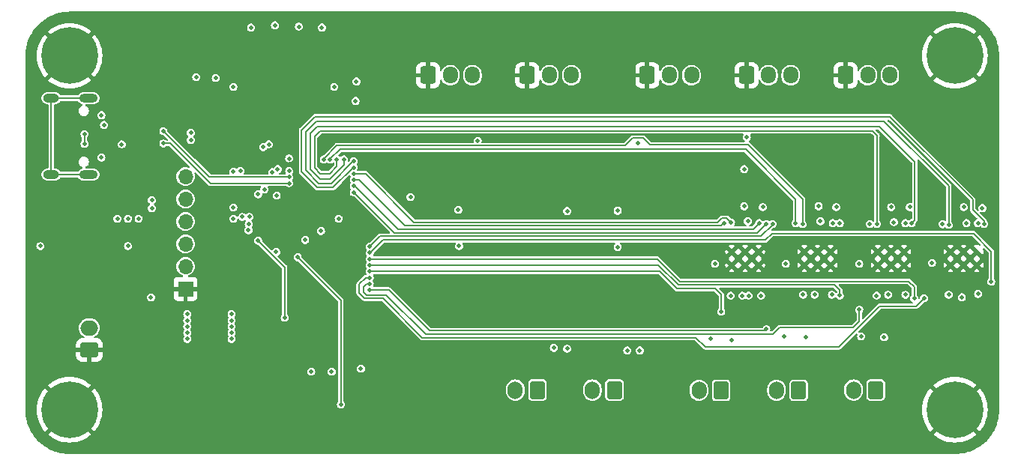
<source format=gbr>
%TF.GenerationSoftware,KiCad,Pcbnew,7.0.7*%
%TF.CreationDate,2024-02-16T21:08:36+01:00*%
%TF.ProjectId,OpenHand,4f70656e-4861-46e6-942e-6b696361645f,rev?*%
%TF.SameCoordinates,Original*%
%TF.FileFunction,Copper,L3,Inr*%
%TF.FilePolarity,Positive*%
%FSLAX46Y46*%
G04 Gerber Fmt 4.6, Leading zero omitted, Abs format (unit mm)*
G04 Created by KiCad (PCBNEW 7.0.7) date 2024-02-16 21:08:36*
%MOMM*%
%LPD*%
G01*
G04 APERTURE LIST*
G04 Aperture macros list*
%AMRoundRect*
0 Rectangle with rounded corners*
0 $1 Rounding radius*
0 $2 $3 $4 $5 $6 $7 $8 $9 X,Y pos of 4 corners*
0 Add a 4 corners polygon primitive as box body*
4,1,4,$2,$3,$4,$5,$6,$7,$8,$9,$2,$3,0*
0 Add four circle primitives for the rounded corners*
1,1,$1+$1,$2,$3*
1,1,$1+$1,$4,$5*
1,1,$1+$1,$6,$7*
1,1,$1+$1,$8,$9*
0 Add four rect primitives between the rounded corners*
20,1,$1+$1,$2,$3,$4,$5,0*
20,1,$1+$1,$4,$5,$6,$7,0*
20,1,$1+$1,$6,$7,$8,$9,0*
20,1,$1+$1,$8,$9,$2,$3,0*%
G04 Aperture macros list end*
%TA.AperFunction,ComponentPad*%
%ADD10C,0.500000*%
%TD*%
%TA.AperFunction,ComponentPad*%
%ADD11RoundRect,0.250000X0.600000X0.750000X-0.600000X0.750000X-0.600000X-0.750000X0.600000X-0.750000X0*%
%TD*%
%TA.AperFunction,ComponentPad*%
%ADD12O,1.700000X2.000000*%
%TD*%
%TA.AperFunction,ComponentPad*%
%ADD13C,0.800000*%
%TD*%
%TA.AperFunction,ComponentPad*%
%ADD14C,6.400000*%
%TD*%
%TA.AperFunction,ComponentPad*%
%ADD15RoundRect,0.250000X-0.600000X-0.725000X0.600000X-0.725000X0.600000X0.725000X-0.600000X0.725000X0*%
%TD*%
%TA.AperFunction,ComponentPad*%
%ADD16O,1.700000X1.950000*%
%TD*%
%TA.AperFunction,ComponentPad*%
%ADD17O,2.100000X1.000000*%
%TD*%
%TA.AperFunction,ComponentPad*%
%ADD18O,1.800000X1.000000*%
%TD*%
%TA.AperFunction,ComponentPad*%
%ADD19RoundRect,0.250000X0.750000X-0.600000X0.750000X0.600000X-0.750000X0.600000X-0.750000X-0.600000X0*%
%TD*%
%TA.AperFunction,ComponentPad*%
%ADD20O,2.000000X1.700000*%
%TD*%
%TA.AperFunction,ComponentPad*%
%ADD21R,1.700000X1.700000*%
%TD*%
%TA.AperFunction,ComponentPad*%
%ADD22O,1.700000X1.700000*%
%TD*%
%TA.AperFunction,ViaPad*%
%ADD23C,0.500000*%
%TD*%
%TA.AperFunction,Conductor*%
%ADD24C,0.200000*%
%TD*%
G04 APERTURE END LIST*
D10*
%TO.N,Earth*%
%TO.C,U8*%
X196275000Y-128650000D03*
X197775000Y-128650000D03*
X199275000Y-128650000D03*
X196275000Y-127150000D03*
X197775000Y-127150000D03*
X199275000Y-127150000D03*
%TD*%
D11*
%TO.N,MOTOR_02_N*%
%TO.C,J2*%
X187350000Y-142800000D03*
D12*
%TO.N,MOTOR_02_P*%
X184850000Y-142800000D03*
%TD*%
D13*
%TO.N,Earth*%
%TO.C,H4*%
X202600000Y-145000000D03*
X203302944Y-143302944D03*
X203302944Y-146697056D03*
X205000000Y-142600000D03*
D14*
X205000000Y-145000000D03*
D13*
X205000000Y-147400000D03*
X206697056Y-143302944D03*
X206697056Y-146697056D03*
X207400000Y-145000000D03*
%TD*%
D15*
%TO.N,Earth*%
%TO.C,J12*%
X145500000Y-107200000D03*
D16*
%TO.N,EMG_02_P*%
X148000000Y-107200000D03*
%TO.N,EMG_02_N*%
X150500000Y-107200000D03*
%TD*%
D15*
%TO.N,Earth*%
%TO.C,J9*%
X181450000Y-107200000D03*
D16*
%TO.N,HALL_SENS_02_S*%
X183950000Y-107200000D03*
%TO.N,+3V3*%
X186450000Y-107200000D03*
%TD*%
D17*
%TO.N,unconnected-(J5-SHIELD-PadS1)*%
%TO.C,J5*%
X107125000Y-109780000D03*
D18*
X102925000Y-109780000D03*
D17*
X107125000Y-118420000D03*
D18*
X102925000Y-118420000D03*
%TD*%
D15*
%TO.N,Earth*%
%TO.C,J8*%
X156700000Y-107200000D03*
D16*
%TO.N,EMG_01_P*%
X159200000Y-107200000D03*
%TO.N,EMG_01_N*%
X161700000Y-107200000D03*
%TD*%
D13*
%TO.N,Earth*%
%TO.C,H1*%
X102600000Y-105000000D03*
X103302944Y-103302944D03*
X103302944Y-106697056D03*
X105000000Y-102600000D03*
D14*
X105000000Y-105000000D03*
D13*
X105000000Y-107400000D03*
X106697056Y-103302944D03*
X106697056Y-106697056D03*
X107400000Y-105000000D03*
%TD*%
D10*
%TO.N,Earth*%
%TO.C,U9*%
X204475000Y-128650000D03*
X205975000Y-128650000D03*
X207475000Y-128650000D03*
X204475000Y-127150000D03*
X205975000Y-127150000D03*
X207475000Y-127150000D03*
%TD*%
%TO.N,Earth*%
%TO.C,U7*%
X187975000Y-128650000D03*
X189475000Y-128650000D03*
X190975000Y-128650000D03*
X187975000Y-127150000D03*
X189475000Y-127150000D03*
X190975000Y-127150000D03*
%TD*%
D11*
%TO.N,MOTOR_01_N*%
%TO.C,J1*%
X178600000Y-142800000D03*
D12*
%TO.N,MOTOR_01_P*%
X176100000Y-142800000D03*
%TD*%
D19*
%TO.N,Earth*%
%TO.C,J3*%
X107232500Y-138250000D03*
D20*
%TO.N,BAT_P*%
X107232500Y-135750000D03*
%TD*%
D15*
%TO.N,Earth*%
%TO.C,J13*%
X170250000Y-107200000D03*
D16*
%TO.N,HALL_SENS_03_S*%
X172750000Y-107200000D03*
%TO.N,+3V3*%
X175250000Y-107200000D03*
%TD*%
D10*
%TO.N,Earth*%
%TO.C,U10*%
X179800000Y-128650000D03*
X181300000Y-128650000D03*
X182800000Y-128650000D03*
X179800000Y-127150000D03*
X181300000Y-127150000D03*
X182800000Y-127150000D03*
%TD*%
D15*
%TO.N,Earth*%
%TO.C,J4*%
X192650000Y-107200000D03*
D16*
%TO.N,HALL_SENS_01_S*%
X195150000Y-107200000D03*
%TO.N,+3V3*%
X197650000Y-107200000D03*
%TD*%
D13*
%TO.N,Earth*%
%TO.C,H3*%
X102600000Y-145000000D03*
X103302944Y-143302944D03*
X103302944Y-146697056D03*
X105000000Y-142600000D03*
D14*
X105000000Y-145000000D03*
D13*
X105000000Y-147400000D03*
X106697056Y-143302944D03*
X106697056Y-146697056D03*
X107400000Y-145000000D03*
%TD*%
D11*
%TO.N,HAPTIC_02_N*%
%TO.C,J11*%
X166550000Y-142767500D03*
D12*
%TO.N,HAPTIC_02_P*%
X164050000Y-142767500D03*
%TD*%
D11*
%TO.N,MOTOR_03_N*%
%TO.C,J6*%
X196050000Y-142767500D03*
D12*
%TO.N,MOTOR_03_P*%
X193550000Y-142767500D03*
%TD*%
D11*
%TO.N,HAPTIC_01_N*%
%TO.C,J7*%
X157850000Y-142767500D03*
D12*
%TO.N,HAPTIC_01_P*%
X155350000Y-142767500D03*
%TD*%
D13*
%TO.N,Earth*%
%TO.C,H2*%
X202600000Y-105000000D03*
X203302944Y-103302944D03*
X203302944Y-106697056D03*
X205000000Y-102600000D03*
D14*
X205000000Y-105000000D03*
D13*
X205000000Y-107400000D03*
X206697056Y-103302944D03*
X206697056Y-106697056D03*
X207400000Y-105000000D03*
%TD*%
D21*
%TO.N,Earth*%
%TO.C,J10*%
X118100000Y-131340000D03*
D22*
%TO.N,JTAG_RST*%
X118100000Y-128800000D03*
%TO.N,JTAG_TDI*%
X118100000Y-126260000D03*
%TO.N,JTAG_TDO*%
X118100000Y-123720000D03*
%TO.N,JTAG_TCK*%
X118100000Y-121180000D03*
%TO.N,JTAG_TMS*%
X118100000Y-118640000D03*
%TD*%
D23*
%TO.N,+5V*%
X143500000Y-120950500D03*
%TO.N,MOTOR_01_FAULT*%
X191990734Y-132090734D03*
%TO.N,MOTOR_02_FAULT*%
X200400000Y-132400000D03*
%TO.N,+5V*%
X185900000Y-128500000D03*
X177900000Y-128500000D03*
%TO.N,MOTOR_03_EN*%
X201500000Y-132400000D03*
%TO.N,MOTOR_02_EN*%
X194200000Y-133700000D03*
%TO.N,MOTOR_01_EN*%
X183700000Y-135900000D03*
%TO.N,HAPTIC_EN*%
X178600000Y-133900000D03*
%TO.N,HAPTIC_FAULT*%
X138900016Y-126565612D03*
%TO.N,MOTOR_03_FAULT*%
X138900016Y-127265114D03*
%TO.N,MOTOR_02_FAULT*%
X138900016Y-127964616D03*
%TO.N,MOTOR_01_FAULT*%
X138900016Y-128664118D03*
%TO.N,HAPTIC_EN*%
X138900016Y-129363619D03*
%TO.N,MOTOR_03_EN*%
X138900016Y-130063100D03*
%TO.N,MOTOR_02_EN*%
X138900016Y-130762245D03*
%TO.N,MOTOR_01_EN*%
X138900016Y-131461444D03*
%TO.N,Earth*%
X201200000Y-133837500D03*
X201200000Y-134937500D03*
X157037500Y-116537500D03*
X208800000Y-133737500D03*
X113507500Y-136692500D03*
X128400000Y-138822500D03*
X205600000Y-123900000D03*
X156900000Y-118000000D03*
X111000000Y-118600000D03*
X163000000Y-133400000D03*
X121750000Y-144650000D03*
X165300000Y-116100000D03*
X113600000Y-138802500D03*
X196800000Y-121000000D03*
X131400000Y-138400000D03*
X146900000Y-133100000D03*
X180890734Y-123909266D03*
X144900000Y-133100000D03*
X130500271Y-128398270D03*
X204900000Y-121000000D03*
X107800000Y-128100000D03*
X176300000Y-134737500D03*
X128412500Y-136712500D03*
X115300000Y-136700000D03*
X180200000Y-121000000D03*
X127838556Y-126661444D03*
X208800000Y-134737500D03*
X176300000Y-133737500D03*
X113512500Y-140912500D03*
X115300000Y-138800000D03*
X147700000Y-145000000D03*
X149000000Y-133000000D03*
X110700000Y-113200000D03*
X134710015Y-123514998D03*
X193400000Y-134837500D03*
X119700000Y-102800000D03*
X167200000Y-133400000D03*
X186000000Y-134737500D03*
X124123180Y-121842537D03*
X138700000Y-102600000D03*
X138800000Y-116300000D03*
X129500000Y-109500000D03*
X106800000Y-130800000D03*
X127500000Y-133700000D03*
X165120000Y-133400000D03*
X113700000Y-102000000D03*
X193400000Y-133737500D03*
X188500000Y-121000000D03*
X108600000Y-117300000D03*
X135900000Y-145100000D03*
X161400000Y-120600000D03*
X108700000Y-110900000D03*
X157000000Y-114462500D03*
X115300000Y-140900000D03*
X138800000Y-114200000D03*
X129800000Y-117265524D03*
X186000000Y-133537500D03*
X121750000Y-143150000D03*
X189090734Y-123909266D03*
X141800000Y-145000000D03*
X197400497Y-123849500D03*
X175200000Y-114500000D03*
X175200000Y-118100000D03*
%TO.N,Net-(J5-CC1)*%
X108900000Y-112800000D03*
X110900000Y-115000000D03*
%TO.N,MOTOR_01_N*%
X189149500Y-132000000D03*
X179800000Y-137100000D03*
%TO.N,+5V*%
X208100000Y-122200000D03*
X161200000Y-122537500D03*
X181200000Y-122000000D03*
X166910000Y-122500000D03*
X202400000Y-128400000D03*
X183300000Y-122100000D03*
X118300000Y-135600000D03*
X118300000Y-134200000D03*
X148900000Y-122400000D03*
X123300000Y-134900000D03*
X197800000Y-122100000D03*
X206300000Y-123900000D03*
X114200000Y-132300000D03*
X189600000Y-122000000D03*
X123300000Y-135600000D03*
X118300000Y-136300000D03*
X123300000Y-137000000D03*
X198100000Y-123800000D03*
X118300000Y-137000000D03*
X189800000Y-123700000D03*
X123300000Y-134200000D03*
X123300000Y-136300000D03*
X199900000Y-122100000D03*
X191600000Y-122100000D03*
X194200000Y-128500000D03*
X118300000Y-134900000D03*
X108600000Y-111700000D03*
X181600000Y-123700000D03*
X206000000Y-122100000D03*
X108600000Y-116500000D03*
%TO.N,-5V*%
X166900000Y-126600000D03*
X101700000Y-126500000D03*
X149000000Y-126500000D03*
%TO.N,Net-(U1-PC0)*%
X129300000Y-134600000D03*
X126300000Y-125900000D03*
%TO.N,LED_1*%
X118700500Y-113700000D03*
X124300000Y-118000000D03*
%TO.N,LED_2*%
X118700000Y-114500000D03*
X123500000Y-118100000D03*
%TO.N,UC_RX*%
X127900000Y-118150003D03*
X137400000Y-107900000D03*
%TO.N,UC_TX*%
X137300000Y-110100000D03*
X128512327Y-117800000D03*
%TO.N,HALL_SENS_01_S*%
X132300000Y-140700000D03*
%TO.N,HALL_SENS_02_S*%
X134600000Y-140700000D03*
%TO.N,HALL_SENS_03_S*%
X137900000Y-140350500D03*
%TO.N,MOTOR_01_P*%
X187850500Y-132000000D03*
X191100000Y-132000000D03*
X177400000Y-137000000D03*
%TO.N,MOTOR_02_N*%
X197450000Y-132000000D03*
X188200000Y-136800000D03*
%TO.N,MOTOR_02_P*%
X196150500Y-132100000D03*
X199400000Y-132000000D03*
X185700000Y-136700000D03*
%TO.N,MOTOR_03_N*%
X205775000Y-132275000D03*
X197000000Y-136800000D03*
%TO.N,MOTOR_03_P*%
X207611900Y-131904068D03*
X204300500Y-132000000D03*
X194400000Y-136700000D03*
%TO.N,HAPTIC_01_N*%
X161200000Y-138100000D03*
X180974500Y-132100000D03*
%TO.N,HAPTIC_01_P*%
X179675500Y-132100000D03*
X159700000Y-138000000D03*
%TO.N,HAPTIC_02_N*%
X169400000Y-138300000D03*
X181700000Y-132100000D03*
%TO.N,JTAG_RST*%
X126300000Y-120649500D03*
%TO.N,JTAG_TDI*%
X126874346Y-115312827D03*
%TO.N,JTAG_TDO*%
X127000000Y-120100000D03*
%TO.N,JTAG_TCK*%
X127500000Y-115000000D03*
%TO.N,JTAG_TMS*%
X129800000Y-118000000D03*
%TO.N,+3V3*%
X181200000Y-117800000D03*
X123489261Y-122138256D03*
X130760532Y-127748988D03*
X123500000Y-123400000D03*
X112800000Y-123400000D03*
X119300000Y-107400000D03*
X111600000Y-126500000D03*
X110400000Y-123400000D03*
X114300000Y-121300000D03*
X135400000Y-123400000D03*
X111600000Y-123400000D03*
X133500000Y-101800000D03*
X135650000Y-144400000D03*
X125500000Y-101800000D03*
X121500000Y-107500000D03*
X128338556Y-127161444D03*
X129800000Y-116600000D03*
X130900000Y-101700000D03*
X114300000Y-122200000D03*
X123500000Y-108500000D03*
X134900000Y-108500000D03*
X128200000Y-101550500D03*
%TO.N,HAPTIC_02_P*%
X168000000Y-138300000D03*
X183100000Y-132100000D03*
%TO.N,USB_D-*%
X115600000Y-114900000D03*
X106700000Y-114949500D03*
X129800000Y-119399006D03*
X106692068Y-113837771D03*
%TO.N,USB_D+*%
X129800000Y-118699503D03*
X115600000Y-113500000D03*
%TO.N,HW_REV_01*%
X124500000Y-123200000D03*
%TO.N,HW_REV_02*%
X125300000Y-123200000D03*
%TO.N,HW_REV_03*%
X125235061Y-124019869D03*
%TO.N,HW_REV_04*%
X125199049Y-124718444D03*
%TO.N,BTN_01*%
X181500000Y-114200000D03*
X128400000Y-120800000D03*
%TO.N,EMG_02_UC*%
X133400000Y-124800000D03*
X151100000Y-114600000D03*
%TO.N,EMG_01_UC*%
X131611444Y-125811444D03*
X169200000Y-114900000D03*
%TO.N,MOTOR_01_DIR*%
X187000000Y-123900000D03*
X192000000Y-123900000D03*
X134421749Y-116694677D03*
%TO.N,MOTOR_02_DIR*%
X135984963Y-116694677D03*
X200100000Y-123900000D03*
X195400000Y-124000000D03*
%TO.N,MOTOR_01_PWM*%
X133722303Y-116694677D03*
X191200000Y-123900000D03*
X187786444Y-124013556D03*
%TO.N,MOTOR_02_PWM*%
X135181765Y-116694677D03*
X199400000Y-123900000D03*
X196200000Y-124000000D03*
%TO.N,MOTOR_03_FAULT*%
X209100000Y-130500000D03*
%TO.N,HAPTIC_FAULT*%
X184400000Y-124000000D03*
%TO.N,MOTOR_03_DIR*%
X137099697Y-117620839D03*
X203600000Y-124000000D03*
X208300000Y-124000000D03*
%TO.N,HAPTIC_01_DIR*%
X137099697Y-119019787D03*
X178900000Y-123900000D03*
%TO.N,MOTOR_03_PWM*%
X137099697Y-116921342D03*
X204298944Y-124101056D03*
X207600000Y-123900000D03*
%TO.N,HAPTIC_01_PWM*%
X137099697Y-118320328D03*
X179707099Y-123836914D03*
%TO.N,HAPTIC_02_DIR*%
X183700000Y-124000000D03*
X137099697Y-120418303D03*
%TO.N,HAPTIC_02_PWM*%
X182900000Y-123900000D03*
X137099697Y-119719138D03*
%TD*%
D24*
%TO.N,unconnected-(J5-SHIELD-PadS1)*%
X107125000Y-118420000D02*
X102925000Y-118420000D01*
X102925000Y-109780000D02*
X102925000Y-118420000D01*
X107125000Y-109780000D02*
X102925000Y-109780000D01*
%TO.N,MOTOR_03_EN*%
X200600000Y-133300000D02*
X201500000Y-132400000D01*
X196500000Y-133300000D02*
X200600000Y-133300000D01*
X191900000Y-137900000D02*
X196500000Y-133300000D01*
X176800000Y-137900000D02*
X191900000Y-137900000D01*
X140411444Y-132411444D02*
X144850000Y-136850000D01*
X137700000Y-130800000D02*
X137700000Y-131800000D01*
X175750000Y-136850000D02*
X176800000Y-137900000D01*
X138436900Y-130063100D02*
X137700000Y-130800000D01*
X144850000Y-136850000D02*
X175750000Y-136850000D01*
X138900016Y-130063100D02*
X138436900Y-130063100D01*
X138311444Y-132411444D02*
X140411444Y-132411444D01*
X137700000Y-131800000D02*
X138311444Y-132411444D01*
%TO.N,MOTOR_01_EN*%
X183550000Y-136050000D02*
X183700000Y-135900000D01*
X145650000Y-136050000D02*
X183550000Y-136050000D01*
X138900016Y-131461444D02*
X141061444Y-131461444D01*
X141061444Y-131461444D02*
X145650000Y-136050000D01*
%TO.N,MOTOR_02_EN*%
X193500000Y-135700000D02*
X194200000Y-135000000D01*
X185200000Y-135700000D02*
X193500000Y-135700000D01*
X145227112Y-136450000D02*
X184450000Y-136450000D01*
X140788556Y-132011444D02*
X145227112Y-136450000D01*
X138200000Y-131700000D02*
X138511444Y-132011444D01*
X138511444Y-132011444D02*
X140788556Y-132011444D01*
X138200000Y-131100000D02*
X138200000Y-131700000D01*
X184450000Y-136450000D02*
X185200000Y-135700000D01*
X138900016Y-130762245D02*
X138537755Y-130762245D01*
X194200000Y-135000000D02*
X194200000Y-133700000D01*
X138537755Y-130762245D02*
X138200000Y-131100000D01*
%TO.N,HAPTIC_EN*%
X177900000Y-131300000D02*
X178600000Y-132000000D01*
X178600000Y-132000000D02*
X178600000Y-133900000D01*
X173568628Y-131300000D02*
X177900000Y-131300000D01*
X171632247Y-129363619D02*
X173568628Y-131300000D01*
X138900016Y-129363619D02*
X171632247Y-129363619D01*
%TO.N,MOTOR_01_FAULT*%
X191990734Y-131490734D02*
X191990734Y-132090734D01*
X191400000Y-130900000D02*
X191990734Y-131490734D01*
X173734314Y-130900000D02*
X191400000Y-130900000D01*
X171498432Y-128664118D02*
X173734314Y-130900000D01*
X138900016Y-128664118D02*
X171498432Y-128664118D01*
%TO.N,MOTOR_02_FAULT*%
X200400000Y-131100000D02*
X200400000Y-132400000D01*
X171364616Y-127964616D02*
X173900000Y-130500000D01*
X173900000Y-130500000D02*
X199800000Y-130500000D01*
X199800000Y-130500000D02*
X200400000Y-131100000D01*
X138900016Y-127964616D02*
X171364616Y-127964616D01*
%TO.N,MOTOR_03_FAULT*%
X209100000Y-127100000D02*
X209100000Y-130500000D01*
X184322182Y-125100000D02*
X207100000Y-125100000D01*
X207100000Y-125100000D02*
X209100000Y-127100000D01*
X140443446Y-125800000D02*
X183622182Y-125800000D01*
X138978332Y-127265114D02*
X140443446Y-125800000D01*
X183622182Y-125800000D02*
X184322182Y-125100000D01*
X138900016Y-127265114D02*
X138978332Y-127265114D01*
%TO.N,HAPTIC_FAULT*%
X184400000Y-124077818D02*
X183077818Y-125400000D01*
X183077818Y-125400000D02*
X140065628Y-125400000D01*
X140065628Y-125400000D02*
X138900016Y-126565612D01*
X184400000Y-124000000D02*
X184400000Y-124077818D01*
%TO.N,HAPTIC_02_DIR*%
X182700000Y-125000000D02*
X183700000Y-124000000D01*
X141681394Y-125000000D02*
X182700000Y-125000000D01*
X137099697Y-120418303D02*
X141681394Y-125000000D01*
%TO.N,HAPTIC_01_PWM*%
X138420328Y-118320328D02*
X137099697Y-118320328D01*
X143900000Y-123800000D02*
X138420328Y-118320328D01*
X178200000Y-123800000D02*
X143900000Y-123800000D01*
X178650000Y-123350000D02*
X178200000Y-123800000D01*
X179220185Y-123350000D02*
X178650000Y-123350000D01*
X179707099Y-123836914D02*
X179220185Y-123350000D01*
%TO.N,HAPTIC_02_PWM*%
X182200000Y-124600000D02*
X182900000Y-123900000D01*
X142100000Y-124600000D02*
X182200000Y-124600000D01*
X137219138Y-119719138D02*
X142100000Y-124600000D01*
X137099697Y-119719138D02*
X137219138Y-119719138D01*
%TO.N,Net-(U1-PC0)*%
X129300000Y-128900000D02*
X129300000Y-134600000D01*
X126300000Y-125900000D02*
X129300000Y-128900000D01*
%TO.N,+3V3*%
X135650000Y-144400000D02*
X135650000Y-132638456D01*
X135650000Y-132638456D02*
X130760532Y-127748988D01*
%TO.N,USB_D-*%
X120899006Y-119399006D02*
X116400000Y-114900000D01*
X129800000Y-119399006D02*
X120899006Y-119399006D01*
X116400000Y-114900000D02*
X115600000Y-114900000D01*
X106692068Y-114941568D02*
X106700000Y-114949500D01*
X106692068Y-113837771D02*
X106692068Y-114941568D01*
%TO.N,USB_D+*%
X120799503Y-118699503D02*
X129800000Y-118699503D01*
X115600000Y-113500000D02*
X120799503Y-118699503D01*
%TO.N,MOTOR_01_DIR*%
X134421749Y-116676875D02*
X135548624Y-115550000D01*
X134421749Y-116694677D02*
X134421749Y-116676875D01*
X181350000Y-115550000D02*
X187000000Y-121200000D01*
X135548624Y-115550000D02*
X181350000Y-115550000D01*
X187000000Y-121200000D02*
X187000000Y-123900000D01*
%TO.N,MOTOR_02_DIR*%
X135984963Y-116694677D02*
X135984963Y-117315037D01*
X133300000Y-118900000D02*
X132200000Y-117800000D01*
X196500000Y-113000000D02*
X200450000Y-116950000D01*
X200450000Y-123550000D02*
X200100000Y-123900000D01*
X132200000Y-113800000D02*
X133000000Y-113000000D01*
X134400000Y-118900000D02*
X133300000Y-118900000D01*
X200450000Y-116950000D02*
X200450000Y-123550000D01*
X135984963Y-117315037D02*
X134400000Y-118900000D01*
X132200000Y-117800000D02*
X132200000Y-113800000D01*
X133000000Y-113000000D02*
X196500000Y-113000000D01*
%TO.N,MOTOR_01_PWM*%
X133722303Y-116694677D02*
X133722303Y-116616305D01*
X133722303Y-116616305D02*
X135188608Y-115150000D01*
X135188608Y-115150000D02*
X167750000Y-115150000D01*
X170550000Y-115050000D02*
X181650000Y-115050000D01*
X167750000Y-115150000D02*
X168600000Y-114300000D01*
X187786444Y-121186444D02*
X187786444Y-124013556D01*
X168600000Y-114300000D02*
X169800000Y-114300000D01*
X181650000Y-115050000D02*
X187786444Y-121186444D01*
X169800000Y-114300000D02*
X170550000Y-115050000D01*
%TO.N,MOTOR_02_PWM*%
X135181765Y-117518235D02*
X134400000Y-118300000D01*
X132700000Y-117700000D02*
X132700000Y-114100000D01*
X134400000Y-118300000D02*
X133300000Y-118300000D01*
X196200000Y-114000000D02*
X196200000Y-124000000D01*
X133300000Y-118300000D02*
X132700000Y-117700000D01*
X135181765Y-116694677D02*
X135181765Y-117518235D01*
X133300000Y-113500000D02*
X195700000Y-113500000D01*
X132700000Y-114100000D02*
X133300000Y-113500000D01*
X195700000Y-113500000D02*
X196200000Y-114000000D01*
%TO.N,MOTOR_03_DIR*%
X133000000Y-119900000D02*
X131200000Y-118100000D01*
X131200000Y-118100000D02*
X131200000Y-113400000D01*
X137021368Y-117620839D02*
X134742207Y-119900000D01*
X207000000Y-121234314D02*
X207000000Y-122400000D01*
X137099697Y-117620839D02*
X137021368Y-117620839D01*
X132700000Y-111900000D02*
X197665686Y-111900000D01*
X134742207Y-119900000D02*
X133000000Y-119900000D01*
X131200000Y-113400000D02*
X132700000Y-111900000D01*
X203600000Y-124000000D02*
X203600000Y-124179930D01*
X207000000Y-122400000D02*
X208300000Y-123700000D01*
X197665686Y-111900000D02*
X207000000Y-121234314D01*
X208300000Y-123700000D02*
X208300000Y-124000000D01*
%TO.N,HAPTIC_01_DIR*%
X137099697Y-119019787D02*
X137719787Y-119019787D01*
X178600000Y-124200000D02*
X178900000Y-123900000D01*
X137719787Y-119019787D02*
X142900000Y-124200000D01*
X142900000Y-124200000D02*
X178600000Y-124200000D01*
%TO.N,MOTOR_03_PWM*%
X133165686Y-119400000D02*
X131700000Y-117934314D01*
X131700000Y-113600000D02*
X132900000Y-112400000D01*
X134542718Y-119400000D02*
X133165686Y-119400000D01*
X204298944Y-119698944D02*
X204298944Y-124101056D01*
X131700000Y-117934314D02*
X131700000Y-113600000D01*
X197000000Y-112400000D02*
X204298944Y-119698944D01*
X137021376Y-116921342D02*
X134542718Y-119400000D01*
X137099697Y-116921342D02*
X137021376Y-116921342D01*
X132900000Y-112400000D02*
X197000000Y-112400000D01*
%TD*%
%TA.AperFunction,Conductor*%
%TO.N,Earth*%
G36*
X106341343Y-145998448D02*
G01*
X106373462Y-146019909D01*
X106648375Y-146294822D01*
X106676152Y-146349339D01*
X106666581Y-146409771D01*
X106623316Y-146453036D01*
X106603514Y-146459903D01*
X106599512Y-146461560D01*
X106599511Y-146461561D01*
X106599509Y-146461561D01*
X106599507Y-146461563D01*
X106516818Y-146516814D01*
X106516814Y-146516818D01*
X106461563Y-146599507D01*
X106457832Y-146608516D01*
X106456231Y-146607853D01*
X106432018Y-146651077D01*
X106376450Y-146676686D01*
X106316442Y-146664742D01*
X106294822Y-146648375D01*
X106019909Y-146373462D01*
X105992132Y-146318945D01*
X106001703Y-146258513D01*
X106025614Y-146228182D01*
X106134870Y-146134870D01*
X106228180Y-146025616D01*
X106280346Y-145993649D01*
X106341343Y-145998448D01*
G37*
%TD.AperFunction*%
%TA.AperFunction,Conductor*%
G36*
X103741485Y-146001703D02*
G01*
X103771820Y-146025618D01*
X103796208Y-146054173D01*
X103865130Y-146134870D01*
X103865136Y-146134875D01*
X103865139Y-146134878D01*
X103974380Y-146228178D01*
X104006350Y-146280347D01*
X104001549Y-146341343D01*
X103980089Y-146373462D01*
X103705177Y-146648374D01*
X103650660Y-146676151D01*
X103590228Y-146666580D01*
X103546963Y-146623315D01*
X103540098Y-146603518D01*
X103538440Y-146599517D01*
X103538439Y-146599511D01*
X103483184Y-146516816D01*
X103400489Y-146461561D01*
X103400485Y-146461560D01*
X103391484Y-146457832D01*
X103392146Y-146456231D01*
X103348924Y-146432022D01*
X103323312Y-146376455D01*
X103335254Y-146316446D01*
X103351623Y-146294822D01*
X103626536Y-146019909D01*
X103681053Y-145992132D01*
X103741485Y-146001703D01*
G37*
%TD.AperFunction*%
%TA.AperFunction,Conductor*%
G36*
X106409771Y-143333417D02*
G01*
X106453036Y-143376682D01*
X106459904Y-143396486D01*
X106461560Y-143400485D01*
X106461561Y-143400489D01*
X106516816Y-143483184D01*
X106599511Y-143538439D01*
X106599517Y-143538440D01*
X106608516Y-143542168D01*
X106607852Y-143543769D01*
X106651070Y-143567974D01*
X106676684Y-143623539D01*
X106664746Y-143683549D01*
X106648374Y-143705177D01*
X106373462Y-143980089D01*
X106318945Y-144007866D01*
X106258513Y-143998295D01*
X106228178Y-143974380D01*
X106134878Y-143865139D01*
X106134875Y-143865136D01*
X106134870Y-143865130D01*
X106134863Y-143865124D01*
X106134860Y-143865121D01*
X106025618Y-143771820D01*
X105993648Y-143719651D01*
X105998449Y-143658655D01*
X106019909Y-143626536D01*
X106294822Y-143351623D01*
X106349339Y-143323846D01*
X106409771Y-143333417D01*
G37*
%TD.AperFunction*%
%TA.AperFunction,Conductor*%
G36*
X103683545Y-143335250D02*
G01*
X103705177Y-143351624D01*
X103980089Y-143626536D01*
X104007866Y-143681053D01*
X103998295Y-143741485D01*
X103974381Y-143771820D01*
X103865133Y-143865127D01*
X103865127Y-143865133D01*
X103771820Y-143974381D01*
X103719650Y-144006350D01*
X103658654Y-144001549D01*
X103626536Y-143980089D01*
X103351624Y-143705177D01*
X103323847Y-143650660D01*
X103333418Y-143590228D01*
X103376683Y-143546963D01*
X103396483Y-143540097D01*
X103400480Y-143538440D01*
X103400489Y-143538439D01*
X103483184Y-143483184D01*
X103538439Y-143400489D01*
X103538440Y-143400480D01*
X103542168Y-143391484D01*
X103543769Y-143392147D01*
X103567970Y-143348932D01*
X103623535Y-143323314D01*
X103683545Y-143335250D01*
G37*
%TD.AperFunction*%
%TA.AperFunction,Conductor*%
G36*
X206341343Y-145998448D02*
G01*
X206373462Y-146019909D01*
X206648375Y-146294822D01*
X206676152Y-146349339D01*
X206666581Y-146409771D01*
X206623316Y-146453036D01*
X206603514Y-146459903D01*
X206599512Y-146461560D01*
X206599511Y-146461561D01*
X206599509Y-146461561D01*
X206599507Y-146461563D01*
X206516818Y-146516814D01*
X206516814Y-146516818D01*
X206461563Y-146599507D01*
X206457832Y-146608516D01*
X206456231Y-146607853D01*
X206432018Y-146651077D01*
X206376450Y-146676686D01*
X206316442Y-146664742D01*
X206294822Y-146648375D01*
X206019909Y-146373462D01*
X205992132Y-146318945D01*
X206001703Y-146258513D01*
X206025614Y-146228182D01*
X206134870Y-146134870D01*
X206228180Y-146025616D01*
X206280346Y-145993649D01*
X206341343Y-145998448D01*
G37*
%TD.AperFunction*%
%TA.AperFunction,Conductor*%
G36*
X203741485Y-146001703D02*
G01*
X203771820Y-146025618D01*
X203796208Y-146054173D01*
X203865130Y-146134870D01*
X203865136Y-146134875D01*
X203865139Y-146134878D01*
X203974380Y-146228178D01*
X204006350Y-146280347D01*
X204001549Y-146341343D01*
X203980089Y-146373462D01*
X203705177Y-146648374D01*
X203650660Y-146676151D01*
X203590228Y-146666580D01*
X203546963Y-146623315D01*
X203540098Y-146603518D01*
X203538440Y-146599517D01*
X203538439Y-146599511D01*
X203483184Y-146516816D01*
X203400489Y-146461561D01*
X203400485Y-146461560D01*
X203391484Y-146457832D01*
X203392146Y-146456231D01*
X203348924Y-146432022D01*
X203323312Y-146376455D01*
X203335254Y-146316446D01*
X203351623Y-146294822D01*
X203626536Y-146019909D01*
X203681053Y-145992132D01*
X203741485Y-146001703D01*
G37*
%TD.AperFunction*%
%TA.AperFunction,Conductor*%
G36*
X206409771Y-143333417D02*
G01*
X206453036Y-143376682D01*
X206459904Y-143396486D01*
X206461560Y-143400485D01*
X206461561Y-143400489D01*
X206516816Y-143483184D01*
X206599511Y-143538439D01*
X206599517Y-143538440D01*
X206608516Y-143542168D01*
X206607852Y-143543769D01*
X206651070Y-143567974D01*
X206676684Y-143623539D01*
X206664746Y-143683549D01*
X206648374Y-143705177D01*
X206373462Y-143980089D01*
X206318945Y-144007866D01*
X206258513Y-143998295D01*
X206228178Y-143974380D01*
X206134878Y-143865139D01*
X206134875Y-143865136D01*
X206134870Y-143865130D01*
X206134863Y-143865124D01*
X206134860Y-143865121D01*
X206025618Y-143771820D01*
X205993648Y-143719651D01*
X205998449Y-143658655D01*
X206019909Y-143626536D01*
X206294822Y-143351623D01*
X206349339Y-143323846D01*
X206409771Y-143333417D01*
G37*
%TD.AperFunction*%
%TA.AperFunction,Conductor*%
G36*
X203683545Y-143335250D02*
G01*
X203705177Y-143351624D01*
X203980089Y-143626536D01*
X204007866Y-143681053D01*
X203998295Y-143741485D01*
X203974381Y-143771820D01*
X203865133Y-143865127D01*
X203865127Y-143865133D01*
X203771820Y-143974381D01*
X203719650Y-144006350D01*
X203658654Y-144001549D01*
X203626536Y-143980089D01*
X203351624Y-143705177D01*
X203323847Y-143650660D01*
X203333418Y-143590228D01*
X203376683Y-143546963D01*
X203396483Y-143540097D01*
X203400480Y-143538440D01*
X203400489Y-143538439D01*
X203483184Y-143483184D01*
X203538439Y-143400489D01*
X203538440Y-143400480D01*
X203542168Y-143391484D01*
X203543769Y-143392147D01*
X203567970Y-143348932D01*
X203623535Y-143323314D01*
X203683545Y-143335250D01*
G37*
%TD.AperFunction*%
%TA.AperFunction,Conductor*%
G36*
X171524959Y-129683026D02*
G01*
X171536772Y-129693115D01*
X173310064Y-131466407D01*
X173318165Y-131477647D01*
X173319144Y-131476909D01*
X173324672Y-131484230D01*
X173360197Y-131516616D01*
X173361851Y-131518195D01*
X173375829Y-131532172D01*
X173375831Y-131532174D01*
X173378756Y-131534178D01*
X173384133Y-131538437D01*
X173407692Y-131559914D01*
X173407693Y-131559914D01*
X173407695Y-131559916D01*
X173416858Y-131563466D01*
X173437044Y-131574105D01*
X173445147Y-131579656D01*
X173476181Y-131586955D01*
X173482718Y-131588979D01*
X173512455Y-131600500D01*
X173522280Y-131600500D01*
X173544944Y-131603129D01*
X173554509Y-131605379D01*
X173579122Y-131601945D01*
X173586081Y-131600975D01*
X173592927Y-131600500D01*
X177734521Y-131600500D01*
X177792712Y-131619407D01*
X177804525Y-131629496D01*
X178270504Y-132095475D01*
X178298281Y-132149992D01*
X178299500Y-132165479D01*
X178299499Y-133521937D01*
X178280592Y-133580128D01*
X178275321Y-133586764D01*
X178217118Y-133653937D01*
X178217117Y-133653938D01*
X178217116Y-133653940D01*
X178163302Y-133771774D01*
X178144867Y-133899997D01*
X178144867Y-133900002D01*
X178163302Y-134028225D01*
X178182194Y-134069592D01*
X178217118Y-134146063D01*
X178301951Y-134243967D01*
X178301952Y-134243968D01*
X178368549Y-134286767D01*
X178410931Y-134314004D01*
X178535228Y-134350500D01*
X178535230Y-134350500D01*
X178664770Y-134350500D01*
X178664772Y-134350500D01*
X178789069Y-134314004D01*
X178898049Y-134243967D01*
X178982882Y-134146063D01*
X179036697Y-134028226D01*
X179048510Y-133946063D01*
X179055133Y-133900002D01*
X179055133Y-133899997D01*
X179036697Y-133771774D01*
X179003919Y-133700002D01*
X178982882Y-133653937D01*
X178924679Y-133586766D01*
X178900863Y-133530408D01*
X178900500Y-133521937D01*
X178900500Y-132100002D01*
X179220367Y-132100002D01*
X179238802Y-132228225D01*
X179288385Y-132336795D01*
X179292618Y-132346063D01*
X179377451Y-132443967D01*
X179377452Y-132443968D01*
X179486426Y-132514001D01*
X179486431Y-132514004D01*
X179610728Y-132550500D01*
X179610730Y-132550500D01*
X179740270Y-132550500D01*
X179740272Y-132550500D01*
X179864569Y-132514004D01*
X179973549Y-132443967D01*
X180058382Y-132346063D01*
X180112197Y-132228226D01*
X180130633Y-132100002D01*
X180519367Y-132100002D01*
X180537802Y-132228225D01*
X180587385Y-132336795D01*
X180591618Y-132346063D01*
X180676451Y-132443967D01*
X180676452Y-132443968D01*
X180785426Y-132514001D01*
X180785431Y-132514004D01*
X180909728Y-132550500D01*
X180909730Y-132550500D01*
X181039270Y-132550500D01*
X181039272Y-132550500D01*
X181163569Y-132514004D01*
X181262194Y-132450622D01*
X181278506Y-132440139D01*
X181279198Y-132441216D01*
X181328768Y-132420263D01*
X181388365Y-132434116D01*
X181401747Y-132443836D01*
X181496512Y-132504738D01*
X181510931Y-132514004D01*
X181635228Y-132550500D01*
X181635230Y-132550500D01*
X181764770Y-132550500D01*
X181764772Y-132550500D01*
X181889069Y-132514004D01*
X181998049Y-132443967D01*
X182082882Y-132346063D01*
X182136697Y-132228226D01*
X182155133Y-132100002D01*
X182644867Y-132100002D01*
X182663302Y-132228225D01*
X182712885Y-132336795D01*
X182717118Y-132346063D01*
X182801951Y-132443967D01*
X182801952Y-132443968D01*
X182910926Y-132514001D01*
X182910931Y-132514004D01*
X183035228Y-132550500D01*
X183035230Y-132550500D01*
X183164770Y-132550500D01*
X183164772Y-132550500D01*
X183289069Y-132514004D01*
X183398049Y-132443967D01*
X183482882Y-132346063D01*
X183536697Y-132228226D01*
X183555133Y-132100000D01*
X183554482Y-132095475D01*
X183540755Y-132000002D01*
X187395367Y-132000002D01*
X187413802Y-132128225D01*
X187459472Y-132228226D01*
X187467618Y-132246063D01*
X187546238Y-132336797D01*
X187552452Y-132343968D01*
X187661426Y-132414001D01*
X187661431Y-132414004D01*
X187785728Y-132450500D01*
X187785730Y-132450500D01*
X187915270Y-132450500D01*
X187915272Y-132450500D01*
X188039569Y-132414004D01*
X188148549Y-132343967D01*
X188233382Y-132246063D01*
X188287197Y-132128226D01*
X188301368Y-132029662D01*
X188305633Y-132000002D01*
X188694367Y-132000002D01*
X188712802Y-132128225D01*
X188758472Y-132228226D01*
X188766618Y-132246063D01*
X188845238Y-132336797D01*
X188851452Y-132343968D01*
X188960426Y-132414001D01*
X188960431Y-132414004D01*
X189084728Y-132450500D01*
X189084730Y-132450500D01*
X189214270Y-132450500D01*
X189214272Y-132450500D01*
X189338569Y-132414004D01*
X189447549Y-132343967D01*
X189532382Y-132246063D01*
X189586197Y-132128226D01*
X189600368Y-132029662D01*
X189604633Y-132000002D01*
X189604633Y-131999997D01*
X189586197Y-131871774D01*
X189569809Y-131835890D01*
X189532382Y-131753937D01*
X189447549Y-131656033D01*
X189447548Y-131656032D01*
X189447547Y-131656031D01*
X189338573Y-131585998D01*
X189338570Y-131585996D01*
X189338569Y-131585996D01*
X189338566Y-131585995D01*
X189214274Y-131549500D01*
X189214272Y-131549500D01*
X189084728Y-131549500D01*
X189084725Y-131549500D01*
X188960433Y-131585995D01*
X188960426Y-131585998D01*
X188851452Y-131656031D01*
X188766617Y-131753938D01*
X188712802Y-131871774D01*
X188694367Y-131999997D01*
X188694367Y-132000002D01*
X188305633Y-132000002D01*
X188305633Y-131999997D01*
X188287197Y-131871774D01*
X188270809Y-131835890D01*
X188233382Y-131753937D01*
X188148549Y-131656033D01*
X188148548Y-131656032D01*
X188148547Y-131656031D01*
X188039573Y-131585998D01*
X188039570Y-131585996D01*
X188039569Y-131585996D01*
X188039566Y-131585995D01*
X187915274Y-131549500D01*
X187915272Y-131549500D01*
X187785728Y-131549500D01*
X187785725Y-131549500D01*
X187661433Y-131585995D01*
X187661426Y-131585998D01*
X187552452Y-131656031D01*
X187467617Y-131753938D01*
X187413802Y-131871774D01*
X187395367Y-131999997D01*
X187395367Y-132000002D01*
X183540755Y-132000002D01*
X183536697Y-131971774D01*
X183532465Y-131962508D01*
X183482882Y-131853937D01*
X183398049Y-131756033D01*
X183398048Y-131756032D01*
X183398047Y-131756031D01*
X183289073Y-131685998D01*
X183289070Y-131685996D01*
X183289069Y-131685996D01*
X183289066Y-131685995D01*
X183164774Y-131649500D01*
X183164772Y-131649500D01*
X183035228Y-131649500D01*
X183035225Y-131649500D01*
X182910933Y-131685995D01*
X182910926Y-131685998D01*
X182801952Y-131756031D01*
X182717117Y-131853938D01*
X182663302Y-131971774D01*
X182644867Y-132099997D01*
X182644867Y-132100002D01*
X182155133Y-132100002D01*
X182155133Y-132100000D01*
X182154482Y-132095475D01*
X182136697Y-131971774D01*
X182132465Y-131962508D01*
X182082882Y-131853937D01*
X181998049Y-131756033D01*
X181998048Y-131756032D01*
X181998047Y-131756031D01*
X181889073Y-131685998D01*
X181889070Y-131685996D01*
X181889069Y-131685996D01*
X181889066Y-131685995D01*
X181764774Y-131649500D01*
X181764772Y-131649500D01*
X181635228Y-131649500D01*
X181635225Y-131649500D01*
X181510933Y-131685995D01*
X181510926Y-131685998D01*
X181395994Y-131759861D01*
X181395303Y-131758786D01*
X181345711Y-131779738D01*
X181286117Y-131765873D01*
X181272763Y-131756170D01*
X181163573Y-131685998D01*
X181163570Y-131685996D01*
X181163569Y-131685996D01*
X181163566Y-131685995D01*
X181039274Y-131649500D01*
X181039272Y-131649500D01*
X180909728Y-131649500D01*
X180909725Y-131649500D01*
X180785433Y-131685995D01*
X180785426Y-131685998D01*
X180676452Y-131756031D01*
X180591617Y-131853938D01*
X180537802Y-131971774D01*
X180519367Y-132099997D01*
X180519367Y-132100002D01*
X180130633Y-132100002D01*
X180130633Y-132100000D01*
X180129982Y-132095475D01*
X180112197Y-131971774D01*
X180107965Y-131962508D01*
X180058382Y-131853937D01*
X179973549Y-131756033D01*
X179973548Y-131756032D01*
X179973547Y-131756031D01*
X179864573Y-131685998D01*
X179864570Y-131685996D01*
X179864569Y-131685996D01*
X179864566Y-131685995D01*
X179740274Y-131649500D01*
X179740272Y-131649500D01*
X179610728Y-131649500D01*
X179610725Y-131649500D01*
X179486433Y-131685995D01*
X179486426Y-131685998D01*
X179377452Y-131756031D01*
X179292617Y-131853938D01*
X179238802Y-131971774D01*
X179220367Y-132099997D01*
X179220367Y-132100002D01*
X178900500Y-132100002D01*
X178900500Y-132065168D01*
X178902731Y-132051495D01*
X178901505Y-132051324D01*
X178902773Y-132042232D01*
X178900821Y-132000001D01*
X178900552Y-131994207D01*
X178900500Y-131991928D01*
X178900500Y-131972160D01*
X178900500Y-131972156D01*
X178899846Y-131968664D01*
X178899056Y-131961859D01*
X178897585Y-131930008D01*
X178893614Y-131921016D01*
X178886864Y-131899214D01*
X178885061Y-131889568D01*
X178885061Y-131889567D01*
X178868276Y-131862458D01*
X178865088Y-131856410D01*
X178852206Y-131827234D01*
X178852205Y-131827233D01*
X178852204Y-131827231D01*
X178845254Y-131820281D01*
X178831088Y-131802395D01*
X178825921Y-131794051D01*
X178825920Y-131794049D01*
X178800489Y-131774844D01*
X178795310Y-131770338D01*
X178394475Y-131369504D01*
X178366698Y-131314987D01*
X178376269Y-131254555D01*
X178419534Y-131211290D01*
X178464479Y-131200500D01*
X191234521Y-131200500D01*
X191292712Y-131219407D01*
X191304525Y-131229496D01*
X191661237Y-131586208D01*
X191689014Y-131640725D01*
X191690233Y-131656212D01*
X191690233Y-131712671D01*
X191671326Y-131770862D01*
X191666054Y-131777501D01*
X191654030Y-131791378D01*
X191601634Y-131822975D01*
X191540673Y-131817740D01*
X191494431Y-131777673D01*
X191489159Y-131767681D01*
X191482882Y-131753937D01*
X191398049Y-131656033D01*
X191398048Y-131656032D01*
X191398047Y-131656031D01*
X191289073Y-131585998D01*
X191289070Y-131585996D01*
X191289069Y-131585996D01*
X191289066Y-131585995D01*
X191164774Y-131549500D01*
X191164772Y-131549500D01*
X191035228Y-131549500D01*
X191035225Y-131549500D01*
X190910933Y-131585995D01*
X190910926Y-131585998D01*
X190801952Y-131656031D01*
X190717117Y-131753938D01*
X190663302Y-131871774D01*
X190644867Y-131999997D01*
X190644867Y-132000002D01*
X190663302Y-132128225D01*
X190708972Y-132228226D01*
X190717118Y-132246063D01*
X190795738Y-132336797D01*
X190801952Y-132343968D01*
X190910926Y-132414001D01*
X190910931Y-132414004D01*
X191035228Y-132450500D01*
X191035230Y-132450500D01*
X191164770Y-132450500D01*
X191164772Y-132450500D01*
X191289069Y-132414004D01*
X191398049Y-132343967D01*
X191436705Y-132299354D01*
X191489099Y-132267758D01*
X191550060Y-132272993D01*
X191596301Y-132313060D01*
X191601577Y-132323057D01*
X191607851Y-132336796D01*
X191623250Y-132354568D01*
X191687074Y-132428226D01*
X191692686Y-132434702D01*
X191801660Y-132504735D01*
X191801665Y-132504738D01*
X191925962Y-132541234D01*
X191925964Y-132541234D01*
X192055504Y-132541234D01*
X192055506Y-132541234D01*
X192179803Y-132504738D01*
X192288783Y-132434701D01*
X192373616Y-132336797D01*
X192427431Y-132218960D01*
X192438759Y-132140174D01*
X192444535Y-132100002D01*
X195695367Y-132100002D01*
X195713802Y-132228225D01*
X195763385Y-132336795D01*
X195767618Y-132346063D01*
X195852451Y-132443967D01*
X195852452Y-132443968D01*
X195961426Y-132514001D01*
X195961431Y-132514004D01*
X196085728Y-132550500D01*
X196085730Y-132550500D01*
X196215270Y-132550500D01*
X196215272Y-132550500D01*
X196339569Y-132514004D01*
X196448549Y-132443967D01*
X196533382Y-132346063D01*
X196587197Y-132228226D01*
X196605633Y-132100000D01*
X196604982Y-132095475D01*
X196591255Y-132000002D01*
X196994867Y-132000002D01*
X197013302Y-132128225D01*
X197058972Y-132228226D01*
X197067118Y-132246063D01*
X197145738Y-132336797D01*
X197151952Y-132343968D01*
X197260926Y-132414001D01*
X197260931Y-132414004D01*
X197385228Y-132450500D01*
X197385230Y-132450500D01*
X197514770Y-132450500D01*
X197514772Y-132450500D01*
X197639069Y-132414004D01*
X197748049Y-132343967D01*
X197832882Y-132246063D01*
X197886697Y-132128226D01*
X197900868Y-132029662D01*
X197905133Y-132000002D01*
X197905133Y-131999997D01*
X197886697Y-131871774D01*
X197870309Y-131835890D01*
X197832882Y-131753937D01*
X197748049Y-131656033D01*
X197748048Y-131656032D01*
X197748047Y-131656031D01*
X197639073Y-131585998D01*
X197639070Y-131585996D01*
X197639069Y-131585996D01*
X197639066Y-131585995D01*
X197514774Y-131549500D01*
X197514772Y-131549500D01*
X197385228Y-131549500D01*
X197385225Y-131549500D01*
X197260933Y-131585995D01*
X197260926Y-131585998D01*
X197151952Y-131656031D01*
X197067117Y-131753938D01*
X197013302Y-131871774D01*
X196994867Y-131999997D01*
X196994867Y-132000002D01*
X196591255Y-132000002D01*
X196587197Y-131971774D01*
X196582965Y-131962508D01*
X196533382Y-131853937D01*
X196448549Y-131756033D01*
X196448548Y-131756032D01*
X196448547Y-131756031D01*
X196339573Y-131685998D01*
X196339570Y-131685996D01*
X196339569Y-131685996D01*
X196339566Y-131685995D01*
X196215274Y-131649500D01*
X196215272Y-131649500D01*
X196085728Y-131649500D01*
X196085725Y-131649500D01*
X195961433Y-131685995D01*
X195961426Y-131685998D01*
X195852452Y-131756031D01*
X195767617Y-131853938D01*
X195713802Y-131971774D01*
X195695367Y-132099997D01*
X195695367Y-132100002D01*
X192444535Y-132100002D01*
X192445867Y-132090736D01*
X192445867Y-132090731D01*
X192427431Y-131962508D01*
X192413056Y-131931031D01*
X192373616Y-131844671D01*
X192315413Y-131777500D01*
X192291597Y-131721142D01*
X192291234Y-131712671D01*
X192291234Y-131555902D01*
X192293465Y-131542229D01*
X192292239Y-131542058D01*
X192293507Y-131532966D01*
X192291524Y-131490066D01*
X192291286Y-131484941D01*
X192291234Y-131482662D01*
X192291234Y-131462894D01*
X192291234Y-131462890D01*
X192290580Y-131459398D01*
X192289790Y-131452593D01*
X192288319Y-131420742D01*
X192284349Y-131411751D01*
X192277598Y-131389949D01*
X192275795Y-131380302D01*
X192275795Y-131380301D01*
X192259010Y-131353192D01*
X192255818Y-131347135D01*
X192242940Y-131317969D01*
X192242939Y-131317967D01*
X192235990Y-131311018D01*
X192221824Y-131293133D01*
X192216653Y-131284782D01*
X192191217Y-131265573D01*
X192186040Y-131261068D01*
X191894475Y-130969504D01*
X191866698Y-130914987D01*
X191876269Y-130854555D01*
X191919534Y-130811290D01*
X191964479Y-130800500D01*
X199634521Y-130800500D01*
X199692712Y-130819407D01*
X199704524Y-130829496D01*
X200070503Y-131195474D01*
X200098281Y-131249991D01*
X200099500Y-131265478D01*
X200099500Y-132021937D01*
X200080593Y-132080128D01*
X200075331Y-132086753D01*
X200020418Y-132150129D01*
X200017167Y-132153881D01*
X199964771Y-132185477D01*
X199903810Y-132180241D01*
X199857569Y-132140174D01*
X199843710Y-132080579D01*
X199844355Y-132074960D01*
X199847077Y-132056033D01*
X199855133Y-132000000D01*
X199854788Y-131997601D01*
X199836697Y-131871774D01*
X199820309Y-131835890D01*
X199782882Y-131753937D01*
X199698049Y-131656033D01*
X199698048Y-131656032D01*
X199698047Y-131656031D01*
X199589073Y-131585998D01*
X199589070Y-131585996D01*
X199589069Y-131585996D01*
X199589066Y-131585995D01*
X199464774Y-131549500D01*
X199464772Y-131549500D01*
X199335228Y-131549500D01*
X199335225Y-131549500D01*
X199210933Y-131585995D01*
X199210926Y-131585998D01*
X199101952Y-131656031D01*
X199017117Y-131753938D01*
X198963302Y-131871774D01*
X198944867Y-131999997D01*
X198944867Y-132000002D01*
X198963302Y-132128225D01*
X199008972Y-132228226D01*
X199017118Y-132246063D01*
X199095738Y-132336797D01*
X199101952Y-132343968D01*
X199210926Y-132414001D01*
X199210931Y-132414004D01*
X199335228Y-132450500D01*
X199335230Y-132450500D01*
X199464770Y-132450500D01*
X199464772Y-132450500D01*
X199589069Y-132414004D01*
X199698049Y-132343967D01*
X199782832Y-132246120D01*
X199835226Y-132214524D01*
X199896187Y-132219759D01*
X199942429Y-132259826D01*
X199956288Y-132319422D01*
X199955644Y-132325039D01*
X199948014Y-132378111D01*
X199944868Y-132399997D01*
X199944867Y-132400002D01*
X199963302Y-132528225D01*
X200010477Y-132631521D01*
X200017118Y-132646063D01*
X200090586Y-132730851D01*
X200101952Y-132743968D01*
X200215928Y-132817216D01*
X200254660Y-132864582D01*
X200258153Y-132925668D01*
X200225073Y-132977140D01*
X200168057Y-132999339D01*
X200162405Y-132999500D01*
X196565164Y-132999500D01*
X196551488Y-132997267D01*
X196551317Y-132998494D01*
X196542233Y-132997226D01*
X196501886Y-132999092D01*
X196494206Y-132999447D01*
X196491930Y-132999500D01*
X196472153Y-132999500D01*
X196468658Y-133000153D01*
X196461845Y-133000943D01*
X196430009Y-133002414D01*
X196421005Y-133006389D01*
X196399226Y-133013132D01*
X196389568Y-133014937D01*
X196389566Y-133014938D01*
X196362471Y-133031714D01*
X196356403Y-133034913D01*
X196327234Y-133047793D01*
X196320280Y-133054747D01*
X196302403Y-133068907D01*
X196294047Y-133074081D01*
X196274842Y-133099512D01*
X196270338Y-133104688D01*
X194669504Y-134705523D01*
X194614987Y-134733300D01*
X194554555Y-134723729D01*
X194511290Y-134680464D01*
X194500500Y-134635519D01*
X194500500Y-134078063D01*
X194519407Y-134019872D01*
X194524680Y-134013232D01*
X194582882Y-133946063D01*
X194636697Y-133828226D01*
X194655133Y-133700000D01*
X194641002Y-133601719D01*
X194636697Y-133571774D01*
X194624590Y-133545263D01*
X194582882Y-133453937D01*
X194498049Y-133356033D01*
X194498048Y-133356032D01*
X194498047Y-133356031D01*
X194389073Y-133285998D01*
X194389070Y-133285996D01*
X194389069Y-133285996D01*
X194389066Y-133285995D01*
X194264774Y-133249500D01*
X194264772Y-133249500D01*
X194135228Y-133249500D01*
X194135225Y-133249500D01*
X194010933Y-133285995D01*
X194010926Y-133285998D01*
X193901952Y-133356031D01*
X193817117Y-133453938D01*
X193763302Y-133571774D01*
X193744867Y-133699997D01*
X193744867Y-133700002D01*
X193763302Y-133828225D01*
X193776001Y-133856031D01*
X193817118Y-133946063D01*
X193823941Y-133953937D01*
X193875320Y-134013232D01*
X193899137Y-134069592D01*
X193899500Y-134078063D01*
X193899500Y-134834520D01*
X193880593Y-134892711D01*
X193870504Y-134904523D01*
X193404525Y-135370503D01*
X193350008Y-135398281D01*
X193334521Y-135399500D01*
X185265164Y-135399500D01*
X185251488Y-135397267D01*
X185251317Y-135398494D01*
X185242233Y-135397226D01*
X185201886Y-135399092D01*
X185194206Y-135399447D01*
X185191930Y-135399500D01*
X185172153Y-135399500D01*
X185168658Y-135400153D01*
X185161845Y-135400943D01*
X185130010Y-135402414D01*
X185130006Y-135402415D01*
X185121015Y-135406385D01*
X185099227Y-135413132D01*
X185089570Y-135414937D01*
X185089564Y-135414939D01*
X185062466Y-135431717D01*
X185056399Y-135434915D01*
X185027237Y-135447792D01*
X185027233Y-135447795D01*
X185020284Y-135454744D01*
X185002409Y-135468903D01*
X184994048Y-135474080D01*
X184974839Y-135499515D01*
X184970335Y-135504692D01*
X184354525Y-136120503D01*
X184300008Y-136148281D01*
X184284521Y-136149500D01*
X184233337Y-136149500D01*
X184175146Y-136130593D01*
X184139182Y-136081093D01*
X184138528Y-136035643D01*
X184135690Y-136035235D01*
X184155133Y-135900002D01*
X184155133Y-135899997D01*
X184136697Y-135771774D01*
X184116809Y-135728226D01*
X184082882Y-135653937D01*
X183998049Y-135556033D01*
X183998048Y-135556032D01*
X183998047Y-135556031D01*
X183889073Y-135485998D01*
X183889070Y-135485996D01*
X183889069Y-135485996D01*
X183889066Y-135485995D01*
X183764774Y-135449500D01*
X183764772Y-135449500D01*
X183635228Y-135449500D01*
X183635225Y-135449500D01*
X183510933Y-135485995D01*
X183510926Y-135485998D01*
X183401952Y-135556031D01*
X183317117Y-135653938D01*
X183299905Y-135691627D01*
X183258533Y-135736704D01*
X183209852Y-135749500D01*
X145815479Y-135749500D01*
X145757288Y-135730593D01*
X145745475Y-135720504D01*
X141320009Y-131295038D01*
X141311923Y-131283788D01*
X141310931Y-131284538D01*
X141305402Y-131277216D01*
X141280544Y-131254555D01*
X141269867Y-131244821D01*
X141268219Y-131243248D01*
X141254241Y-131229270D01*
X141251303Y-131227257D01*
X141245940Y-131223008D01*
X141222377Y-131201528D01*
X141213206Y-131197975D01*
X141193030Y-131187339D01*
X141184928Y-131181789D01*
X141184923Y-131181787D01*
X141153901Y-131174490D01*
X141147346Y-131172460D01*
X141117621Y-131160945D01*
X141117618Y-131160944D01*
X141117617Y-131160944D01*
X141117616Y-131160944D01*
X141107792Y-131160944D01*
X141085127Y-131158314D01*
X141075563Y-131156065D01*
X141075562Y-131156065D01*
X141043991Y-131160469D01*
X141037145Y-131160944D01*
X139366110Y-131160944D01*
X139307919Y-131142037D01*
X139271955Y-131092537D01*
X139271955Y-131031351D01*
X139282824Y-131008424D01*
X139282897Y-131008310D01*
X139319924Y-130927233D01*
X139336713Y-130890471D01*
X139346930Y-130819407D01*
X139355149Y-130762247D01*
X139355149Y-130762242D01*
X139336713Y-130634019D01*
X139324464Y-130607198D01*
X139282898Y-130516182D01*
X139249383Y-130477503D01*
X139225565Y-130421144D01*
X139239424Y-130361548D01*
X139249374Y-130347852D01*
X139282898Y-130309163D01*
X139336713Y-130191326D01*
X139355149Y-130063100D01*
X139352783Y-130046647D01*
X139336713Y-129934874D01*
X139282899Y-129817039D01*
X139282647Y-129816647D01*
X139282547Y-129816270D01*
X139279957Y-129810597D01*
X139280938Y-129810148D01*
X139267089Y-129757472D01*
X139289285Y-129700455D01*
X139340755Y-129667373D01*
X139365928Y-129664119D01*
X171466768Y-129664119D01*
X171524959Y-129683026D01*
G37*
%TD.AperFunction*%
%TA.AperFunction,Conductor*%
G36*
X168632324Y-113806975D02*
G01*
X168658239Y-113800500D01*
X169779438Y-113800500D01*
X169803621Y-113808357D01*
X169803793Y-113808210D01*
X169842097Y-113800500D01*
X181034421Y-113800500D01*
X181092612Y-113819407D01*
X181128576Y-113868907D01*
X181128576Y-113930093D01*
X181117706Y-113953023D01*
X181117116Y-113953940D01*
X181063302Y-114071774D01*
X181044867Y-114199997D01*
X181044867Y-114200002D01*
X181063302Y-114328225D01*
X181075045Y-114353937D01*
X181117118Y-114446063D01*
X181163854Y-114500000D01*
X181201952Y-114543968D01*
X181238127Y-114567216D01*
X181276858Y-114614582D01*
X181280352Y-114675667D01*
X181247273Y-114727140D01*
X181190256Y-114749339D01*
X181184604Y-114749500D01*
X170715479Y-114749500D01*
X170657288Y-114730593D01*
X170645475Y-114720504D01*
X170058565Y-114133594D01*
X170050479Y-114122344D01*
X170049487Y-114123094D01*
X170043958Y-114115772D01*
X170026833Y-114100160D01*
X170008423Y-114083377D01*
X170006775Y-114081804D01*
X169992797Y-114067826D01*
X169989859Y-114065813D01*
X169984496Y-114061564D01*
X169960933Y-114040084D01*
X169951762Y-114036531D01*
X169931586Y-114025895D01*
X169923484Y-114020345D01*
X169923479Y-114020343D01*
X169892457Y-114013046D01*
X169885902Y-114011016D01*
X169856177Y-113999501D01*
X169856174Y-113999500D01*
X169856173Y-113999500D01*
X169856172Y-113999500D01*
X169846348Y-113999500D01*
X169823678Y-113996869D01*
X169819427Y-113995869D01*
X169810581Y-113990504D01*
X169793115Y-113997551D01*
X169782547Y-113999025D01*
X169775701Y-113999500D01*
X168665168Y-113999500D01*
X168651488Y-113997267D01*
X168651318Y-113998493D01*
X168644559Y-113997550D01*
X168640187Y-113995423D01*
X168633696Y-113994364D01*
X168633526Y-113994307D01*
X168634138Y-113992480D01*
X168634009Y-113992418D01*
X168616967Y-113998394D01*
X168608033Y-113998807D01*
X168594186Y-113999447D01*
X168591910Y-113999500D01*
X168572156Y-113999500D01*
X168572142Y-113999501D01*
X168568658Y-114000152D01*
X168561853Y-114000941D01*
X168539363Y-114001981D01*
X168530009Y-114002414D01*
X168530008Y-114002414D01*
X168521011Y-114006387D01*
X168499222Y-114013134D01*
X168492682Y-114014356D01*
X168489566Y-114014939D01*
X168462467Y-114031717D01*
X168456398Y-114034916D01*
X168427234Y-114047793D01*
X168420286Y-114054742D01*
X168402406Y-114068905D01*
X168394048Y-114074080D01*
X168374839Y-114099515D01*
X168370335Y-114104692D01*
X167654525Y-114820503D01*
X167600008Y-114848281D01*
X167584521Y-114849500D01*
X151633337Y-114849500D01*
X151575146Y-114830593D01*
X151539182Y-114781093D01*
X151538528Y-114735643D01*
X151535690Y-114735235D01*
X151555133Y-114600002D01*
X151555133Y-114599997D01*
X151536697Y-114471774D01*
X151482882Y-114353938D01*
X151482882Y-114353937D01*
X151398049Y-114256033D01*
X151398048Y-114256032D01*
X151398047Y-114256031D01*
X151289073Y-114185998D01*
X151289070Y-114185996D01*
X151289069Y-114185996D01*
X151289066Y-114185995D01*
X151164774Y-114149500D01*
X151164772Y-114149500D01*
X151035228Y-114149500D01*
X151035225Y-114149500D01*
X150910933Y-114185995D01*
X150910926Y-114185998D01*
X150801952Y-114256031D01*
X150717117Y-114353938D01*
X150663302Y-114471774D01*
X150644867Y-114599997D01*
X150644867Y-114600002D01*
X150664310Y-114735235D01*
X150661283Y-114735670D01*
X150659898Y-114783791D01*
X150622523Y-114832235D01*
X150566663Y-114849500D01*
X135253772Y-114849500D01*
X135240096Y-114847267D01*
X135239925Y-114848494D01*
X135230841Y-114847226D01*
X135190494Y-114849092D01*
X135182814Y-114849447D01*
X135180538Y-114849500D01*
X135160761Y-114849500D01*
X135157266Y-114850153D01*
X135150453Y-114850943D01*
X135118617Y-114852414D01*
X135109613Y-114856389D01*
X135087834Y-114863132D01*
X135078176Y-114864937D01*
X135078174Y-114864938D01*
X135051079Y-114881714D01*
X135045011Y-114884913D01*
X135015842Y-114897793D01*
X135008888Y-114904747D01*
X134991011Y-114918907D01*
X134982654Y-114924081D01*
X134963450Y-114949511D01*
X134958946Y-114954688D01*
X133692285Y-116221351D01*
X133650173Y-116246337D01*
X133533234Y-116280673D01*
X133533229Y-116280675D01*
X133424255Y-116350708D01*
X133339420Y-116448615D01*
X133285605Y-116566451D01*
X133267170Y-116694674D01*
X133267170Y-116694679D01*
X133285605Y-116822902D01*
X133327211Y-116914004D01*
X133339421Y-116940740D01*
X133411805Y-117024277D01*
X133424255Y-117038645D01*
X133442702Y-117050500D01*
X133533234Y-117108681D01*
X133657531Y-117145177D01*
X133657533Y-117145177D01*
X133787073Y-117145177D01*
X133787075Y-117145177D01*
X133911372Y-117108681D01*
X134018504Y-117039831D01*
X134077678Y-117024277D01*
X134125547Y-117039831D01*
X134232680Y-117108681D01*
X134356977Y-117145177D01*
X134356979Y-117145177D01*
X134486519Y-117145177D01*
X134486521Y-117145177D01*
X134610818Y-117108681D01*
X134702800Y-117049568D01*
X134725755Y-117034816D01*
X134726948Y-117036673D01*
X134773779Y-117016875D01*
X134833376Y-117030725D01*
X134873451Y-117076960D01*
X134881265Y-117115511D01*
X134881265Y-117352756D01*
X134862358Y-117410947D01*
X134852269Y-117422760D01*
X134304525Y-117970504D01*
X134250008Y-117998281D01*
X134234521Y-117999500D01*
X133465479Y-117999500D01*
X133407288Y-117980593D01*
X133395476Y-117970504D01*
X133029496Y-117604525D01*
X133001718Y-117550008D01*
X133000500Y-117534533D01*
X133000500Y-114265475D01*
X133019406Y-114207288D01*
X133029496Y-114195475D01*
X133395476Y-113829496D01*
X133449992Y-113801719D01*
X133465479Y-113800500D01*
X168612395Y-113800500D01*
X168632324Y-113806975D01*
G37*
%TD.AperFunction*%
%TA.AperFunction,Conductor*%
G36*
X106341343Y-105998448D02*
G01*
X106373462Y-106019909D01*
X106648375Y-106294822D01*
X106676152Y-106349339D01*
X106666581Y-106409771D01*
X106623316Y-106453036D01*
X106603514Y-106459903D01*
X106599512Y-106461560D01*
X106599511Y-106461561D01*
X106599509Y-106461561D01*
X106599507Y-106461563D01*
X106516818Y-106516814D01*
X106516814Y-106516818D01*
X106461563Y-106599507D01*
X106457832Y-106608516D01*
X106456231Y-106607853D01*
X106432018Y-106651077D01*
X106376450Y-106676686D01*
X106316442Y-106664742D01*
X106294822Y-106648375D01*
X106019909Y-106373462D01*
X105992132Y-106318945D01*
X106001703Y-106258513D01*
X106025614Y-106228182D01*
X106134870Y-106134870D01*
X106228180Y-106025616D01*
X106280346Y-105993649D01*
X106341343Y-105998448D01*
G37*
%TD.AperFunction*%
%TA.AperFunction,Conductor*%
G36*
X103741485Y-106001703D02*
G01*
X103771820Y-106025618D01*
X103783846Y-106039699D01*
X103865130Y-106134870D01*
X103865136Y-106134875D01*
X103865139Y-106134878D01*
X103974380Y-106228178D01*
X104006350Y-106280347D01*
X104001549Y-106341343D01*
X103980089Y-106373462D01*
X103705177Y-106648374D01*
X103650660Y-106676151D01*
X103590228Y-106666580D01*
X103546963Y-106623315D01*
X103540098Y-106603518D01*
X103538440Y-106599517D01*
X103538439Y-106599511D01*
X103483184Y-106516816D01*
X103400489Y-106461561D01*
X103400485Y-106461560D01*
X103391484Y-106457832D01*
X103392146Y-106456231D01*
X103348924Y-106432022D01*
X103323312Y-106376455D01*
X103335254Y-106316446D01*
X103351623Y-106294822D01*
X103626536Y-106019909D01*
X103681053Y-105992132D01*
X103741485Y-106001703D01*
G37*
%TD.AperFunction*%
%TA.AperFunction,Conductor*%
G36*
X106409771Y-103333417D02*
G01*
X106453036Y-103376682D01*
X106459904Y-103396486D01*
X106461560Y-103400485D01*
X106461561Y-103400489D01*
X106516816Y-103483184D01*
X106599511Y-103538439D01*
X106599517Y-103538440D01*
X106608516Y-103542168D01*
X106607852Y-103543769D01*
X106651070Y-103567974D01*
X106676684Y-103623539D01*
X106664746Y-103683549D01*
X106648374Y-103705177D01*
X106373462Y-103980089D01*
X106318945Y-104007866D01*
X106258513Y-103998295D01*
X106228178Y-103974380D01*
X106134878Y-103865139D01*
X106134875Y-103865136D01*
X106134870Y-103865130D01*
X106134863Y-103865124D01*
X106134860Y-103865121D01*
X106025618Y-103771820D01*
X105993648Y-103719651D01*
X105998449Y-103658655D01*
X106019909Y-103626536D01*
X106294822Y-103351623D01*
X106349339Y-103323846D01*
X106409771Y-103333417D01*
G37*
%TD.AperFunction*%
%TA.AperFunction,Conductor*%
G36*
X103683545Y-103335250D02*
G01*
X103705177Y-103351624D01*
X103980089Y-103626536D01*
X104007866Y-103681053D01*
X103998295Y-103741485D01*
X103974381Y-103771820D01*
X103865133Y-103865127D01*
X103865127Y-103865133D01*
X103771820Y-103974381D01*
X103719650Y-104006350D01*
X103658654Y-104001549D01*
X103626536Y-103980089D01*
X103351624Y-103705177D01*
X103323847Y-103650660D01*
X103333418Y-103590228D01*
X103376683Y-103546963D01*
X103396483Y-103540097D01*
X103400480Y-103538440D01*
X103400489Y-103538439D01*
X103483184Y-103483184D01*
X103538439Y-103400489D01*
X103538440Y-103400480D01*
X103542168Y-103391484D01*
X103543769Y-103392147D01*
X103567970Y-103348932D01*
X103623535Y-103323314D01*
X103683545Y-103335250D01*
G37*
%TD.AperFunction*%
%TA.AperFunction,Conductor*%
G36*
X206341343Y-105998448D02*
G01*
X206373462Y-106019909D01*
X206648375Y-106294822D01*
X206676152Y-106349339D01*
X206666581Y-106409771D01*
X206623316Y-106453036D01*
X206603514Y-106459903D01*
X206599512Y-106461560D01*
X206599511Y-106461561D01*
X206599509Y-106461561D01*
X206599507Y-106461563D01*
X206516818Y-106516814D01*
X206516814Y-106516818D01*
X206461563Y-106599507D01*
X206457832Y-106608516D01*
X206456231Y-106607853D01*
X206432018Y-106651077D01*
X206376450Y-106676686D01*
X206316442Y-106664742D01*
X206294822Y-106648375D01*
X206019909Y-106373462D01*
X205992132Y-106318945D01*
X206001703Y-106258513D01*
X206025614Y-106228182D01*
X206134870Y-106134870D01*
X206228180Y-106025616D01*
X206280346Y-105993649D01*
X206341343Y-105998448D01*
G37*
%TD.AperFunction*%
%TA.AperFunction,Conductor*%
G36*
X203741485Y-106001703D02*
G01*
X203771820Y-106025618D01*
X203783846Y-106039699D01*
X203865130Y-106134870D01*
X203865136Y-106134875D01*
X203865139Y-106134878D01*
X203974380Y-106228178D01*
X204006350Y-106280347D01*
X204001549Y-106341343D01*
X203980089Y-106373462D01*
X203705177Y-106648374D01*
X203650660Y-106676151D01*
X203590228Y-106666580D01*
X203546963Y-106623315D01*
X203540098Y-106603518D01*
X203538440Y-106599517D01*
X203538439Y-106599511D01*
X203483184Y-106516816D01*
X203400489Y-106461561D01*
X203400485Y-106461560D01*
X203391484Y-106457832D01*
X203392146Y-106456231D01*
X203348924Y-106432022D01*
X203323312Y-106376455D01*
X203335254Y-106316446D01*
X203351623Y-106294822D01*
X203626536Y-106019909D01*
X203681053Y-105992132D01*
X203741485Y-106001703D01*
G37*
%TD.AperFunction*%
%TA.AperFunction,Conductor*%
G36*
X206409771Y-103333417D02*
G01*
X206453036Y-103376682D01*
X206459904Y-103396486D01*
X206461560Y-103400485D01*
X206461561Y-103400489D01*
X206516816Y-103483184D01*
X206599511Y-103538439D01*
X206599517Y-103538440D01*
X206608516Y-103542168D01*
X206607852Y-103543769D01*
X206651070Y-103567974D01*
X206676684Y-103623539D01*
X206664746Y-103683549D01*
X206648374Y-103705177D01*
X206373462Y-103980089D01*
X206318945Y-104007866D01*
X206258513Y-103998295D01*
X206228178Y-103974380D01*
X206134878Y-103865139D01*
X206134875Y-103865136D01*
X206134870Y-103865130D01*
X206134863Y-103865124D01*
X206134860Y-103865121D01*
X206025618Y-103771820D01*
X205993648Y-103719651D01*
X205998449Y-103658655D01*
X206019909Y-103626536D01*
X206294822Y-103351623D01*
X206349339Y-103323846D01*
X206409771Y-103333417D01*
G37*
%TD.AperFunction*%
%TA.AperFunction,Conductor*%
G36*
X203683545Y-103335250D02*
G01*
X203705177Y-103351624D01*
X203980089Y-103626536D01*
X204007866Y-103681053D01*
X203998295Y-103741485D01*
X203974381Y-103771820D01*
X203865133Y-103865127D01*
X203865127Y-103865133D01*
X203771820Y-103974381D01*
X203719650Y-104006350D01*
X203658654Y-104001549D01*
X203626536Y-103980089D01*
X203351624Y-103705177D01*
X203323847Y-103650660D01*
X203333418Y-103590228D01*
X203376683Y-103546963D01*
X203396483Y-103540097D01*
X203400480Y-103538440D01*
X203400489Y-103538439D01*
X203483184Y-103483184D01*
X203538439Y-103400489D01*
X203538440Y-103400480D01*
X203542168Y-103391484D01*
X203543769Y-103392147D01*
X203567970Y-103348932D01*
X203623535Y-103323314D01*
X203683545Y-103335250D01*
G37*
%TD.AperFunction*%
%TA.AperFunction,Conductor*%
G36*
X205217318Y-100009488D02*
G01*
X205416440Y-100018182D01*
X205420367Y-100018512D01*
X205636792Y-100045489D01*
X205835256Y-100071618D01*
X205837736Y-100071945D01*
X205841433Y-100072574D01*
X206054183Y-100117183D01*
X206252994Y-100161259D01*
X206256335Y-100162125D01*
X206464544Y-100224112D01*
X206545573Y-100249661D01*
X206659043Y-100285439D01*
X206662152Y-100286534D01*
X206736518Y-100315551D01*
X206864457Y-100365472D01*
X207053142Y-100443629D01*
X207055895Y-100444870D01*
X207176345Y-100503755D01*
X207250992Y-100540248D01*
X207307879Y-100569861D01*
X207432345Y-100634654D01*
X207434793Y-100636019D01*
X207543221Y-100700628D01*
X207621382Y-100747202D01*
X207793940Y-100857134D01*
X207796085Y-100858581D01*
X207960269Y-100975806D01*
X207972918Y-100984837D01*
X208135352Y-101109477D01*
X208137176Y-101110947D01*
X208303052Y-101251437D01*
X208417198Y-101356031D01*
X208454895Y-101390574D01*
X208609425Y-101545104D01*
X208725496Y-101671774D01*
X208748555Y-101696938D01*
X208889044Y-101862813D01*
X208890521Y-101864646D01*
X209015162Y-102027081D01*
X209027219Y-102043968D01*
X209098617Y-102143967D01*
X209141402Y-102203890D01*
X209142864Y-102206058D01*
X209252797Y-102378617D01*
X209363970Y-102565189D01*
X209365354Y-102567671D01*
X209459751Y-102749007D01*
X209555118Y-102944082D01*
X209556380Y-102946880D01*
X209634536Y-103135566D01*
X209713464Y-103337846D01*
X209714559Y-103340955D01*
X209775899Y-103535496D01*
X209837863Y-103743627D01*
X209838748Y-103747039D01*
X209882818Y-103945826D01*
X209927423Y-104158564D01*
X209928053Y-104162262D01*
X209954524Y-104363319D01*
X209981484Y-104579612D01*
X209981817Y-104583577D01*
X209990513Y-104782728D01*
X209999500Y-105000000D01*
X209999500Y-145000000D01*
X209990513Y-145217271D01*
X209981817Y-145416421D01*
X209981484Y-145420386D01*
X209954524Y-145636680D01*
X209928053Y-145837736D01*
X209927423Y-145841434D01*
X209882818Y-146054173D01*
X209838748Y-146252959D01*
X209837863Y-146256371D01*
X209775899Y-146464503D01*
X209714559Y-146659043D01*
X209713464Y-146662152D01*
X209634536Y-146864433D01*
X209556380Y-147053118D01*
X209555118Y-147055915D01*
X209459751Y-147250992D01*
X209365354Y-147432327D01*
X209363970Y-147434809D01*
X209252797Y-147621382D01*
X209142864Y-147793940D01*
X209141402Y-147796107D01*
X209015162Y-147972918D01*
X208890521Y-148135352D01*
X208889023Y-148137211D01*
X208748557Y-148303059D01*
X208609425Y-148454895D01*
X208454895Y-148609425D01*
X208303059Y-148748557D01*
X208137211Y-148889023D01*
X208135352Y-148890521D01*
X207972918Y-149015162D01*
X207796107Y-149141402D01*
X207793940Y-149142864D01*
X207621382Y-149252797D01*
X207434809Y-149363970D01*
X207432327Y-149365354D01*
X207250992Y-149459751D01*
X207055915Y-149555118D01*
X207053118Y-149556380D01*
X206864433Y-149634536D01*
X206662152Y-149713464D01*
X206659043Y-149714559D01*
X206464503Y-149775899D01*
X206256371Y-149837863D01*
X206252959Y-149838748D01*
X206054173Y-149882818D01*
X205841434Y-149927423D01*
X205837736Y-149928053D01*
X205636680Y-149954524D01*
X205420386Y-149981484D01*
X205416421Y-149981817D01*
X205217271Y-149990513D01*
X205000000Y-149999500D01*
X105000000Y-149999500D01*
X104782728Y-149990513D01*
X104583577Y-149981817D01*
X104579612Y-149981484D01*
X104363319Y-149954524D01*
X104162262Y-149928053D01*
X104158564Y-149927423D01*
X103945826Y-149882818D01*
X103747039Y-149838748D01*
X103743627Y-149837863D01*
X103535496Y-149775899D01*
X103340955Y-149714559D01*
X103337846Y-149713464D01*
X103135566Y-149634536D01*
X102946880Y-149556380D01*
X102944082Y-149555118D01*
X102749007Y-149459751D01*
X102567671Y-149365354D01*
X102565189Y-149363970D01*
X102378617Y-149252797D01*
X102206058Y-149142864D01*
X102203890Y-149141402D01*
X102027081Y-149015162D01*
X101864646Y-148890521D01*
X101862813Y-148889044D01*
X101696938Y-148748555D01*
X101545104Y-148609425D01*
X101390574Y-148454895D01*
X101326305Y-148384758D01*
X101251437Y-148303052D01*
X101110947Y-148137176D01*
X101109477Y-148135352D01*
X100984837Y-147972918D01*
X100938600Y-147908159D01*
X100858581Y-147796085D01*
X100857134Y-147793940D01*
X100747202Y-147621382D01*
X100636350Y-147435349D01*
X100636019Y-147434793D01*
X100634654Y-147432345D01*
X100540248Y-147250992D01*
X100497967Y-147164505D01*
X100444870Y-147055895D01*
X100443629Y-147053142D01*
X100365463Y-146864433D01*
X100291996Y-146676151D01*
X100286534Y-146662152D01*
X100285439Y-146659043D01*
X100224100Y-146464503D01*
X100223224Y-146461561D01*
X100162125Y-146256335D01*
X100161259Y-146252994D01*
X100117175Y-146054145D01*
X100111495Y-146027057D01*
X100072574Y-145841433D01*
X100071945Y-145837736D01*
X100063070Y-145770324D01*
X100045489Y-145636791D01*
X100018512Y-145420367D01*
X100018182Y-145416440D01*
X100009486Y-145217271D01*
X100000500Y-145000000D01*
X101294922Y-145000000D01*
X101315217Y-145387274D01*
X101315219Y-145387295D01*
X101375885Y-145770324D01*
X101375886Y-145770326D01*
X101476260Y-146144929D01*
X101476262Y-146144936D01*
X101615241Y-146506988D01*
X101791305Y-146852534D01*
X101791311Y-146852545D01*
X102002527Y-147177786D01*
X102211095Y-147435349D01*
X102900710Y-146745735D01*
X102955227Y-146717958D01*
X103015659Y-146727529D01*
X103058924Y-146770794D01*
X103065792Y-146790598D01*
X103067448Y-146794597D01*
X103067449Y-146794601D01*
X103122704Y-146877296D01*
X103205399Y-146932551D01*
X103205405Y-146932552D01*
X103214404Y-146936280D01*
X103213740Y-146937881D01*
X103256957Y-146962084D01*
X103282573Y-147017649D01*
X103270636Y-147077659D01*
X103254263Y-147099289D01*
X102564649Y-147788903D01*
X102822213Y-147997472D01*
X103147454Y-148208688D01*
X103147465Y-148208694D01*
X103493011Y-148384758D01*
X103855063Y-148523737D01*
X103855070Y-148523739D01*
X104229673Y-148624113D01*
X104229675Y-148624114D01*
X104612704Y-148684780D01*
X104612725Y-148684782D01*
X104999994Y-148705078D01*
X105000006Y-148705078D01*
X105387274Y-148684782D01*
X105387295Y-148684780D01*
X105770324Y-148624114D01*
X105770326Y-148624113D01*
X106144929Y-148523739D01*
X106144936Y-148523737D01*
X106506988Y-148384758D01*
X106852534Y-148208694D01*
X106852545Y-148208688D01*
X107177783Y-147997475D01*
X107177793Y-147997468D01*
X107435349Y-147788903D01*
X106745736Y-147099289D01*
X106717959Y-147044772D01*
X106727530Y-146984340D01*
X106770795Y-146941075D01*
X106790595Y-146934209D01*
X106794592Y-146932552D01*
X106794601Y-146932551D01*
X106877296Y-146877296D01*
X106932551Y-146794601D01*
X106932552Y-146794592D01*
X106936280Y-146785596D01*
X106937881Y-146786259D01*
X106962082Y-146743044D01*
X107017647Y-146717426D01*
X107077657Y-146729362D01*
X107099289Y-146745736D01*
X107788903Y-147435349D01*
X107997468Y-147177793D01*
X107997475Y-147177783D01*
X108208688Y-146852545D01*
X108208694Y-146852534D01*
X108384758Y-146506988D01*
X108523737Y-146144936D01*
X108523739Y-146144929D01*
X108624113Y-145770326D01*
X108624114Y-145770324D01*
X108684780Y-145387295D01*
X108684782Y-145387274D01*
X108705078Y-145000000D01*
X201294922Y-145000000D01*
X201315217Y-145387274D01*
X201315219Y-145387295D01*
X201375885Y-145770324D01*
X201375886Y-145770326D01*
X201476260Y-146144929D01*
X201476262Y-146144936D01*
X201615241Y-146506988D01*
X201791305Y-146852534D01*
X201791311Y-146852545D01*
X202002527Y-147177786D01*
X202211095Y-147435349D01*
X202900710Y-146745735D01*
X202955227Y-146717958D01*
X203015659Y-146727529D01*
X203058924Y-146770794D01*
X203065792Y-146790598D01*
X203067448Y-146794597D01*
X203067449Y-146794601D01*
X203122704Y-146877296D01*
X203205399Y-146932551D01*
X203205405Y-146932552D01*
X203214404Y-146936280D01*
X203213740Y-146937881D01*
X203256957Y-146962084D01*
X203282573Y-147017649D01*
X203270636Y-147077659D01*
X203254263Y-147099289D01*
X202564649Y-147788903D01*
X202822213Y-147997472D01*
X203147454Y-148208688D01*
X203147465Y-148208694D01*
X203493011Y-148384758D01*
X203855063Y-148523737D01*
X203855070Y-148523739D01*
X204229673Y-148624113D01*
X204229675Y-148624114D01*
X204612704Y-148684780D01*
X204612725Y-148684782D01*
X204999994Y-148705078D01*
X205000006Y-148705078D01*
X205387274Y-148684782D01*
X205387295Y-148684780D01*
X205770324Y-148624114D01*
X205770326Y-148624113D01*
X206144929Y-148523739D01*
X206144936Y-148523737D01*
X206506988Y-148384758D01*
X206852534Y-148208694D01*
X206852545Y-148208688D01*
X207177783Y-147997475D01*
X207177793Y-147997468D01*
X207435349Y-147788903D01*
X206745736Y-147099289D01*
X206717959Y-147044772D01*
X206727530Y-146984340D01*
X206770795Y-146941075D01*
X206790595Y-146934209D01*
X206794592Y-146932552D01*
X206794601Y-146932551D01*
X206877296Y-146877296D01*
X206932551Y-146794601D01*
X206932552Y-146794592D01*
X206936280Y-146785596D01*
X206937881Y-146786259D01*
X206962082Y-146743044D01*
X207017647Y-146717426D01*
X207077657Y-146729362D01*
X207099289Y-146745736D01*
X207788903Y-147435349D01*
X207997468Y-147177793D01*
X207997475Y-147177783D01*
X208208688Y-146852545D01*
X208208694Y-146852534D01*
X208384758Y-146506988D01*
X208523737Y-146144936D01*
X208523739Y-146144929D01*
X208624113Y-145770326D01*
X208624114Y-145770324D01*
X208684780Y-145387295D01*
X208684782Y-145387274D01*
X208705078Y-145000000D01*
X208705078Y-144999993D01*
X208684782Y-144612725D01*
X208684780Y-144612704D01*
X208624114Y-144229675D01*
X208624113Y-144229673D01*
X208523739Y-143855070D01*
X208523737Y-143855063D01*
X208384758Y-143493011D01*
X208208694Y-143147465D01*
X208208688Y-143147454D01*
X207997472Y-142822213D01*
X207788903Y-142564649D01*
X207099289Y-143254263D01*
X207044772Y-143282040D01*
X206984340Y-143272469D01*
X206941075Y-143229204D01*
X206934208Y-143209401D01*
X206932552Y-143205405D01*
X206932551Y-143205399D01*
X206877296Y-143122704D01*
X206794601Y-143067449D01*
X206794597Y-143067448D01*
X206785596Y-143063720D01*
X206786258Y-143062119D01*
X206743036Y-143037910D01*
X206717424Y-142982343D01*
X206729366Y-142922334D01*
X206745735Y-142900710D01*
X207435349Y-142211095D01*
X207177786Y-142002527D01*
X206852545Y-141791311D01*
X206852534Y-141791305D01*
X206506988Y-141615241D01*
X206144936Y-141476262D01*
X206144929Y-141476260D01*
X205770326Y-141375886D01*
X205770324Y-141375885D01*
X205387295Y-141315219D01*
X205387274Y-141315217D01*
X205000006Y-141294922D01*
X204999994Y-141294922D01*
X204612725Y-141315217D01*
X204612704Y-141315219D01*
X204229675Y-141375885D01*
X204229673Y-141375886D01*
X203855070Y-141476260D01*
X203855063Y-141476262D01*
X203493011Y-141615241D01*
X203147465Y-141791305D01*
X203147454Y-141791311D01*
X202822208Y-142002530D01*
X202564649Y-142211095D01*
X203254263Y-142900710D01*
X203282040Y-142955227D01*
X203272469Y-143015659D01*
X203229204Y-143058924D01*
X203209402Y-143065791D01*
X203205400Y-143067448D01*
X203205399Y-143067449D01*
X203205397Y-143067449D01*
X203205395Y-143067451D01*
X203122706Y-143122702D01*
X203122702Y-143122706D01*
X203067451Y-143205395D01*
X203063720Y-143214404D01*
X203062119Y-143213741D01*
X203037906Y-143256965D01*
X202982338Y-143282574D01*
X202922330Y-143270630D01*
X202900710Y-143254263D01*
X202211095Y-142564649D01*
X202002530Y-142822208D01*
X201791311Y-143147454D01*
X201791305Y-143147465D01*
X201615241Y-143493011D01*
X201476262Y-143855063D01*
X201476260Y-143855070D01*
X201375886Y-144229673D01*
X201375885Y-144229675D01*
X201315219Y-144612704D01*
X201315217Y-144612725D01*
X201294922Y-144999993D01*
X201294922Y-145000000D01*
X108705078Y-145000000D01*
X108705078Y-144999993D01*
X108684782Y-144612725D01*
X108684780Y-144612704D01*
X108624114Y-144229675D01*
X108624113Y-144229673D01*
X108523739Y-143855070D01*
X108523737Y-143855063D01*
X108384758Y-143493011D01*
X108208694Y-143147465D01*
X108208688Y-143147454D01*
X107997472Y-142822213D01*
X107788903Y-142564649D01*
X107099289Y-143254263D01*
X107044772Y-143282040D01*
X106984340Y-143272469D01*
X106941075Y-143229204D01*
X106934208Y-143209401D01*
X106932552Y-143205405D01*
X106932551Y-143205399D01*
X106877296Y-143122704D01*
X106794601Y-143067449D01*
X106794597Y-143067448D01*
X106785596Y-143063720D01*
X106786258Y-143062119D01*
X106743036Y-143037910D01*
X106717424Y-142982343D01*
X106729366Y-142922334D01*
X106745735Y-142900710D01*
X107435349Y-142211095D01*
X107177786Y-142002527D01*
X106852545Y-141791311D01*
X106852534Y-141791305D01*
X106506988Y-141615241D01*
X106144936Y-141476262D01*
X106144929Y-141476260D01*
X105770326Y-141375886D01*
X105770324Y-141375885D01*
X105387295Y-141315219D01*
X105387274Y-141315217D01*
X105000006Y-141294922D01*
X104999994Y-141294922D01*
X104612725Y-141315217D01*
X104612704Y-141315219D01*
X104229675Y-141375885D01*
X104229673Y-141375886D01*
X103855070Y-141476260D01*
X103855063Y-141476262D01*
X103493011Y-141615241D01*
X103147465Y-141791305D01*
X103147454Y-141791311D01*
X102822208Y-142002530D01*
X102564649Y-142211095D01*
X103254263Y-142900710D01*
X103282040Y-142955227D01*
X103272469Y-143015659D01*
X103229204Y-143058924D01*
X103209402Y-143065791D01*
X103205400Y-143067448D01*
X103205399Y-143067449D01*
X103205397Y-143067449D01*
X103205395Y-143067451D01*
X103122706Y-143122702D01*
X103122702Y-143122706D01*
X103067451Y-143205395D01*
X103063720Y-143214404D01*
X103062119Y-143213741D01*
X103037906Y-143256965D01*
X102982338Y-143282574D01*
X102922330Y-143270630D01*
X102900710Y-143254263D01*
X102211095Y-142564649D01*
X102002530Y-142822208D01*
X101791311Y-143147454D01*
X101791305Y-143147465D01*
X101615241Y-143493011D01*
X101476262Y-143855063D01*
X101476260Y-143855070D01*
X101375886Y-144229673D01*
X101375885Y-144229675D01*
X101315219Y-144612704D01*
X101315217Y-144612725D01*
X101294922Y-144999993D01*
X101294922Y-145000000D01*
X100000500Y-145000000D01*
X100000500Y-144999500D01*
X100000500Y-140700002D01*
X131844867Y-140700002D01*
X131863302Y-140828225D01*
X131917117Y-140946061D01*
X131917118Y-140946063D01*
X132001951Y-141043967D01*
X132001952Y-141043968D01*
X132110926Y-141114001D01*
X132110931Y-141114004D01*
X132235228Y-141150500D01*
X132235230Y-141150500D01*
X132364770Y-141150500D01*
X132364772Y-141150500D01*
X132489069Y-141114004D01*
X132598049Y-141043967D01*
X132682882Y-140946063D01*
X132736697Y-140828226D01*
X132755133Y-140700002D01*
X134144867Y-140700002D01*
X134163302Y-140828225D01*
X134217117Y-140946061D01*
X134217118Y-140946063D01*
X134301951Y-141043967D01*
X134301952Y-141043968D01*
X134410926Y-141114001D01*
X134410931Y-141114004D01*
X134535228Y-141150500D01*
X134535230Y-141150500D01*
X134664770Y-141150500D01*
X134664772Y-141150500D01*
X134789069Y-141114004D01*
X134898049Y-141043967D01*
X134982882Y-140946063D01*
X135036697Y-140828226D01*
X135055133Y-140700000D01*
X135054337Y-140694467D01*
X135036697Y-140571774D01*
X134982882Y-140453938D01*
X134982882Y-140453937D01*
X134898049Y-140356033D01*
X134898048Y-140356032D01*
X134898047Y-140356031D01*
X134789073Y-140285998D01*
X134789070Y-140285996D01*
X134789069Y-140285996D01*
X134789066Y-140285995D01*
X134664774Y-140249500D01*
X134664772Y-140249500D01*
X134535228Y-140249500D01*
X134535225Y-140249500D01*
X134410933Y-140285995D01*
X134410926Y-140285998D01*
X134301952Y-140356031D01*
X134217117Y-140453938D01*
X134163302Y-140571774D01*
X134144867Y-140699997D01*
X134144867Y-140700002D01*
X132755133Y-140700002D01*
X132755133Y-140700000D01*
X132754337Y-140694467D01*
X132736697Y-140571774D01*
X132682882Y-140453938D01*
X132682882Y-140453937D01*
X132598049Y-140356033D01*
X132598048Y-140356032D01*
X132598047Y-140356031D01*
X132489073Y-140285998D01*
X132489070Y-140285996D01*
X132489069Y-140285996D01*
X132489066Y-140285995D01*
X132364774Y-140249500D01*
X132364772Y-140249500D01*
X132235228Y-140249500D01*
X132235225Y-140249500D01*
X132110933Y-140285995D01*
X132110926Y-140285998D01*
X132001952Y-140356031D01*
X131917117Y-140453938D01*
X131863302Y-140571774D01*
X131844867Y-140699997D01*
X131844867Y-140700002D01*
X100000500Y-140700002D01*
X100000500Y-137999999D01*
X105732500Y-137999999D01*
X105732501Y-138000000D01*
X106652549Y-138000000D01*
X106710740Y-138018907D01*
X106746704Y-138068407D01*
X106747539Y-138126891D01*
X106732500Y-138178107D01*
X106732500Y-138321892D01*
X106747539Y-138373109D01*
X106745792Y-138434269D01*
X106708429Y-138482722D01*
X106652549Y-138500000D01*
X105732502Y-138500000D01*
X105732501Y-138500001D01*
X105732501Y-138899986D01*
X105742992Y-139002687D01*
X105742995Y-139002699D01*
X105798143Y-139169124D01*
X105890180Y-139318340D01*
X106014159Y-139442319D01*
X106163375Y-139534356D01*
X106329806Y-139589506D01*
X106432512Y-139599999D01*
X106982498Y-139599999D01*
X106982499Y-139599998D01*
X106982499Y-138833449D01*
X107001406Y-138775258D01*
X107050906Y-138739294D01*
X107095589Y-138735457D01*
X107196733Y-138750000D01*
X107196737Y-138750000D01*
X107268267Y-138750000D01*
X107350934Y-138738113D01*
X107369410Y-138735457D01*
X107429699Y-138745890D01*
X107472342Y-138789767D01*
X107482500Y-138833449D01*
X107482500Y-139599998D01*
X107482501Y-139599999D01*
X108032486Y-139599999D01*
X108135187Y-139589507D01*
X108135199Y-139589504D01*
X108301624Y-139534356D01*
X108450840Y-139442319D01*
X108574819Y-139318340D01*
X108666856Y-139169124D01*
X108722006Y-139002693D01*
X108732500Y-138899987D01*
X108732500Y-138500001D01*
X108732499Y-138500000D01*
X107812451Y-138500000D01*
X107754260Y-138481093D01*
X107718296Y-138431593D01*
X107717461Y-138373109D01*
X107732499Y-138321892D01*
X107732500Y-138321888D01*
X107732500Y-138178111D01*
X107732499Y-138178107D01*
X107717461Y-138126891D01*
X107719208Y-138065731D01*
X107756571Y-138017278D01*
X107812451Y-138000000D01*
X108732498Y-138000000D01*
X108732499Y-137999998D01*
X108732499Y-137600013D01*
X108722007Y-137497312D01*
X108722004Y-137497300D01*
X108666856Y-137330875D01*
X108574819Y-137181659D01*
X108450840Y-137057680D01*
X108357329Y-137000002D01*
X117844867Y-137000002D01*
X117863302Y-137128225D01*
X117908972Y-137228226D01*
X117917118Y-137246063D01*
X117920962Y-137250499D01*
X118001952Y-137343968D01*
X118005212Y-137346063D01*
X118110931Y-137414004D01*
X118235228Y-137450500D01*
X118235230Y-137450500D01*
X118364770Y-137450500D01*
X118364772Y-137450500D01*
X118489069Y-137414004D01*
X118598049Y-137343967D01*
X118682882Y-137246063D01*
X118736697Y-137128226D01*
X118748510Y-137046063D01*
X118755133Y-137000002D01*
X122844867Y-137000002D01*
X122863302Y-137128225D01*
X122908972Y-137228226D01*
X122917118Y-137246063D01*
X122920962Y-137250499D01*
X123001952Y-137343968D01*
X123005212Y-137346063D01*
X123110931Y-137414004D01*
X123235228Y-137450500D01*
X123235230Y-137450500D01*
X123364770Y-137450500D01*
X123364772Y-137450500D01*
X123489069Y-137414004D01*
X123598049Y-137343967D01*
X123682882Y-137246063D01*
X123736697Y-137128226D01*
X123748510Y-137046063D01*
X123755133Y-137000002D01*
X123755133Y-136999997D01*
X123736697Y-136871774D01*
X123716809Y-136828226D01*
X123682882Y-136753937D01*
X123648997Y-136714831D01*
X123625179Y-136658472D01*
X123639038Y-136598876D01*
X123648997Y-136585169D01*
X123660602Y-136571776D01*
X123682882Y-136546063D01*
X123736697Y-136428226D01*
X123755133Y-136300000D01*
X123753406Y-136287991D01*
X123736697Y-136171774D01*
X123713282Y-136120503D01*
X123682882Y-136053937D01*
X123648997Y-136014831D01*
X123625179Y-135958472D01*
X123639038Y-135898876D01*
X123648997Y-135885169D01*
X123649760Y-135884287D01*
X123682882Y-135846063D01*
X123736697Y-135728226D01*
X123755133Y-135600000D01*
X123748811Y-135556031D01*
X123736697Y-135471774D01*
X123732627Y-135462862D01*
X123682882Y-135353937D01*
X123648997Y-135314831D01*
X123625179Y-135258472D01*
X123639038Y-135198876D01*
X123648997Y-135185169D01*
X123649760Y-135184287D01*
X123682882Y-135146063D01*
X123736697Y-135028226D01*
X123742842Y-134985483D01*
X123755133Y-134900002D01*
X123755133Y-134899997D01*
X123736697Y-134771774D01*
X123716809Y-134728226D01*
X123682882Y-134653937D01*
X123648997Y-134614831D01*
X123625179Y-134558472D01*
X123639038Y-134498876D01*
X123648997Y-134485169D01*
X123649760Y-134484287D01*
X123682882Y-134446063D01*
X123736697Y-134328226D01*
X123746670Y-134258861D01*
X123755133Y-134200002D01*
X123755133Y-134199997D01*
X123736697Y-134071774D01*
X123736697Y-134071773D01*
X123682882Y-133953937D01*
X123598049Y-133856033D01*
X123598048Y-133856032D01*
X123598047Y-133856031D01*
X123489073Y-133785998D01*
X123489070Y-133785996D01*
X123489069Y-133785996D01*
X123489066Y-133785995D01*
X123364774Y-133749500D01*
X123364772Y-133749500D01*
X123235228Y-133749500D01*
X123235225Y-133749500D01*
X123110933Y-133785995D01*
X123110926Y-133785998D01*
X123001952Y-133856031D01*
X122917117Y-133953938D01*
X122863302Y-134071774D01*
X122844867Y-134199997D01*
X122844867Y-134200002D01*
X122863302Y-134328225D01*
X122917118Y-134446063D01*
X122951003Y-134485170D01*
X122974820Y-134541530D01*
X122960961Y-134601125D01*
X122951003Y-134614830D01*
X122917118Y-134653936D01*
X122863302Y-134771774D01*
X122844867Y-134899997D01*
X122844867Y-134900002D01*
X122863302Y-135028225D01*
X122917118Y-135146063D01*
X122951003Y-135185170D01*
X122974820Y-135241530D01*
X122960961Y-135301125D01*
X122951003Y-135314830D01*
X122917118Y-135353936D01*
X122863302Y-135471774D01*
X122844867Y-135599997D01*
X122844867Y-135600002D01*
X122863302Y-135728225D01*
X122917118Y-135846063D01*
X122951003Y-135885170D01*
X122974820Y-135941530D01*
X122960961Y-136001125D01*
X122951003Y-136014830D01*
X122917118Y-136053936D01*
X122863302Y-136171774D01*
X122844867Y-136299997D01*
X122844867Y-136300002D01*
X122863302Y-136428225D01*
X122917118Y-136546063D01*
X122951003Y-136585170D01*
X122974820Y-136641530D01*
X122960961Y-136701125D01*
X122951003Y-136714830D01*
X122917118Y-136753936D01*
X122863302Y-136871774D01*
X122844867Y-136999997D01*
X122844867Y-137000002D01*
X118755133Y-137000002D01*
X118755133Y-136999997D01*
X118736697Y-136871774D01*
X118716809Y-136828226D01*
X118682882Y-136753937D01*
X118648997Y-136714831D01*
X118625179Y-136658472D01*
X118639038Y-136598876D01*
X118648997Y-136585169D01*
X118660602Y-136571776D01*
X118682882Y-136546063D01*
X118736697Y-136428226D01*
X118755133Y-136300000D01*
X118753406Y-136287991D01*
X118736697Y-136171774D01*
X118713282Y-136120503D01*
X118682882Y-136053937D01*
X118648997Y-136014831D01*
X118625179Y-135958472D01*
X118639038Y-135898876D01*
X118648997Y-135885169D01*
X118649760Y-135884287D01*
X118682882Y-135846063D01*
X118736697Y-135728226D01*
X118755133Y-135600000D01*
X118748811Y-135556031D01*
X118736697Y-135471774D01*
X118732627Y-135462862D01*
X118682882Y-135353937D01*
X118648997Y-135314831D01*
X118625179Y-135258472D01*
X118639038Y-135198876D01*
X118648997Y-135185169D01*
X118649760Y-135184287D01*
X118682882Y-135146063D01*
X118736697Y-135028226D01*
X118742842Y-134985484D01*
X118755133Y-134900002D01*
X118755133Y-134899997D01*
X118736697Y-134771774D01*
X118716809Y-134728226D01*
X118682882Y-134653937D01*
X118648997Y-134614831D01*
X118625179Y-134558472D01*
X118639038Y-134498876D01*
X118648997Y-134485169D01*
X118649760Y-134484287D01*
X118682882Y-134446063D01*
X118736697Y-134328226D01*
X118746670Y-134258861D01*
X118755133Y-134200002D01*
X118755133Y-134199997D01*
X118736697Y-134071774D01*
X118736697Y-134071773D01*
X118682882Y-133953937D01*
X118598049Y-133856033D01*
X118598048Y-133856032D01*
X118598047Y-133856031D01*
X118489073Y-133785998D01*
X118489070Y-133785996D01*
X118489069Y-133785996D01*
X118489066Y-133785995D01*
X118364774Y-133749500D01*
X118364772Y-133749500D01*
X118235228Y-133749500D01*
X118235225Y-133749500D01*
X118110933Y-133785995D01*
X118110926Y-133785998D01*
X118001952Y-133856031D01*
X117917117Y-133953938D01*
X117863302Y-134071774D01*
X117844867Y-134199997D01*
X117844867Y-134200002D01*
X117863302Y-134328225D01*
X117917118Y-134446063D01*
X117951003Y-134485170D01*
X117974820Y-134541530D01*
X117960961Y-134601125D01*
X117951003Y-134614830D01*
X117917118Y-134653936D01*
X117863302Y-134771774D01*
X117844867Y-134899997D01*
X117844867Y-134900002D01*
X117863302Y-135028225D01*
X117917118Y-135146063D01*
X117951003Y-135185170D01*
X117974820Y-135241530D01*
X117960961Y-135301125D01*
X117951003Y-135314830D01*
X117917118Y-135353936D01*
X117863302Y-135471774D01*
X117844867Y-135599997D01*
X117844867Y-135600002D01*
X117863302Y-135728225D01*
X117917118Y-135846063D01*
X117951003Y-135885170D01*
X117974820Y-135941530D01*
X117960961Y-136001125D01*
X117951003Y-136014830D01*
X117917118Y-136053936D01*
X117863302Y-136171774D01*
X117844867Y-136299997D01*
X117844867Y-136300002D01*
X117863302Y-136428225D01*
X117917118Y-136546063D01*
X117951003Y-136585170D01*
X117974820Y-136641530D01*
X117960961Y-136701125D01*
X117951003Y-136714830D01*
X117917118Y-136753936D01*
X117863302Y-136871774D01*
X117844867Y-136999997D01*
X117844867Y-137000002D01*
X108357329Y-137000002D01*
X108301624Y-136965643D01*
X108135193Y-136910493D01*
X108032487Y-136900000D01*
X107854715Y-136900000D01*
X107796524Y-136881093D01*
X107760560Y-136831593D01*
X107760560Y-136770407D01*
X107796524Y-136720907D01*
X107808047Y-136713690D01*
X107829534Y-136702205D01*
X107968950Y-136627685D01*
X108128910Y-136496410D01*
X108260185Y-136336450D01*
X108357732Y-136153954D01*
X108417800Y-135955934D01*
X108417801Y-135955929D01*
X108438083Y-135750003D01*
X108438083Y-135749996D01*
X108417801Y-135544070D01*
X108417800Y-135544065D01*
X108399578Y-135483997D01*
X108357732Y-135346046D01*
X108260185Y-135163550D01*
X108128910Y-135003590D01*
X108008196Y-134904523D01*
X107968952Y-134872316D01*
X107786454Y-134774768D01*
X107588434Y-134714699D01*
X107588428Y-134714698D01*
X107444189Y-134700492D01*
X107434108Y-134699500D01*
X107030892Y-134699500D01*
X107021428Y-134700432D01*
X106876571Y-134714698D01*
X106876565Y-134714699D01*
X106678545Y-134774768D01*
X106496047Y-134872316D01*
X106336095Y-135003585D01*
X106336085Y-135003595D01*
X106204816Y-135163547D01*
X106107268Y-135346045D01*
X106047199Y-135544065D01*
X106047198Y-135544070D01*
X106026917Y-135749996D01*
X106026917Y-135750003D01*
X106047198Y-135955929D01*
X106047199Y-135955934D01*
X106107268Y-136153954D01*
X106204816Y-136336452D01*
X106318110Y-136474501D01*
X106336090Y-136496410D01*
X106336095Y-136496414D01*
X106496047Y-136627683D01*
X106496048Y-136627683D01*
X106496050Y-136627685D01*
X106635466Y-136702205D01*
X106656953Y-136713690D01*
X106699360Y-136757796D01*
X106707743Y-136818404D01*
X106678900Y-136872365D01*
X106623849Y-136899066D01*
X106610286Y-136900000D01*
X106432513Y-136900000D01*
X106329812Y-136910492D01*
X106329800Y-136910495D01*
X106163375Y-136965643D01*
X106014159Y-137057680D01*
X105890180Y-137181659D01*
X105798143Y-137330875D01*
X105742993Y-137497306D01*
X105732500Y-137600012D01*
X105732500Y-137999999D01*
X100000500Y-137999999D01*
X100000500Y-132300002D01*
X113744867Y-132300002D01*
X113763302Y-132428225D01*
X113808972Y-132528226D01*
X113817118Y-132546063D01*
X113891167Y-132631521D01*
X113901952Y-132643968D01*
X114010926Y-132714001D01*
X114010931Y-132714004D01*
X114135228Y-132750500D01*
X114135230Y-132750500D01*
X114264770Y-132750500D01*
X114264772Y-132750500D01*
X114389069Y-132714004D01*
X114498049Y-132643967D01*
X114582882Y-132546063D01*
X114636697Y-132428226D01*
X114647287Y-132354568D01*
X114655133Y-132300002D01*
X114655133Y-132299997D01*
X114646194Y-132237824D01*
X116749999Y-132237824D01*
X116756401Y-132297370D01*
X116756403Y-132297381D01*
X116806646Y-132432088D01*
X116806647Y-132432090D01*
X116892807Y-132547184D01*
X116892815Y-132547192D01*
X117007909Y-132633352D01*
X117007911Y-132633353D01*
X117142618Y-132683596D01*
X117142629Y-132683598D01*
X117202176Y-132690000D01*
X117849999Y-132690000D01*
X117850000Y-132689998D01*
X117850000Y-131923449D01*
X117868907Y-131865258D01*
X117918407Y-131829294D01*
X117963089Y-131825457D01*
X117979677Y-131827842D01*
X118064233Y-131840000D01*
X118064237Y-131840000D01*
X118135767Y-131840000D01*
X118220323Y-131827842D01*
X118236910Y-131825457D01*
X118297199Y-131835890D01*
X118339842Y-131879767D01*
X118350000Y-131923449D01*
X118350000Y-132689998D01*
X118350001Y-132690000D01*
X118997824Y-132690000D01*
X119057370Y-132683598D01*
X119057381Y-132683596D01*
X119192088Y-132633353D01*
X119192090Y-132633352D01*
X119307184Y-132547192D01*
X119307192Y-132547184D01*
X119393352Y-132432090D01*
X119393353Y-132432088D01*
X119443596Y-132297381D01*
X119443598Y-132297370D01*
X119450000Y-132237824D01*
X119449999Y-131590000D01*
X118679951Y-131590000D01*
X118621760Y-131571093D01*
X118585796Y-131521593D01*
X118584961Y-131463109D01*
X118599999Y-131411892D01*
X118600000Y-131411888D01*
X118600000Y-131268111D01*
X118599999Y-131268107D01*
X118584961Y-131216891D01*
X118586708Y-131155731D01*
X118624071Y-131107278D01*
X118679951Y-131090000D01*
X119449999Y-131090000D01*
X119449999Y-131089999D01*
X119450000Y-130442175D01*
X119443598Y-130382629D01*
X119443596Y-130382618D01*
X119393353Y-130247911D01*
X119393352Y-130247909D01*
X119307192Y-130132815D01*
X119307184Y-130132807D01*
X119192090Y-130046647D01*
X119192088Y-130046646D01*
X119057381Y-129996403D01*
X119057370Y-129996401D01*
X118997824Y-129990000D01*
X118463361Y-129990000D01*
X118405170Y-129971093D01*
X118369206Y-129921593D01*
X118369206Y-129860407D01*
X118405170Y-129810907D01*
X118434623Y-129796263D01*
X118439390Y-129794817D01*
X118503954Y-129775232D01*
X118686450Y-129677685D01*
X118846410Y-129546410D01*
X118977685Y-129386450D01*
X119075232Y-129203954D01*
X119135300Y-129005934D01*
X119135301Y-129005929D01*
X119155583Y-128800003D01*
X119155583Y-128799996D01*
X119135301Y-128594070D01*
X119135300Y-128594065D01*
X119106765Y-128499997D01*
X119075232Y-128396046D01*
X118977685Y-128213550D01*
X118936193Y-128162992D01*
X118846414Y-128053595D01*
X118846410Y-128053590D01*
X118775080Y-127995051D01*
X118686452Y-127922316D01*
X118503954Y-127824768D01*
X118305934Y-127764699D01*
X118305929Y-127764698D01*
X118100003Y-127744417D01*
X118099997Y-127744417D01*
X117894070Y-127764698D01*
X117894065Y-127764699D01*
X117696045Y-127824768D01*
X117513547Y-127922316D01*
X117353595Y-128053585D01*
X117353585Y-128053595D01*
X117222316Y-128213547D01*
X117124768Y-128396045D01*
X117064699Y-128594065D01*
X117064698Y-128594070D01*
X117044417Y-128799996D01*
X117044417Y-128800003D01*
X117064698Y-129005929D01*
X117064699Y-129005934D01*
X117124768Y-129203954D01*
X117222316Y-129386452D01*
X117237329Y-129404745D01*
X117353590Y-129546410D01*
X117353595Y-129546414D01*
X117513547Y-129677683D01*
X117513548Y-129677683D01*
X117513550Y-129677685D01*
X117696046Y-129775232D01*
X117760610Y-129794817D01*
X117765377Y-129796263D01*
X117815574Y-129831248D01*
X117835620Y-129889056D01*
X117817859Y-129947607D01*
X117769075Y-129984536D01*
X117736639Y-129990000D01*
X117202176Y-129990000D01*
X117142629Y-129996401D01*
X117142618Y-129996403D01*
X117007911Y-130046646D01*
X117007909Y-130046647D01*
X116892815Y-130132807D01*
X116892807Y-130132815D01*
X116806647Y-130247909D01*
X116806646Y-130247911D01*
X116756403Y-130382618D01*
X116756401Y-130382629D01*
X116750000Y-130442175D01*
X116749999Y-131089998D01*
X116750001Y-131090000D01*
X117520049Y-131090000D01*
X117578240Y-131108907D01*
X117614204Y-131158407D01*
X117615039Y-131216891D01*
X117600000Y-131268107D01*
X117600000Y-131411892D01*
X117615039Y-131463109D01*
X117613292Y-131524269D01*
X117575929Y-131572722D01*
X117520049Y-131590000D01*
X116750001Y-131590000D01*
X116749999Y-131590001D01*
X116750000Y-132237824D01*
X116749999Y-132237824D01*
X114646194Y-132237824D01*
X114636697Y-132171774D01*
X114628551Y-132153937D01*
X114582882Y-132053937D01*
X114498049Y-131956033D01*
X114498048Y-131956032D01*
X114498047Y-131956031D01*
X114389073Y-131885998D01*
X114389070Y-131885996D01*
X114389069Y-131885996D01*
X114389066Y-131885995D01*
X114264774Y-131849500D01*
X114264772Y-131849500D01*
X114135228Y-131849500D01*
X114135225Y-131849500D01*
X114010933Y-131885995D01*
X114010926Y-131885998D01*
X113901952Y-131956031D01*
X113817117Y-132053938D01*
X113763302Y-132171774D01*
X113744867Y-132299997D01*
X113744867Y-132300002D01*
X100000500Y-132300002D01*
X100000500Y-126500002D01*
X101244867Y-126500002D01*
X101263302Y-126628225D01*
X101308972Y-126728226D01*
X101317118Y-126746063D01*
X101384030Y-126823285D01*
X101401952Y-126843968D01*
X101508071Y-126912166D01*
X101510931Y-126914004D01*
X101635228Y-126950500D01*
X101635230Y-126950500D01*
X101764770Y-126950500D01*
X101764772Y-126950500D01*
X101889069Y-126914004D01*
X101998049Y-126843967D01*
X102082882Y-126746063D01*
X102136697Y-126628226D01*
X102145699Y-126565614D01*
X102155133Y-126500002D01*
X111144867Y-126500002D01*
X111163302Y-126628225D01*
X111208972Y-126728226D01*
X111217118Y-126746063D01*
X111284030Y-126823285D01*
X111301952Y-126843968D01*
X111408071Y-126912166D01*
X111410931Y-126914004D01*
X111535228Y-126950500D01*
X111535230Y-126950500D01*
X111664770Y-126950500D01*
X111664772Y-126950500D01*
X111789069Y-126914004D01*
X111898049Y-126843967D01*
X111982882Y-126746063D01*
X112036697Y-126628226D01*
X112045699Y-126565614D01*
X112055133Y-126500002D01*
X112055133Y-126499997D01*
X112036697Y-126371774D01*
X112028551Y-126353937D01*
X111985652Y-126260003D01*
X117044417Y-126260003D01*
X117064698Y-126465929D01*
X117064699Y-126465934D01*
X117124768Y-126663954D01*
X117222316Y-126846452D01*
X117302345Y-126943968D01*
X117353590Y-127006410D01*
X117353595Y-127006414D01*
X117513547Y-127137683D01*
X117513548Y-127137683D01*
X117513550Y-127137685D01*
X117696046Y-127235232D01*
X117833997Y-127277078D01*
X117894065Y-127295300D01*
X117894070Y-127295301D01*
X118099997Y-127315583D01*
X118100000Y-127315583D01*
X118100003Y-127315583D01*
X118305929Y-127295301D01*
X118305934Y-127295300D01*
X118324497Y-127289669D01*
X118503954Y-127235232D01*
X118686450Y-127137685D01*
X118846410Y-127006410D01*
X118977685Y-126846450D01*
X119075232Y-126663954D01*
X119135300Y-126465934D01*
X119135301Y-126465929D01*
X119155583Y-126260003D01*
X119155583Y-126259996D01*
X119135301Y-126054070D01*
X119135300Y-126054065D01*
X119106318Y-125958525D01*
X119088566Y-125900002D01*
X125844867Y-125900002D01*
X125863302Y-126028225D01*
X125902426Y-126113893D01*
X125917118Y-126146063D01*
X126001951Y-126243967D01*
X126001952Y-126243968D01*
X126110926Y-126314001D01*
X126110931Y-126314004D01*
X126235228Y-126350500D01*
X126284521Y-126350500D01*
X126342712Y-126369407D01*
X126354525Y-126379496D01*
X128970504Y-128995475D01*
X128998281Y-129049992D01*
X128999500Y-129065479D01*
X128999500Y-134221937D01*
X128980593Y-134280128D01*
X128975320Y-134286767D01*
X128917118Y-134353936D01*
X128917116Y-134353940D01*
X128863302Y-134471774D01*
X128844867Y-134599997D01*
X128844867Y-134600002D01*
X128863302Y-134728225D01*
X128865620Y-134733300D01*
X128917118Y-134846063D01*
X128963854Y-134900000D01*
X129001952Y-134943968D01*
X129094726Y-135003590D01*
X129110931Y-135014004D01*
X129235228Y-135050500D01*
X129235230Y-135050500D01*
X129364770Y-135050500D01*
X129364772Y-135050500D01*
X129489069Y-135014004D01*
X129598049Y-134943967D01*
X129682882Y-134846063D01*
X129736697Y-134728226D01*
X129753001Y-134614830D01*
X129755133Y-134600002D01*
X129755133Y-134599997D01*
X129736697Y-134471774D01*
X129682883Y-134353940D01*
X129682882Y-134353937D01*
X129624678Y-134286765D01*
X129600862Y-134230407D01*
X129600499Y-134221959D01*
X129600499Y-128965174D01*
X129602731Y-128951499D01*
X129601504Y-128951328D01*
X129602773Y-128942234D01*
X129600553Y-128894216D01*
X129600500Y-128891929D01*
X129600500Y-128872160D01*
X129600500Y-128872156D01*
X129599846Y-128868664D01*
X129599056Y-128861859D01*
X129597585Y-128830009D01*
X129593613Y-128821014D01*
X129586865Y-128799220D01*
X129585061Y-128789567D01*
X129568278Y-128762462D01*
X129565085Y-128756406D01*
X129555662Y-128735062D01*
X129552207Y-128727236D01*
X129545257Y-128720286D01*
X129531088Y-128702396D01*
X129525920Y-128694049D01*
X129525919Y-128694048D01*
X129500483Y-128674839D01*
X129495306Y-128670334D01*
X128573961Y-127748990D01*
X130305399Y-127748990D01*
X130323834Y-127877213D01*
X130377649Y-127995049D01*
X130377650Y-127995051D01*
X130456452Y-128085995D01*
X130462484Y-128092956D01*
X130571458Y-128162989D01*
X130571463Y-128162992D01*
X130695760Y-128199488D01*
X130745053Y-128199488D01*
X130803244Y-128218395D01*
X130815057Y-128228484D01*
X135320505Y-132733932D01*
X135348281Y-132788447D01*
X135349500Y-132803934D01*
X135349500Y-144021937D01*
X135330593Y-144080128D01*
X135325320Y-144086767D01*
X135267118Y-144153936D01*
X135267116Y-144153940D01*
X135213302Y-144271774D01*
X135194867Y-144399997D01*
X135194867Y-144400002D01*
X135213302Y-144528225D01*
X135251883Y-144612704D01*
X135267118Y-144646063D01*
X135351951Y-144743967D01*
X135351952Y-144743968D01*
X135460926Y-144814001D01*
X135460931Y-144814004D01*
X135585228Y-144850500D01*
X135585230Y-144850500D01*
X135714770Y-144850500D01*
X135714772Y-144850500D01*
X135839069Y-144814004D01*
X135948049Y-144743967D01*
X136032882Y-144646063D01*
X136086697Y-144528226D01*
X136105133Y-144400000D01*
X136086697Y-144271774D01*
X136032882Y-144153937D01*
X135974679Y-144086766D01*
X135950863Y-144030408D01*
X135950500Y-144021937D01*
X135950500Y-142969106D01*
X154299500Y-142969106D01*
X154314698Y-143123428D01*
X154314699Y-143123434D01*
X154374768Y-143321454D01*
X154472316Y-143503952D01*
X154592716Y-143650660D01*
X154603590Y-143663910D01*
X154603595Y-143663914D01*
X154763547Y-143795183D01*
X154763548Y-143795183D01*
X154763550Y-143795185D01*
X154946046Y-143892732D01*
X155083996Y-143934578D01*
X155144065Y-143952800D01*
X155144070Y-143952801D01*
X155349997Y-143973083D01*
X155350000Y-143973083D01*
X155350003Y-143973083D01*
X155555929Y-143952801D01*
X155555934Y-143952800D01*
X155555960Y-143952792D01*
X155753954Y-143892732D01*
X155936450Y-143795185D01*
X156096410Y-143663910D01*
X156172024Y-143571774D01*
X156799500Y-143571774D01*
X156802353Y-143602194D01*
X156802355Y-143602203D01*
X156847207Y-143730383D01*
X156927845Y-143839644D01*
X156927847Y-143839646D01*
X156927850Y-143839650D01*
X156927853Y-143839652D01*
X156927855Y-143839654D01*
X157037116Y-143920292D01*
X157037117Y-143920292D01*
X157037118Y-143920293D01*
X157165301Y-143965146D01*
X157195725Y-143967999D01*
X157195727Y-143968000D01*
X157195734Y-143968000D01*
X158504273Y-143968000D01*
X158504273Y-143967999D01*
X158534699Y-143965146D01*
X158662882Y-143920293D01*
X158772150Y-143839650D01*
X158852793Y-143730382D01*
X158897646Y-143602199D01*
X158900499Y-143571773D01*
X158900500Y-143571773D01*
X158900500Y-142969106D01*
X162999500Y-142969106D01*
X163014698Y-143123428D01*
X163014699Y-143123434D01*
X163074768Y-143321454D01*
X163172316Y-143503952D01*
X163292716Y-143650660D01*
X163303590Y-143663910D01*
X163303595Y-143663914D01*
X163463547Y-143795183D01*
X163463548Y-143795183D01*
X163463550Y-143795185D01*
X163646046Y-143892732D01*
X163783996Y-143934578D01*
X163844065Y-143952800D01*
X163844070Y-143952801D01*
X164049997Y-143973083D01*
X164050000Y-143973083D01*
X164050003Y-143973083D01*
X164255929Y-143952801D01*
X164255934Y-143952800D01*
X164255960Y-143952792D01*
X164453954Y-143892732D01*
X164636450Y-143795185D01*
X164796410Y-143663910D01*
X164872024Y-143571774D01*
X165499500Y-143571774D01*
X165502353Y-143602194D01*
X165502355Y-143602203D01*
X165547207Y-143730383D01*
X165627845Y-143839644D01*
X165627847Y-143839646D01*
X165627850Y-143839650D01*
X165627853Y-143839652D01*
X165627855Y-143839654D01*
X165737116Y-143920292D01*
X165737117Y-143920292D01*
X165737118Y-143920293D01*
X165865301Y-143965146D01*
X165895725Y-143967999D01*
X165895727Y-143968000D01*
X165895734Y-143968000D01*
X167204273Y-143968000D01*
X167204273Y-143967999D01*
X167234699Y-143965146D01*
X167362882Y-143920293D01*
X167472150Y-143839650D01*
X167552793Y-143730382D01*
X167597646Y-143602199D01*
X167600499Y-143571773D01*
X167600500Y-143571773D01*
X167600500Y-143001606D01*
X175049500Y-143001606D01*
X175064698Y-143155928D01*
X175064699Y-143155934D01*
X175124768Y-143353954D01*
X175222316Y-143536452D01*
X175316044Y-143650660D01*
X175353590Y-143696410D01*
X175353595Y-143696414D01*
X175513547Y-143827683D01*
X175513548Y-143827683D01*
X175513550Y-143827685D01*
X175696046Y-143925232D01*
X175827620Y-143965144D01*
X175894065Y-143985300D01*
X175894070Y-143985301D01*
X176099997Y-144005583D01*
X176100000Y-144005583D01*
X176100003Y-144005583D01*
X176305929Y-143985301D01*
X176305934Y-143985300D01*
X176305934Y-143985299D01*
X176503954Y-143925232D01*
X176686450Y-143827685D01*
X176846410Y-143696410D01*
X176922024Y-143604274D01*
X177549500Y-143604274D01*
X177552353Y-143634694D01*
X177552355Y-143634703D01*
X177597207Y-143762883D01*
X177677845Y-143872144D01*
X177677847Y-143872146D01*
X177677850Y-143872150D01*
X177677853Y-143872152D01*
X177677855Y-143872154D01*
X177787116Y-143952792D01*
X177787117Y-143952792D01*
X177787118Y-143952793D01*
X177915301Y-143997646D01*
X177945725Y-144000499D01*
X177945727Y-144000500D01*
X177945734Y-144000500D01*
X179254273Y-144000500D01*
X179254273Y-144000499D01*
X179284699Y-143997646D01*
X179412882Y-143952793D01*
X179522150Y-143872150D01*
X179602793Y-143762882D01*
X179647646Y-143634699D01*
X179650499Y-143604273D01*
X179650500Y-143604273D01*
X179650500Y-143001606D01*
X183799500Y-143001606D01*
X183814698Y-143155928D01*
X183814699Y-143155934D01*
X183874768Y-143353954D01*
X183972316Y-143536452D01*
X184066044Y-143650660D01*
X184103590Y-143696410D01*
X184103595Y-143696414D01*
X184263547Y-143827683D01*
X184263548Y-143827683D01*
X184263550Y-143827685D01*
X184446046Y-143925232D01*
X184577620Y-143965144D01*
X184644065Y-143985300D01*
X184644070Y-143985301D01*
X184849997Y-144005583D01*
X184850000Y-144005583D01*
X184850003Y-144005583D01*
X185055929Y-143985301D01*
X185055934Y-143985300D01*
X185253954Y-143925232D01*
X185436450Y-143827685D01*
X185596410Y-143696410D01*
X185672024Y-143604274D01*
X186299500Y-143604274D01*
X186302353Y-143634694D01*
X186302355Y-143634703D01*
X186347207Y-143762883D01*
X186427845Y-143872144D01*
X186427847Y-143872146D01*
X186427850Y-143872150D01*
X186427853Y-143872152D01*
X186427855Y-143872154D01*
X186537116Y-143952792D01*
X186537117Y-143952792D01*
X186537118Y-143952793D01*
X186665301Y-143997646D01*
X186695725Y-144000499D01*
X186695727Y-144000500D01*
X186695734Y-144000500D01*
X188004273Y-144000500D01*
X188004273Y-144000499D01*
X188034699Y-143997646D01*
X188162882Y-143952793D01*
X188272150Y-143872150D01*
X188352793Y-143762882D01*
X188397646Y-143634699D01*
X188400499Y-143604273D01*
X188400500Y-143604273D01*
X188400500Y-142969106D01*
X192499500Y-142969106D01*
X192514698Y-143123428D01*
X192514699Y-143123434D01*
X192574768Y-143321454D01*
X192672316Y-143503952D01*
X192792716Y-143650660D01*
X192803590Y-143663910D01*
X192803595Y-143663914D01*
X192963547Y-143795183D01*
X192963548Y-143795183D01*
X192963550Y-143795185D01*
X193146046Y-143892732D01*
X193283997Y-143934578D01*
X193344065Y-143952800D01*
X193344070Y-143952801D01*
X193549997Y-143973083D01*
X193550000Y-143973083D01*
X193550003Y-143973083D01*
X193755929Y-143952801D01*
X193755934Y-143952800D01*
X193755960Y-143952792D01*
X193953954Y-143892732D01*
X194136450Y-143795185D01*
X194296410Y-143663910D01*
X194372024Y-143571774D01*
X194999500Y-143571774D01*
X195002353Y-143602194D01*
X195002355Y-143602203D01*
X195047207Y-143730383D01*
X195127845Y-143839644D01*
X195127847Y-143839646D01*
X195127850Y-143839650D01*
X195127853Y-143839652D01*
X195127855Y-143839654D01*
X195237116Y-143920292D01*
X195237117Y-143920292D01*
X195237118Y-143920293D01*
X195365301Y-143965146D01*
X195395725Y-143967999D01*
X195395727Y-143968000D01*
X195395734Y-143968000D01*
X196704273Y-143968000D01*
X196704273Y-143967999D01*
X196734699Y-143965146D01*
X196862882Y-143920293D01*
X196972150Y-143839650D01*
X197052793Y-143730382D01*
X197097646Y-143602199D01*
X197100499Y-143571773D01*
X197100500Y-143571773D01*
X197100500Y-141963226D01*
X197100499Y-141963225D01*
X197097646Y-141932805D01*
X197097646Y-141932801D01*
X197052793Y-141804618D01*
X197028953Y-141772316D01*
X196972154Y-141695355D01*
X196972152Y-141695353D01*
X196972150Y-141695350D01*
X196972146Y-141695347D01*
X196972144Y-141695345D01*
X196862883Y-141614707D01*
X196734703Y-141569855D01*
X196734694Y-141569853D01*
X196704274Y-141567000D01*
X196704266Y-141567000D01*
X195395734Y-141567000D01*
X195395725Y-141567000D01*
X195365305Y-141569853D01*
X195365296Y-141569855D01*
X195237116Y-141614707D01*
X195127855Y-141695345D01*
X195127845Y-141695355D01*
X195047207Y-141804616D01*
X195002355Y-141932796D01*
X195002353Y-141932805D01*
X194999500Y-141963225D01*
X194999500Y-143571774D01*
X194372024Y-143571774D01*
X194427685Y-143503950D01*
X194525232Y-143321454D01*
X194585300Y-143123434D01*
X194585373Y-143122702D01*
X194600500Y-142969106D01*
X194600500Y-142565893D01*
X194600377Y-142564649D01*
X194588501Y-142444065D01*
X194585301Y-142411571D01*
X194585300Y-142411565D01*
X194566624Y-142350000D01*
X194525232Y-142213546D01*
X194427685Y-142031050D01*
X194404279Y-142002530D01*
X194296414Y-141871095D01*
X194296410Y-141871090D01*
X194255015Y-141837118D01*
X194136452Y-141739816D01*
X193953954Y-141642268D01*
X193755934Y-141582199D01*
X193755929Y-141582198D01*
X193550003Y-141561917D01*
X193549997Y-141561917D01*
X193344070Y-141582198D01*
X193344065Y-141582199D01*
X193146045Y-141642268D01*
X192963547Y-141739816D01*
X192803595Y-141871085D01*
X192803585Y-141871095D01*
X192672316Y-142031047D01*
X192574768Y-142213545D01*
X192514699Y-142411565D01*
X192514698Y-142411571D01*
X192505748Y-142502455D01*
X192499623Y-142564649D01*
X192499500Y-142565893D01*
X192499500Y-142969106D01*
X188400500Y-142969106D01*
X188400500Y-141995726D01*
X188400499Y-141995725D01*
X188397646Y-141965305D01*
X188397646Y-141965301D01*
X188352793Y-141837118D01*
X188304967Y-141772316D01*
X188272154Y-141727855D01*
X188272152Y-141727853D01*
X188272150Y-141727850D01*
X188272146Y-141727847D01*
X188272144Y-141727845D01*
X188162883Y-141647207D01*
X188034703Y-141602355D01*
X188034694Y-141602353D01*
X188004274Y-141599500D01*
X188004266Y-141599500D01*
X186695734Y-141599500D01*
X186695725Y-141599500D01*
X186665305Y-141602353D01*
X186665296Y-141602355D01*
X186537116Y-141647207D01*
X186427855Y-141727845D01*
X186427845Y-141727855D01*
X186347207Y-141837116D01*
X186302355Y-141965296D01*
X186302353Y-141965305D01*
X186299500Y-141995725D01*
X186299500Y-143604274D01*
X185672024Y-143604274D01*
X185727685Y-143536450D01*
X185825232Y-143353954D01*
X185885300Y-143155934D01*
X185886135Y-143147465D01*
X185895559Y-143051767D01*
X185900500Y-143001608D01*
X185900500Y-142598392D01*
X185891051Y-142502455D01*
X185885301Y-142444071D01*
X185885300Y-142444065D01*
X185856766Y-142350000D01*
X185825232Y-142246046D01*
X185727685Y-142063550D01*
X185677607Y-142002530D01*
X185596414Y-141903595D01*
X185596410Y-141903590D01*
X185596404Y-141903585D01*
X185436452Y-141772316D01*
X185253954Y-141674768D01*
X185055934Y-141614699D01*
X185055929Y-141614698D01*
X184850003Y-141594417D01*
X184849997Y-141594417D01*
X184644070Y-141614698D01*
X184644065Y-141614699D01*
X184446045Y-141674768D01*
X184263547Y-141772316D01*
X184103595Y-141903585D01*
X184103585Y-141903595D01*
X183972316Y-142063547D01*
X183874768Y-142246045D01*
X183814699Y-142444065D01*
X183814698Y-142444071D01*
X183799500Y-142598393D01*
X183799500Y-143001606D01*
X179650500Y-143001606D01*
X179650500Y-141995726D01*
X179650499Y-141995725D01*
X179647646Y-141965305D01*
X179647646Y-141965301D01*
X179602793Y-141837118D01*
X179554967Y-141772316D01*
X179522154Y-141727855D01*
X179522152Y-141727853D01*
X179522150Y-141727850D01*
X179522146Y-141727847D01*
X179522144Y-141727845D01*
X179412883Y-141647207D01*
X179284703Y-141602355D01*
X179284694Y-141602353D01*
X179254274Y-141599500D01*
X179254266Y-141599500D01*
X177945734Y-141599500D01*
X177945725Y-141599500D01*
X177915305Y-141602353D01*
X177915296Y-141602355D01*
X177787116Y-141647207D01*
X177677855Y-141727845D01*
X177677845Y-141727855D01*
X177597207Y-141837116D01*
X177552355Y-141965296D01*
X177552353Y-141965305D01*
X177549500Y-141995725D01*
X177549500Y-143604274D01*
X176922024Y-143604274D01*
X176977685Y-143536450D01*
X177075232Y-143353954D01*
X177135300Y-143155934D01*
X177136135Y-143147465D01*
X177145559Y-143051767D01*
X177150500Y-143001608D01*
X177150500Y-142598392D01*
X177141051Y-142502455D01*
X177135301Y-142444071D01*
X177135300Y-142444065D01*
X177106766Y-142350000D01*
X177075232Y-142246046D01*
X176977685Y-142063550D01*
X176927607Y-142002530D01*
X176846414Y-141903595D01*
X176846410Y-141903590D01*
X176846404Y-141903585D01*
X176686452Y-141772316D01*
X176503954Y-141674768D01*
X176305934Y-141614699D01*
X176305929Y-141614698D01*
X176100003Y-141594417D01*
X176099997Y-141594417D01*
X175894070Y-141614698D01*
X175894065Y-141614699D01*
X175696045Y-141674768D01*
X175513547Y-141772316D01*
X175353595Y-141903585D01*
X175353585Y-141903595D01*
X175222316Y-142063547D01*
X175124768Y-142246045D01*
X175064699Y-142444065D01*
X175064698Y-142444071D01*
X175049500Y-142598393D01*
X175049500Y-143001606D01*
X167600500Y-143001606D01*
X167600500Y-141963226D01*
X167600499Y-141963225D01*
X167597646Y-141932805D01*
X167597646Y-141932801D01*
X167552793Y-141804618D01*
X167528953Y-141772316D01*
X167472154Y-141695355D01*
X167472152Y-141695353D01*
X167472150Y-141695350D01*
X167472146Y-141695347D01*
X167472144Y-141695345D01*
X167362883Y-141614707D01*
X167234703Y-141569855D01*
X167234694Y-141569853D01*
X167204274Y-141567000D01*
X167204266Y-141567000D01*
X165895734Y-141567000D01*
X165895725Y-141567000D01*
X165865305Y-141569853D01*
X165865296Y-141569855D01*
X165737116Y-141614707D01*
X165627855Y-141695345D01*
X165627845Y-141695355D01*
X165547207Y-141804616D01*
X165502355Y-141932796D01*
X165502353Y-141932805D01*
X165499500Y-141963225D01*
X165499500Y-143571774D01*
X164872024Y-143571774D01*
X164927685Y-143503950D01*
X165025232Y-143321454D01*
X165085300Y-143123434D01*
X165085373Y-143122702D01*
X165100500Y-142969106D01*
X165100500Y-142565893D01*
X165100377Y-142564649D01*
X165088501Y-142444065D01*
X165085301Y-142411571D01*
X165085300Y-142411565D01*
X165066624Y-142350000D01*
X165025232Y-142213546D01*
X164927685Y-142031050D01*
X164904279Y-142002530D01*
X164796414Y-141871095D01*
X164796410Y-141871090D01*
X164755015Y-141837118D01*
X164636452Y-141739816D01*
X164453954Y-141642268D01*
X164255934Y-141582199D01*
X164255929Y-141582198D01*
X164050003Y-141561917D01*
X164049997Y-141561917D01*
X163844070Y-141582198D01*
X163844065Y-141582199D01*
X163646045Y-141642268D01*
X163463547Y-141739816D01*
X163303595Y-141871085D01*
X163303585Y-141871095D01*
X163172316Y-142031047D01*
X163074768Y-142213545D01*
X163014699Y-142411565D01*
X163014698Y-142411571D01*
X163005748Y-142502455D01*
X162999623Y-142564649D01*
X162999500Y-142565893D01*
X162999500Y-142969106D01*
X158900500Y-142969106D01*
X158900500Y-141963226D01*
X158900499Y-141963225D01*
X158897646Y-141932805D01*
X158897646Y-141932801D01*
X158852793Y-141804618D01*
X158828953Y-141772316D01*
X158772154Y-141695355D01*
X158772152Y-141695353D01*
X158772150Y-141695350D01*
X158772146Y-141695347D01*
X158772144Y-141695345D01*
X158662883Y-141614707D01*
X158534703Y-141569855D01*
X158534694Y-141569853D01*
X158504274Y-141567000D01*
X158504266Y-141567000D01*
X157195734Y-141567000D01*
X157195725Y-141567000D01*
X157165305Y-141569853D01*
X157165296Y-141569855D01*
X157037116Y-141614707D01*
X156927855Y-141695345D01*
X156927845Y-141695355D01*
X156847207Y-141804616D01*
X156802355Y-141932796D01*
X156802353Y-141932805D01*
X156799500Y-141963225D01*
X156799500Y-143571774D01*
X156172024Y-143571774D01*
X156227685Y-143503950D01*
X156325232Y-143321454D01*
X156385300Y-143123434D01*
X156385373Y-143122702D01*
X156400500Y-142969106D01*
X156400500Y-142565893D01*
X156400377Y-142564649D01*
X156388501Y-142444065D01*
X156385301Y-142411571D01*
X156385300Y-142411565D01*
X156366624Y-142350000D01*
X156325232Y-142213546D01*
X156227685Y-142031050D01*
X156204279Y-142002530D01*
X156096414Y-141871095D01*
X156096410Y-141871090D01*
X156055015Y-141837118D01*
X155936452Y-141739816D01*
X155753954Y-141642268D01*
X155555934Y-141582199D01*
X155555929Y-141582198D01*
X155350003Y-141561917D01*
X155349997Y-141561917D01*
X155144070Y-141582198D01*
X155144065Y-141582199D01*
X154946045Y-141642268D01*
X154763547Y-141739816D01*
X154603595Y-141871085D01*
X154603585Y-141871095D01*
X154472316Y-142031047D01*
X154374768Y-142213545D01*
X154314699Y-142411565D01*
X154314698Y-142411571D01*
X154305748Y-142502455D01*
X154299623Y-142564649D01*
X154299500Y-142565893D01*
X154299500Y-142969106D01*
X135950500Y-142969106D01*
X135950500Y-140350502D01*
X137444867Y-140350502D01*
X137463302Y-140478725D01*
X137505797Y-140571774D01*
X137517118Y-140596563D01*
X137601951Y-140694467D01*
X137601952Y-140694468D01*
X137710926Y-140764501D01*
X137710931Y-140764504D01*
X137835228Y-140801000D01*
X137835230Y-140801000D01*
X137964770Y-140801000D01*
X137964772Y-140801000D01*
X138089069Y-140764504D01*
X138198049Y-140694467D01*
X138282882Y-140596563D01*
X138336697Y-140478726D01*
X138342842Y-140435983D01*
X138355133Y-140350502D01*
X138355133Y-140350497D01*
X138336697Y-140222274D01*
X138282882Y-140104438D01*
X138282882Y-140104437D01*
X138198049Y-140006533D01*
X138198048Y-140006532D01*
X138198047Y-140006531D01*
X138089073Y-139936498D01*
X138089070Y-139936496D01*
X138089069Y-139936496D01*
X138089066Y-139936495D01*
X137964774Y-139900000D01*
X137964772Y-139900000D01*
X137835228Y-139900000D01*
X137835225Y-139900000D01*
X137710933Y-139936495D01*
X137710926Y-139936498D01*
X137601952Y-140006531D01*
X137517117Y-140104438D01*
X137463302Y-140222274D01*
X137444867Y-140350497D01*
X137444867Y-140350502D01*
X135950500Y-140350502D01*
X135950500Y-138000000D01*
X159244867Y-138000000D01*
X159263302Y-138128225D01*
X159308972Y-138228226D01*
X159317118Y-138246063D01*
X159363854Y-138300000D01*
X159401952Y-138343968D01*
X159510926Y-138414001D01*
X159510931Y-138414004D01*
X159635228Y-138450500D01*
X159635230Y-138450500D01*
X159764770Y-138450500D01*
X159764772Y-138450500D01*
X159889069Y-138414004D01*
X159998049Y-138343967D01*
X160082882Y-138246063D01*
X160136697Y-138128226D01*
X160140755Y-138100002D01*
X160744867Y-138100002D01*
X160763302Y-138228225D01*
X160806078Y-138321889D01*
X160817118Y-138346063D01*
X160888311Y-138428225D01*
X160901952Y-138443968D01*
X161010926Y-138514001D01*
X161010931Y-138514004D01*
X161135228Y-138550500D01*
X161135230Y-138550500D01*
X161264770Y-138550500D01*
X161264772Y-138550500D01*
X161389069Y-138514004D01*
X161498049Y-138443967D01*
X161582882Y-138346063D01*
X161603918Y-138300002D01*
X167544867Y-138300002D01*
X167563302Y-138428225D01*
X167602477Y-138514004D01*
X167617118Y-138546063D01*
X167620962Y-138550499D01*
X167701952Y-138643968D01*
X167810926Y-138714001D01*
X167810931Y-138714004D01*
X167935228Y-138750500D01*
X167935230Y-138750500D01*
X168064770Y-138750500D01*
X168064772Y-138750500D01*
X168189069Y-138714004D01*
X168298049Y-138643967D01*
X168382882Y-138546063D01*
X168436697Y-138428226D01*
X168448510Y-138346063D01*
X168455133Y-138300002D01*
X168944867Y-138300002D01*
X168963302Y-138428225D01*
X169002477Y-138514004D01*
X169017118Y-138546063D01*
X169020962Y-138550499D01*
X169101952Y-138643968D01*
X169210926Y-138714001D01*
X169210931Y-138714004D01*
X169335228Y-138750500D01*
X169335230Y-138750500D01*
X169464770Y-138750500D01*
X169464772Y-138750500D01*
X169589069Y-138714004D01*
X169698049Y-138643967D01*
X169782882Y-138546063D01*
X169836697Y-138428226D01*
X169848510Y-138346063D01*
X169855133Y-138300002D01*
X169855133Y-138299997D01*
X169836697Y-138171774D01*
X169821472Y-138138437D01*
X169782882Y-138053937D01*
X169698049Y-137956033D01*
X169698048Y-137956032D01*
X169698047Y-137956031D01*
X169589073Y-137885998D01*
X169589070Y-137885996D01*
X169589069Y-137885996D01*
X169589066Y-137885995D01*
X169464774Y-137849500D01*
X169464772Y-137849500D01*
X169335228Y-137849500D01*
X169335225Y-137849500D01*
X169210933Y-137885995D01*
X169210926Y-137885998D01*
X169101952Y-137956031D01*
X169017117Y-138053938D01*
X168963302Y-138171774D01*
X168944867Y-138299997D01*
X168944867Y-138300002D01*
X168455133Y-138300002D01*
X168455133Y-138299997D01*
X168436697Y-138171774D01*
X168421472Y-138138437D01*
X168382882Y-138053937D01*
X168298049Y-137956033D01*
X168298048Y-137956032D01*
X168298047Y-137956031D01*
X168189073Y-137885998D01*
X168189070Y-137885996D01*
X168189069Y-137885996D01*
X168189066Y-137885995D01*
X168064774Y-137849500D01*
X168064772Y-137849500D01*
X167935228Y-137849500D01*
X167935225Y-137849500D01*
X167810933Y-137885995D01*
X167810926Y-137885998D01*
X167701952Y-137956031D01*
X167617117Y-138053938D01*
X167563302Y-138171774D01*
X167544867Y-138299997D01*
X167544867Y-138300002D01*
X161603918Y-138300002D01*
X161636697Y-138228226D01*
X161645315Y-138168285D01*
X161655133Y-138100002D01*
X161655133Y-138099997D01*
X161636697Y-137971774D01*
X161597523Y-137885996D01*
X161582882Y-137853937D01*
X161498049Y-137756033D01*
X161498048Y-137756032D01*
X161498047Y-137756031D01*
X161389073Y-137685998D01*
X161389070Y-137685996D01*
X161389069Y-137685996D01*
X161389066Y-137685995D01*
X161264774Y-137649500D01*
X161264772Y-137649500D01*
X161135228Y-137649500D01*
X161135225Y-137649500D01*
X161010933Y-137685995D01*
X161010926Y-137685998D01*
X160901952Y-137756031D01*
X160817117Y-137853938D01*
X160763302Y-137971774D01*
X160744867Y-138099997D01*
X160744867Y-138100002D01*
X160140755Y-138100002D01*
X160155133Y-138000000D01*
X160148811Y-137956031D01*
X160136697Y-137871774D01*
X160115358Y-137825048D01*
X160082882Y-137753937D01*
X159998049Y-137656033D01*
X159998048Y-137656032D01*
X159998047Y-137656031D01*
X159889073Y-137585998D01*
X159889070Y-137585996D01*
X159889069Y-137585996D01*
X159870668Y-137580593D01*
X159764774Y-137549500D01*
X159764772Y-137549500D01*
X159635228Y-137549500D01*
X159635225Y-137549500D01*
X159510933Y-137585995D01*
X159510926Y-137585998D01*
X159401952Y-137656031D01*
X159317117Y-137753938D01*
X159263302Y-137871774D01*
X159244867Y-137999997D01*
X159244867Y-138000000D01*
X135950500Y-138000000D01*
X135950500Y-132703625D01*
X135952731Y-132689952D01*
X135951505Y-132689781D01*
X135952773Y-132680689D01*
X135950585Y-132633353D01*
X135950552Y-132632664D01*
X135950500Y-132630384D01*
X135950500Y-132610616D01*
X135950500Y-132610612D01*
X135949846Y-132607120D01*
X135949056Y-132600315D01*
X135947585Y-132568464D01*
X135943615Y-132559473D01*
X135936864Y-132537671D01*
X135935061Y-132528024D01*
X135935061Y-132528023D01*
X135918276Y-132500914D01*
X135915084Y-132494857D01*
X135902206Y-132465691D01*
X135902205Y-132465689D01*
X135895256Y-132458740D01*
X135881090Y-132440855D01*
X135875919Y-132432504D01*
X135850483Y-132413295D01*
X135845306Y-132408790D01*
X131244028Y-127807513D01*
X131216251Y-127752996D01*
X131216040Y-127751597D01*
X131215664Y-127748985D01*
X131210359Y-127712083D01*
X131197230Y-127620763D01*
X131157844Y-127534523D01*
X131143414Y-127502925D01*
X131058581Y-127405021D01*
X131058580Y-127405020D01*
X131058579Y-127405019D01*
X130949605Y-127334986D01*
X130949602Y-127334984D01*
X130949601Y-127334984D01*
X130949598Y-127334983D01*
X130825306Y-127298488D01*
X130825304Y-127298488D01*
X130695760Y-127298488D01*
X130695757Y-127298488D01*
X130571465Y-127334983D01*
X130571458Y-127334986D01*
X130462484Y-127405019D01*
X130377649Y-127502926D01*
X130323834Y-127620762D01*
X130305399Y-127748985D01*
X130305399Y-127748990D01*
X128573961Y-127748990D01*
X128537054Y-127712083D01*
X128509277Y-127657566D01*
X128518848Y-127597134D01*
X128553531Y-127558798D01*
X128636605Y-127505411D01*
X128721438Y-127407507D01*
X128775253Y-127289670D01*
X128788796Y-127195475D01*
X128793689Y-127161446D01*
X128793689Y-127161441D01*
X128775253Y-127033218D01*
X128751036Y-126980191D01*
X128721438Y-126915381D01*
X128636605Y-126817477D01*
X128636604Y-126817476D01*
X128636603Y-126817475D01*
X128527629Y-126747442D01*
X128527626Y-126747440D01*
X128527625Y-126747440D01*
X128527353Y-126747360D01*
X128403330Y-126710944D01*
X128403328Y-126710944D01*
X128273784Y-126710944D01*
X128273781Y-126710944D01*
X128149489Y-126747439D01*
X128149482Y-126747442D01*
X128040508Y-126817475D01*
X127955672Y-126915383D01*
X127947398Y-126933499D01*
X127906024Y-126978574D01*
X127846057Y-126990722D01*
X127790402Y-126965302D01*
X127787343Y-126962372D01*
X126783496Y-125958525D01*
X126755719Y-125904008D01*
X126755508Y-125902609D01*
X126755132Y-125899997D01*
X126753277Y-125887091D01*
X126742402Y-125811446D01*
X131156311Y-125811446D01*
X131174746Y-125939669D01*
X131226992Y-126054070D01*
X131228562Y-126057507D01*
X131313395Y-126155411D01*
X131313396Y-126155412D01*
X131395180Y-126207971D01*
X131422375Y-126225448D01*
X131546672Y-126261944D01*
X131546674Y-126261944D01*
X131676214Y-126261944D01*
X131676216Y-126261944D01*
X131800513Y-126225448D01*
X131909493Y-126155411D01*
X131994326Y-126057507D01*
X132048141Y-125939670D01*
X132060164Y-125856046D01*
X132066577Y-125811446D01*
X132066577Y-125811441D01*
X132048141Y-125683218D01*
X131994326Y-125565382D01*
X131994326Y-125565381D01*
X131909493Y-125467477D01*
X131909492Y-125467476D01*
X131909491Y-125467475D01*
X131800517Y-125397442D01*
X131800514Y-125397440D01*
X131800513Y-125397440D01*
X131800510Y-125397439D01*
X131676218Y-125360944D01*
X131676216Y-125360944D01*
X131546672Y-125360944D01*
X131546669Y-125360944D01*
X131422377Y-125397439D01*
X131422370Y-125397442D01*
X131313396Y-125467475D01*
X131228561Y-125565382D01*
X131174746Y-125683218D01*
X131156311Y-125811441D01*
X131156311Y-125811446D01*
X126742402Y-125811446D01*
X126736698Y-125771775D01*
X126691839Y-125673550D01*
X126682882Y-125653937D01*
X126598049Y-125556033D01*
X126598048Y-125556032D01*
X126598047Y-125556031D01*
X126489073Y-125485998D01*
X126489070Y-125485996D01*
X126489069Y-125485996D01*
X126489066Y-125485995D01*
X126364774Y-125449500D01*
X126364772Y-125449500D01*
X126235228Y-125449500D01*
X126235225Y-125449500D01*
X126110933Y-125485995D01*
X126110926Y-125485998D01*
X126001952Y-125556031D01*
X125917117Y-125653938D01*
X125863302Y-125771774D01*
X125844867Y-125899997D01*
X125844867Y-125900002D01*
X119088566Y-125900002D01*
X119075232Y-125856046D01*
X118977685Y-125673550D01*
X118961589Y-125653937D01*
X118846414Y-125513595D01*
X118846410Y-125513590D01*
X118812789Y-125485998D01*
X118686452Y-125382316D01*
X118503954Y-125284768D01*
X118305934Y-125224699D01*
X118305929Y-125224698D01*
X118100003Y-125204417D01*
X118099997Y-125204417D01*
X117894070Y-125224698D01*
X117894065Y-125224699D01*
X117696045Y-125284768D01*
X117513547Y-125382316D01*
X117353595Y-125513585D01*
X117353585Y-125513595D01*
X117222316Y-125673547D01*
X117124768Y-125856045D01*
X117064699Y-126054065D01*
X117064698Y-126054070D01*
X117044417Y-126259996D01*
X117044417Y-126260003D01*
X111985652Y-126260003D01*
X111982882Y-126253937D01*
X111898049Y-126156033D01*
X111898048Y-126156032D01*
X111898047Y-126156031D01*
X111789073Y-126085998D01*
X111789070Y-126085996D01*
X111789069Y-126085996D01*
X111785885Y-126085061D01*
X111664774Y-126049500D01*
X111664772Y-126049500D01*
X111535228Y-126049500D01*
X111535225Y-126049500D01*
X111410933Y-126085995D01*
X111410926Y-126085998D01*
X111301952Y-126156031D01*
X111217117Y-126253938D01*
X111163302Y-126371774D01*
X111144867Y-126499997D01*
X111144867Y-126500002D01*
X102155133Y-126500002D01*
X102155133Y-126499997D01*
X102136697Y-126371774D01*
X102128551Y-126353937D01*
X102082882Y-126253937D01*
X101998049Y-126156033D01*
X101998048Y-126156032D01*
X101998047Y-126156031D01*
X101889073Y-126085998D01*
X101889070Y-126085996D01*
X101889069Y-126085996D01*
X101885885Y-126085061D01*
X101764774Y-126049500D01*
X101764772Y-126049500D01*
X101635228Y-126049500D01*
X101635225Y-126049500D01*
X101510933Y-126085995D01*
X101510926Y-126085998D01*
X101401952Y-126156031D01*
X101317117Y-126253938D01*
X101263302Y-126371774D01*
X101244867Y-126499997D01*
X101244867Y-126500002D01*
X100000500Y-126500002D01*
X100000500Y-123400002D01*
X109944867Y-123400002D01*
X109963302Y-123528225D01*
X110011336Y-123633402D01*
X110017118Y-123646063D01*
X110091117Y-123731464D01*
X110101952Y-123743968D01*
X110210926Y-123814001D01*
X110210931Y-123814004D01*
X110335228Y-123850500D01*
X110335230Y-123850500D01*
X110464770Y-123850500D01*
X110464772Y-123850500D01*
X110589069Y-123814004D01*
X110698049Y-123743967D01*
X110782882Y-123646063D01*
X110836697Y-123528226D01*
X110848510Y-123446063D01*
X110855133Y-123400002D01*
X111144867Y-123400002D01*
X111163302Y-123528225D01*
X111211336Y-123633402D01*
X111217118Y-123646063D01*
X111291117Y-123731464D01*
X111301952Y-123743968D01*
X111410926Y-123814001D01*
X111410931Y-123814004D01*
X111535228Y-123850500D01*
X111535230Y-123850500D01*
X111664770Y-123850500D01*
X111664772Y-123850500D01*
X111789069Y-123814004D01*
X111898049Y-123743967D01*
X111982882Y-123646063D01*
X112036697Y-123528226D01*
X112048510Y-123446063D01*
X112055133Y-123400002D01*
X112344867Y-123400002D01*
X112363302Y-123528225D01*
X112411336Y-123633402D01*
X112417118Y-123646063D01*
X112491117Y-123731464D01*
X112501952Y-123743968D01*
X112610926Y-123814001D01*
X112610931Y-123814004D01*
X112735228Y-123850500D01*
X112735230Y-123850500D01*
X112864770Y-123850500D01*
X112864772Y-123850500D01*
X112989069Y-123814004D01*
X113098049Y-123743967D01*
X113118814Y-123720003D01*
X117044417Y-123720003D01*
X117064698Y-123925929D01*
X117064699Y-123925934D01*
X117124768Y-124123954D01*
X117222316Y-124306452D01*
X117310735Y-124414191D01*
X117353590Y-124466410D01*
X117353595Y-124466414D01*
X117513547Y-124597683D01*
X117513548Y-124597683D01*
X117513550Y-124597685D01*
X117696046Y-124695232D01*
X117823799Y-124733985D01*
X117894065Y-124755300D01*
X117894070Y-124755301D01*
X118099997Y-124775583D01*
X118100000Y-124775583D01*
X118100003Y-124775583D01*
X118305929Y-124755301D01*
X118305934Y-124755300D01*
X118305933Y-124755300D01*
X118503954Y-124695232D01*
X118686450Y-124597685D01*
X118846410Y-124466410D01*
X118977685Y-124306450D01*
X119075232Y-124123954D01*
X119135300Y-123925934D01*
X119135301Y-123925929D01*
X119155583Y-123720003D01*
X119155583Y-123719996D01*
X119135301Y-123514070D01*
X119135300Y-123514065D01*
X119114245Y-123444655D01*
X119100700Y-123400002D01*
X123044867Y-123400002D01*
X123063302Y-123528225D01*
X123111336Y-123633402D01*
X123117118Y-123646063D01*
X123191117Y-123731464D01*
X123201952Y-123743968D01*
X123310926Y-123814001D01*
X123310931Y-123814004D01*
X123435228Y-123850500D01*
X123435230Y-123850500D01*
X123564770Y-123850500D01*
X123564772Y-123850500D01*
X123689069Y-123814004D01*
X123798049Y-123743967D01*
X123882882Y-123646063D01*
X123936697Y-123528226D01*
X123936696Y-123528226D01*
X123936698Y-123528224D01*
X123941655Y-123493746D01*
X123968650Y-123438838D01*
X124022764Y-123410284D01*
X124083327Y-123418991D01*
X124114467Y-123443003D01*
X124117117Y-123446061D01*
X124117118Y-123446063D01*
X124181432Y-123520286D01*
X124201952Y-123543968D01*
X124305497Y-123610512D01*
X124310931Y-123614004D01*
X124435228Y-123650500D01*
X124435230Y-123650500D01*
X124564770Y-123650500D01*
X124564772Y-123650500D01*
X124689069Y-123614004D01*
X124790378Y-123548896D01*
X124849551Y-123533342D01*
X124906568Y-123555541D01*
X124939647Y-123607013D01*
X124936155Y-123668099D01*
X124918720Y-123697011D01*
X124852179Y-123773805D01*
X124798363Y-123891643D01*
X124779928Y-124019866D01*
X124779928Y-124019871D01*
X124798363Y-124148094D01*
X124852179Y-124265932D01*
X124867441Y-124283546D01*
X124891258Y-124339905D01*
X124877399Y-124399500D01*
X124867441Y-124413206D01*
X124816167Y-124472380D01*
X124762351Y-124590218D01*
X124743916Y-124718441D01*
X124743916Y-124718446D01*
X124762351Y-124846669D01*
X124802049Y-124933594D01*
X124816167Y-124964507D01*
X124886299Y-125045445D01*
X124901001Y-125062412D01*
X125009975Y-125132445D01*
X125009980Y-125132448D01*
X125134277Y-125168944D01*
X125134279Y-125168944D01*
X125263819Y-125168944D01*
X125263821Y-125168944D01*
X125388118Y-125132448D01*
X125497098Y-125062411D01*
X125581931Y-124964507D01*
X125635746Y-124846670D01*
X125642456Y-124800002D01*
X132944867Y-124800002D01*
X132963302Y-124928225D01*
X132979871Y-124964505D01*
X133017118Y-125046063D01*
X133091967Y-125132445D01*
X133101952Y-125143968D01*
X133192660Y-125202262D01*
X133210931Y-125214004D01*
X133335228Y-125250500D01*
X133335230Y-125250500D01*
X133464770Y-125250500D01*
X133464772Y-125250500D01*
X133589069Y-125214004D01*
X133698049Y-125143967D01*
X133782882Y-125046063D01*
X133836697Y-124928226D01*
X133849370Y-124840084D01*
X133855133Y-124800002D01*
X133855133Y-124799997D01*
X133836697Y-124671774D01*
X133782882Y-124553938D01*
X133782882Y-124553937D01*
X133698049Y-124456033D01*
X133698048Y-124456032D01*
X133698047Y-124456031D01*
X133589073Y-124385998D01*
X133589070Y-124385996D01*
X133589069Y-124385996D01*
X133582394Y-124384036D01*
X133464774Y-124349500D01*
X133464772Y-124349500D01*
X133335228Y-124349500D01*
X133335225Y-124349500D01*
X133210933Y-124385995D01*
X133210926Y-124385998D01*
X133101952Y-124456031D01*
X133017117Y-124553938D01*
X132963302Y-124671774D01*
X132944867Y-124799997D01*
X132944867Y-124800002D01*
X125642456Y-124800002D01*
X125654182Y-124718444D01*
X125635746Y-124590218D01*
X125581931Y-124472381D01*
X125566667Y-124454765D01*
X125542851Y-124398407D01*
X125556710Y-124338812D01*
X125566658Y-124325117D01*
X125617943Y-124265932D01*
X125671758Y-124148095D01*
X125678522Y-124101053D01*
X125690194Y-124019871D01*
X125690194Y-124019866D01*
X125671758Y-123891643D01*
X125648846Y-123841473D01*
X125617943Y-123773806D01*
X125591074Y-123742797D01*
X125557725Y-123704309D01*
X125533908Y-123647950D01*
X125547767Y-123588355D01*
X125579022Y-123556195D01*
X125598047Y-123543968D01*
X125598046Y-123543968D01*
X125598049Y-123543967D01*
X125682882Y-123446063D01*
X125703918Y-123400002D01*
X134944867Y-123400002D01*
X134963302Y-123528225D01*
X135011336Y-123633402D01*
X135017118Y-123646063D01*
X135091117Y-123731464D01*
X135101952Y-123743968D01*
X135210926Y-123814001D01*
X135210931Y-123814004D01*
X135335228Y-123850500D01*
X135335230Y-123850500D01*
X135464770Y-123850500D01*
X135464772Y-123850500D01*
X135589069Y-123814004D01*
X135698049Y-123743967D01*
X135782882Y-123646063D01*
X135836697Y-123528226D01*
X135848510Y-123446063D01*
X135855133Y-123400002D01*
X135855133Y-123399997D01*
X135836697Y-123271774D01*
X135803919Y-123200002D01*
X135782882Y-123153937D01*
X135698049Y-123056033D01*
X135698048Y-123056032D01*
X135698047Y-123056031D01*
X135589073Y-122985998D01*
X135589070Y-122985996D01*
X135589069Y-122985996D01*
X135589066Y-122985995D01*
X135464774Y-122949500D01*
X135464772Y-122949500D01*
X135335228Y-122949500D01*
X135335225Y-122949500D01*
X135210933Y-122985995D01*
X135210926Y-122985998D01*
X135101952Y-123056031D01*
X135017117Y-123153938D01*
X134963302Y-123271774D01*
X134944867Y-123399997D01*
X134944867Y-123400002D01*
X125703918Y-123400002D01*
X125736697Y-123328226D01*
X125755133Y-123200000D01*
X125753654Y-123189715D01*
X125736697Y-123071774D01*
X125736043Y-123070343D01*
X125682882Y-122953937D01*
X125598049Y-122856033D01*
X125598048Y-122856032D01*
X125598047Y-122856031D01*
X125489073Y-122785998D01*
X125489070Y-122785996D01*
X125489069Y-122785996D01*
X125480776Y-122783561D01*
X125364774Y-122749500D01*
X125364772Y-122749500D01*
X125235228Y-122749500D01*
X125235225Y-122749500D01*
X125110933Y-122785995D01*
X125110926Y-122785998D01*
X125001951Y-122856032D01*
X124974817Y-122887346D01*
X124922420Y-122918941D01*
X124861460Y-122913704D01*
X124825179Y-122887343D01*
X124798049Y-122856033D01*
X124798048Y-122856032D01*
X124689073Y-122785998D01*
X124689070Y-122785996D01*
X124689069Y-122785996D01*
X124680776Y-122783561D01*
X124564774Y-122749500D01*
X124564772Y-122749500D01*
X124435228Y-122749500D01*
X124435225Y-122749500D01*
X124310933Y-122785995D01*
X124310926Y-122785998D01*
X124201952Y-122856031D01*
X124117117Y-122953938D01*
X124063302Y-123071774D01*
X124058344Y-123106256D01*
X124031347Y-123161163D01*
X123977232Y-123189715D01*
X123916669Y-123181007D01*
X123885532Y-123156996D01*
X123882882Y-123153938D01*
X123882882Y-123153937D01*
X123798049Y-123056033D01*
X123798048Y-123056032D01*
X123798047Y-123056031D01*
X123689073Y-122985998D01*
X123689070Y-122985996D01*
X123689069Y-122985996D01*
X123689066Y-122985995D01*
X123564774Y-122949500D01*
X123564772Y-122949500D01*
X123435228Y-122949500D01*
X123435225Y-122949500D01*
X123310933Y-122985995D01*
X123310926Y-122985998D01*
X123201952Y-123056031D01*
X123117117Y-123153938D01*
X123063302Y-123271774D01*
X123044867Y-123399997D01*
X123044867Y-123400002D01*
X119100700Y-123400002D01*
X119075232Y-123316046D01*
X118977685Y-123133550D01*
X118977547Y-123133382D01*
X118846414Y-122973595D01*
X118846410Y-122973590D01*
X118819498Y-122951504D01*
X118686452Y-122842316D01*
X118503954Y-122744768D01*
X118305934Y-122684699D01*
X118305929Y-122684698D01*
X118100003Y-122664417D01*
X118099997Y-122664417D01*
X117894070Y-122684698D01*
X117894065Y-122684699D01*
X117696045Y-122744768D01*
X117513547Y-122842316D01*
X117353595Y-122973585D01*
X117353585Y-122973595D01*
X117222316Y-123133547D01*
X117124768Y-123316045D01*
X117064699Y-123514065D01*
X117064698Y-123514070D01*
X117044417Y-123719996D01*
X117044417Y-123720003D01*
X113118814Y-123720003D01*
X113182882Y-123646063D01*
X113236697Y-123528226D01*
X113248510Y-123446063D01*
X113255133Y-123400002D01*
X113255133Y-123399997D01*
X113236697Y-123271774D01*
X113203919Y-123200002D01*
X113182882Y-123153937D01*
X113098049Y-123056033D01*
X113098048Y-123056032D01*
X113098047Y-123056031D01*
X112989073Y-122985998D01*
X112989070Y-122985996D01*
X112989069Y-122985996D01*
X112989066Y-122985995D01*
X112864774Y-122949500D01*
X112864772Y-122949500D01*
X112735228Y-122949500D01*
X112735225Y-122949500D01*
X112610933Y-122985995D01*
X112610926Y-122985998D01*
X112501952Y-123056031D01*
X112417117Y-123153938D01*
X112363302Y-123271774D01*
X112344867Y-123399997D01*
X112344867Y-123400002D01*
X112055133Y-123400002D01*
X112055133Y-123399997D01*
X112036697Y-123271774D01*
X112003919Y-123200002D01*
X111982882Y-123153937D01*
X111898049Y-123056033D01*
X111898048Y-123056032D01*
X111898047Y-123056031D01*
X111789073Y-122985998D01*
X111789070Y-122985996D01*
X111789069Y-122985996D01*
X111789066Y-122985995D01*
X111664774Y-122949500D01*
X111664772Y-122949500D01*
X111535228Y-122949500D01*
X111535225Y-122949500D01*
X111410933Y-122985995D01*
X111410926Y-122985998D01*
X111301952Y-123056031D01*
X111217117Y-123153938D01*
X111163302Y-123271774D01*
X111144867Y-123399997D01*
X111144867Y-123400002D01*
X110855133Y-123400002D01*
X110855133Y-123399997D01*
X110836697Y-123271774D01*
X110803919Y-123200002D01*
X110782882Y-123153937D01*
X110698049Y-123056033D01*
X110698048Y-123056032D01*
X110698047Y-123056031D01*
X110589073Y-122985998D01*
X110589070Y-122985996D01*
X110589069Y-122985996D01*
X110589066Y-122985995D01*
X110464774Y-122949500D01*
X110464772Y-122949500D01*
X110335228Y-122949500D01*
X110335225Y-122949500D01*
X110210933Y-122985995D01*
X110210926Y-122985998D01*
X110101952Y-123056031D01*
X110017117Y-123153938D01*
X109963302Y-123271774D01*
X109944867Y-123399997D01*
X109944867Y-123400002D01*
X100000500Y-123400002D01*
X100000500Y-122200002D01*
X113844867Y-122200002D01*
X113863302Y-122328225D01*
X113913504Y-122438149D01*
X113917118Y-122446063D01*
X113996349Y-122537502D01*
X114001952Y-122543968D01*
X114109927Y-122613359D01*
X114110931Y-122614004D01*
X114235228Y-122650500D01*
X114235230Y-122650500D01*
X114364770Y-122650500D01*
X114364772Y-122650500D01*
X114489069Y-122614004D01*
X114598049Y-122543967D01*
X114682882Y-122446063D01*
X114736697Y-122328226D01*
X114748510Y-122246063D01*
X114755133Y-122200002D01*
X114755133Y-122199997D01*
X114736697Y-122071774D01*
X114703919Y-122000002D01*
X114682882Y-121953937D01*
X114598049Y-121856033D01*
X114598048Y-121856032D01*
X114598047Y-121856031D01*
X114562651Y-121833284D01*
X114523920Y-121785918D01*
X114520426Y-121724833D01*
X114553505Y-121673360D01*
X114562651Y-121666716D01*
X114598047Y-121643968D01*
X114598046Y-121643968D01*
X114598049Y-121643967D01*
X114682882Y-121546063D01*
X114736697Y-121428226D01*
X114755133Y-121300000D01*
X114754482Y-121295475D01*
X114737880Y-121180003D01*
X117044417Y-121180003D01*
X117064698Y-121385929D01*
X117064699Y-121385934D01*
X117124768Y-121583954D01*
X117222316Y-121766452D01*
X117325509Y-121892193D01*
X117353590Y-121926410D01*
X117353595Y-121926414D01*
X117513547Y-122057683D01*
X117513548Y-122057683D01*
X117513550Y-122057685D01*
X117696046Y-122155232D01*
X117822309Y-122193533D01*
X117894065Y-122215300D01*
X117894070Y-122215301D01*
X118099997Y-122235583D01*
X118100000Y-122235583D01*
X118100003Y-122235583D01*
X118305929Y-122215301D01*
X118305934Y-122215300D01*
X118356365Y-122200002D01*
X118503954Y-122155232D01*
X118535710Y-122138258D01*
X123034128Y-122138258D01*
X123052563Y-122266481D01*
X123100650Y-122371774D01*
X123106379Y-122384319D01*
X123172513Y-122460643D01*
X123191213Y-122482224D01*
X123297453Y-122550500D01*
X123300192Y-122552260D01*
X123424489Y-122588756D01*
X123424491Y-122588756D01*
X123554031Y-122588756D01*
X123554033Y-122588756D01*
X123678330Y-122552260D01*
X123787310Y-122482223D01*
X123872143Y-122384319D01*
X123925958Y-122266482D01*
X123935517Y-122199997D01*
X123944394Y-122138258D01*
X123944394Y-122138253D01*
X123925958Y-122010030D01*
X123900341Y-121953937D01*
X123872143Y-121892193D01*
X123787310Y-121794289D01*
X123787309Y-121794288D01*
X123787308Y-121794287D01*
X123678334Y-121724254D01*
X123678331Y-121724252D01*
X123678330Y-121724252D01*
X123678327Y-121724251D01*
X123554035Y-121687756D01*
X123554033Y-121687756D01*
X123424489Y-121687756D01*
X123424486Y-121687756D01*
X123300194Y-121724251D01*
X123300187Y-121724254D01*
X123191213Y-121794287D01*
X123106378Y-121892194D01*
X123052563Y-122010030D01*
X123034128Y-122138253D01*
X123034128Y-122138258D01*
X118535710Y-122138258D01*
X118686450Y-122057685D01*
X118846410Y-121926410D01*
X118977685Y-121766450D01*
X119075232Y-121583954D01*
X119135300Y-121385934D01*
X119135301Y-121385929D01*
X119155583Y-121180003D01*
X119155583Y-121179996D01*
X119135301Y-120974070D01*
X119135300Y-120974065D01*
X119111486Y-120895561D01*
X119075232Y-120776046D01*
X118977685Y-120593550D01*
X118969126Y-120583121D01*
X118846414Y-120433595D01*
X118846410Y-120433590D01*
X118827779Y-120418300D01*
X118686452Y-120302316D01*
X118503954Y-120204768D01*
X118305934Y-120144699D01*
X118305929Y-120144698D01*
X118100003Y-120124417D01*
X118099997Y-120124417D01*
X117894070Y-120144698D01*
X117894065Y-120144699D01*
X117696045Y-120204768D01*
X117513547Y-120302316D01*
X117353595Y-120433585D01*
X117353585Y-120433595D01*
X117222316Y-120593547D01*
X117124768Y-120776045D01*
X117064699Y-120974065D01*
X117064698Y-120974070D01*
X117044417Y-121179996D01*
X117044417Y-121180003D01*
X114737880Y-121180003D01*
X114736697Y-121171774D01*
X114707327Y-121107464D01*
X114682882Y-121053937D01*
X114598049Y-120956033D01*
X114598048Y-120956032D01*
X114598047Y-120956031D01*
X114489073Y-120885998D01*
X114489070Y-120885996D01*
X114489069Y-120885996D01*
X114489066Y-120885995D01*
X114364774Y-120849500D01*
X114364772Y-120849500D01*
X114235228Y-120849500D01*
X114235225Y-120849500D01*
X114110933Y-120885995D01*
X114110926Y-120885998D01*
X114001952Y-120956031D01*
X113917117Y-121053938D01*
X113863302Y-121171774D01*
X113844867Y-121299997D01*
X113844867Y-121300002D01*
X113863302Y-121428225D01*
X113917117Y-121546061D01*
X113917118Y-121546063D01*
X113989574Y-121629683D01*
X114001951Y-121643967D01*
X114037349Y-121666716D01*
X114076080Y-121714083D01*
X114079572Y-121775168D01*
X114046493Y-121826640D01*
X114037349Y-121833284D01*
X114001951Y-121856032D01*
X113917117Y-121953938D01*
X113863302Y-122071774D01*
X113844867Y-122199997D01*
X113844867Y-122200002D01*
X100000500Y-122200002D01*
X100000500Y-118505058D01*
X101824500Y-118505058D01*
X101865209Y-118670223D01*
X101865209Y-118670224D01*
X101865210Y-118670225D01*
X101944266Y-118820852D01*
X101963782Y-118842881D01*
X102054752Y-118945566D01*
X102057071Y-118948183D01*
X102197070Y-119044818D01*
X102356128Y-119105140D01*
X102460301Y-119117789D01*
X102482618Y-119120499D01*
X102482622Y-119120499D01*
X102482628Y-119120500D01*
X102482632Y-119120500D01*
X103367368Y-119120500D01*
X103367372Y-119120500D01*
X103367378Y-119120499D01*
X103367381Y-119120499D01*
X103377048Y-119119325D01*
X103493872Y-119105140D01*
X103652930Y-119044818D01*
X103792929Y-118948183D01*
X103905734Y-118820852D01*
X103930590Y-118773492D01*
X103974374Y-118730754D01*
X104018250Y-118720500D01*
X105881750Y-118720500D01*
X105939941Y-118739407D01*
X105969410Y-118773493D01*
X105994265Y-118820852D01*
X106107069Y-118948181D01*
X106107071Y-118948183D01*
X106247070Y-119044818D01*
X106406128Y-119105140D01*
X106510301Y-119117789D01*
X106532618Y-119120499D01*
X106532622Y-119120499D01*
X106532628Y-119120500D01*
X106532632Y-119120500D01*
X107717368Y-119120500D01*
X107717372Y-119120500D01*
X107717378Y-119120499D01*
X107717381Y-119120499D01*
X107727048Y-119119325D01*
X107843872Y-119105140D01*
X108002930Y-119044818D01*
X108142929Y-118948183D01*
X108255734Y-118820852D01*
X108334790Y-118670225D01*
X108375500Y-118505056D01*
X108375500Y-118334944D01*
X108334790Y-118169775D01*
X108255734Y-118019148D01*
X108142929Y-117891817D01*
X108002930Y-117795182D01*
X107843872Y-117734860D01*
X107831222Y-117733324D01*
X107717381Y-117719500D01*
X107717372Y-117719500D01*
X106855844Y-117719500D01*
X106797653Y-117700593D01*
X106761689Y-117651093D01*
X106761689Y-117589907D01*
X106797653Y-117540407D01*
X106817958Y-117529036D01*
X106818104Y-117528975D01*
X106897250Y-117496192D01*
X107018304Y-117403304D01*
X107111192Y-117282250D01*
X107169584Y-117141280D01*
X107189500Y-116990000D01*
X107186272Y-116965484D01*
X107179495Y-116914001D01*
X107169584Y-116838720D01*
X107111192Y-116697750D01*
X107018304Y-116576696D01*
X106918354Y-116500002D01*
X108144867Y-116500002D01*
X108163302Y-116628225D01*
X108208972Y-116728226D01*
X108217118Y-116746063D01*
X108301951Y-116843967D01*
X108301952Y-116843968D01*
X108388759Y-116899755D01*
X108410931Y-116914004D01*
X108535228Y-116950500D01*
X108535230Y-116950500D01*
X108664770Y-116950500D01*
X108664772Y-116950500D01*
X108789069Y-116914004D01*
X108898049Y-116843967D01*
X108982882Y-116746063D01*
X109036697Y-116628226D01*
X109055133Y-116500000D01*
X109053637Y-116489598D01*
X109036697Y-116371774D01*
X108995092Y-116280673D01*
X108982882Y-116253937D01*
X108898049Y-116156033D01*
X108898048Y-116156032D01*
X108898047Y-116156031D01*
X108789073Y-116085998D01*
X108789070Y-116085996D01*
X108789069Y-116085996D01*
X108789066Y-116085995D01*
X108664774Y-116049500D01*
X108664772Y-116049500D01*
X108535228Y-116049500D01*
X108535225Y-116049500D01*
X108410933Y-116085995D01*
X108410926Y-116085998D01*
X108301952Y-116156031D01*
X108217117Y-116253938D01*
X108163302Y-116371774D01*
X108144867Y-116499997D01*
X108144867Y-116500002D01*
X106918354Y-116500002D01*
X106897250Y-116483808D01*
X106865947Y-116470842D01*
X106756282Y-116425417D01*
X106756284Y-116425417D01*
X106756280Y-116425416D01*
X106756278Y-116425415D01*
X106756276Y-116425415D01*
X106642981Y-116410500D01*
X106642980Y-116410500D01*
X106567020Y-116410500D01*
X106567018Y-116410500D01*
X106453723Y-116425415D01*
X106453717Y-116425417D01*
X106312751Y-116483807D01*
X106191697Y-116576695D01*
X106191695Y-116576697D01*
X106098807Y-116697751D01*
X106040417Y-116838717D01*
X106040415Y-116838723D01*
X106020500Y-116989999D01*
X106020500Y-116990000D01*
X106037023Y-117115511D01*
X106040416Y-117141280D01*
X106098808Y-117282250D01*
X106191696Y-117403304D01*
X106312750Y-117496192D01*
X106392042Y-117529036D01*
X106431142Y-117545232D01*
X106477667Y-117584969D01*
X106491951Y-117644464D01*
X106468536Y-117700991D01*
X106416367Y-117732961D01*
X106406951Y-117734657D01*
X106406130Y-117734859D01*
X106247070Y-117795182D01*
X106107072Y-117891816D01*
X106107069Y-117891818D01*
X105994265Y-118019147D01*
X105969410Y-118066507D01*
X105925626Y-118109246D01*
X105881750Y-118119500D01*
X104018250Y-118119500D01*
X103960059Y-118100593D01*
X103930590Y-118066507D01*
X103905734Y-118019147D01*
X103792930Y-117891818D01*
X103792929Y-117891817D01*
X103652930Y-117795182D01*
X103493872Y-117734860D01*
X103481222Y-117733324D01*
X103367381Y-117719500D01*
X103367372Y-117719500D01*
X103324500Y-117719500D01*
X103266309Y-117700593D01*
X103230345Y-117651093D01*
X103225500Y-117620500D01*
X103225500Y-113837773D01*
X106236935Y-113837773D01*
X106255370Y-113965996D01*
X106309185Y-114083832D01*
X106309186Y-114083834D01*
X106366510Y-114149990D01*
X106367388Y-114151003D01*
X106391205Y-114207363D01*
X106391568Y-114215834D01*
X106391568Y-114580591D01*
X106372661Y-114638782D01*
X106367388Y-114645421D01*
X106317118Y-114703436D01*
X106317116Y-114703440D01*
X106263302Y-114821274D01*
X106244867Y-114949497D01*
X106244867Y-114949502D01*
X106263302Y-115077725D01*
X106286365Y-115128225D01*
X106317118Y-115195563D01*
X106360876Y-115246063D01*
X106401952Y-115293468D01*
X106490696Y-115350500D01*
X106510931Y-115363504D01*
X106635228Y-115400000D01*
X106635230Y-115400000D01*
X106764770Y-115400000D01*
X106764772Y-115400000D01*
X106889069Y-115363504D01*
X106998049Y-115293467D01*
X107082882Y-115195563D01*
X107136697Y-115077726D01*
X107147872Y-115000002D01*
X110444867Y-115000002D01*
X110463302Y-115128225D01*
X110487447Y-115181093D01*
X110517118Y-115246063D01*
X110601951Y-115343967D01*
X110601952Y-115343968D01*
X110689140Y-115400000D01*
X110710931Y-115414004D01*
X110835228Y-115450500D01*
X110835230Y-115450500D01*
X110964770Y-115450500D01*
X110964772Y-115450500D01*
X111089069Y-115414004D01*
X111198049Y-115343967D01*
X111282882Y-115246063D01*
X111336697Y-115128226D01*
X111342842Y-115085483D01*
X111355133Y-115000002D01*
X111355133Y-114999997D01*
X111340756Y-114900002D01*
X115144867Y-114900002D01*
X115163302Y-115028225D01*
X115217117Y-115146061D01*
X115217118Y-115146063D01*
X115266517Y-115203073D01*
X115301952Y-115243968D01*
X115410926Y-115314001D01*
X115410931Y-115314004D01*
X115535228Y-115350500D01*
X115535230Y-115350500D01*
X115664770Y-115350500D01*
X115664772Y-115350500D01*
X115789069Y-115314004D01*
X115898049Y-115243967D01*
X115906104Y-115234670D01*
X115958500Y-115203073D01*
X115980925Y-115200500D01*
X116234521Y-115200500D01*
X116292712Y-115219407D01*
X116304525Y-115229496D01*
X118563021Y-117487992D01*
X118590798Y-117542509D01*
X118581227Y-117602941D01*
X118537962Y-117646206D01*
X118477530Y-117655777D01*
X118464279Y-117652733D01*
X118453621Y-117649500D01*
X118437020Y-117644464D01*
X118305934Y-117604699D01*
X118305929Y-117604698D01*
X118100003Y-117584417D01*
X118099997Y-117584417D01*
X117894070Y-117604698D01*
X117894065Y-117604699D01*
X117696045Y-117664768D01*
X117513547Y-117762316D01*
X117353595Y-117893585D01*
X117353585Y-117893595D01*
X117222316Y-118053547D01*
X117124768Y-118236045D01*
X117064699Y-118434065D01*
X117064698Y-118434070D01*
X117044417Y-118639996D01*
X117044417Y-118640003D01*
X117064698Y-118845929D01*
X117064699Y-118845934D01*
X117124768Y-119043954D01*
X117222316Y-119226452D01*
X117318798Y-119344016D01*
X117353590Y-119386410D01*
X117353595Y-119386414D01*
X117513547Y-119517683D01*
X117513548Y-119517683D01*
X117513550Y-119517685D01*
X117696046Y-119615232D01*
X117794407Y-119645069D01*
X117894065Y-119675300D01*
X117894070Y-119675301D01*
X118099997Y-119695583D01*
X118100000Y-119695583D01*
X118100003Y-119695583D01*
X118305929Y-119675301D01*
X118305934Y-119675300D01*
X118313147Y-119673112D01*
X118503954Y-119615232D01*
X118686450Y-119517685D01*
X118846410Y-119386410D01*
X118977685Y-119226450D01*
X119075232Y-119043954D01*
X119135300Y-118845934D01*
X119135301Y-118845929D01*
X119155583Y-118640003D01*
X119155583Y-118639996D01*
X119135301Y-118434070D01*
X119135300Y-118434065D01*
X119119411Y-118381686D01*
X119087266Y-118275717D01*
X119088467Y-118214547D01*
X119125396Y-118165762D01*
X119183946Y-118148001D01*
X119241755Y-118168047D01*
X119252007Y-118176978D01*
X120640442Y-119565413D01*
X120648543Y-119576653D01*
X120649522Y-119575915D01*
X120655050Y-119583236D01*
X120690575Y-119615622D01*
X120692229Y-119617201D01*
X120703981Y-119628952D01*
X120706209Y-119631180D01*
X120709134Y-119633184D01*
X120714511Y-119637443D01*
X120738070Y-119658920D01*
X120738071Y-119658920D01*
X120738073Y-119658922D01*
X120747236Y-119662472D01*
X120767422Y-119673111D01*
X120775525Y-119678662D01*
X120806559Y-119685961D01*
X120813096Y-119687985D01*
X120842833Y-119699506D01*
X120852658Y-119699506D01*
X120875322Y-119702135D01*
X120884887Y-119704385D01*
X120909500Y-119700951D01*
X120916459Y-119699981D01*
X120923305Y-119699506D01*
X126535060Y-119699506D01*
X126593251Y-119718413D01*
X126629215Y-119767913D01*
X126629215Y-119829099D01*
X126618344Y-119852030D01*
X126617116Y-119853939D01*
X126563302Y-119971774D01*
X126544867Y-120099997D01*
X126544867Y-120100000D01*
X126545743Y-120106094D01*
X126535310Y-120166384D01*
X126491432Y-120209026D01*
X126430870Y-120217734D01*
X126419861Y-120215174D01*
X126364777Y-120199001D01*
X126364773Y-120199000D01*
X126364772Y-120199000D01*
X126235228Y-120199000D01*
X126235225Y-120199000D01*
X126110933Y-120235495D01*
X126110926Y-120235498D01*
X126001952Y-120305531D01*
X125917117Y-120403438D01*
X125863302Y-120521274D01*
X125844867Y-120649497D01*
X125844867Y-120649500D01*
X125863302Y-120777725D01*
X125917117Y-120895561D01*
X125917118Y-120895563D01*
X125985140Y-120974066D01*
X126001952Y-120993468D01*
X126107886Y-121061547D01*
X126110931Y-121063504D01*
X126235228Y-121100000D01*
X126235230Y-121100000D01*
X126364770Y-121100000D01*
X126364772Y-121100000D01*
X126489069Y-121063504D01*
X126598049Y-120993467D01*
X126682882Y-120895563D01*
X126726524Y-120800002D01*
X127944867Y-120800002D01*
X127963302Y-120928225D01*
X128002328Y-121013678D01*
X128017118Y-121046063D01*
X128084547Y-121123881D01*
X128101952Y-121143968D01*
X128199211Y-121206472D01*
X128210931Y-121214004D01*
X128335228Y-121250500D01*
X128335230Y-121250500D01*
X128464770Y-121250500D01*
X128464772Y-121250500D01*
X128589069Y-121214004D01*
X128698049Y-121143967D01*
X128782882Y-121046063D01*
X128836697Y-120928226D01*
X128850488Y-120832307D01*
X128855133Y-120800002D01*
X128855133Y-120799997D01*
X128836697Y-120671774D01*
X128782882Y-120553938D01*
X128782882Y-120553937D01*
X128698049Y-120456033D01*
X128698048Y-120456032D01*
X128698047Y-120456031D01*
X128589073Y-120385998D01*
X128589070Y-120385996D01*
X128589069Y-120385996D01*
X128589066Y-120385995D01*
X128464774Y-120349500D01*
X128464772Y-120349500D01*
X128335228Y-120349500D01*
X128335225Y-120349500D01*
X128210933Y-120385995D01*
X128210926Y-120385998D01*
X128101952Y-120456031D01*
X128017117Y-120553938D01*
X127963302Y-120671774D01*
X127944867Y-120799997D01*
X127944867Y-120800002D01*
X126726524Y-120800002D01*
X126736697Y-120777726D01*
X126755133Y-120649500D01*
X126754257Y-120643409D01*
X126764686Y-120583121D01*
X126808561Y-120540476D01*
X126869123Y-120531764D01*
X126880139Y-120534325D01*
X126914296Y-120544353D01*
X126935228Y-120550500D01*
X126935230Y-120550500D01*
X127064770Y-120550500D01*
X127064772Y-120550500D01*
X127189069Y-120514004D01*
X127298049Y-120443967D01*
X127382882Y-120346063D01*
X127436697Y-120228226D01*
X127455133Y-120100000D01*
X127454458Y-120095308D01*
X127436697Y-119971774D01*
X127382883Y-119853939D01*
X127381656Y-119852030D01*
X127381174Y-119850197D01*
X127379941Y-119847497D01*
X127380408Y-119847283D01*
X127366101Y-119792855D01*
X127388299Y-119735839D01*
X127439771Y-119702759D01*
X127464940Y-119699506D01*
X129419075Y-119699506D01*
X129477266Y-119718413D01*
X129493895Y-119733676D01*
X129501950Y-119742972D01*
X129501951Y-119742973D01*
X129540758Y-119767913D01*
X129610931Y-119813010D01*
X129735228Y-119849506D01*
X129735230Y-119849506D01*
X129864770Y-119849506D01*
X129864772Y-119849506D01*
X129989069Y-119813010D01*
X130098049Y-119742973D01*
X130182882Y-119645069D01*
X130236697Y-119527232D01*
X130244680Y-119471710D01*
X130255133Y-119399008D01*
X130255133Y-119399003D01*
X130236697Y-119270780D01*
X130236697Y-119270779D01*
X130182882Y-119152943D01*
X130166022Y-119133485D01*
X130149212Y-119114085D01*
X130125394Y-119057726D01*
X130139253Y-118998130D01*
X130149203Y-118984433D01*
X130182882Y-118945566D01*
X130236697Y-118827729D01*
X130244495Y-118773493D01*
X130255133Y-118699505D01*
X130255133Y-118699500D01*
X130236697Y-118571277D01*
X130206455Y-118505058D01*
X130182882Y-118453440D01*
X130149212Y-118414582D01*
X130125394Y-118358223D01*
X130139253Y-118298627D01*
X130149203Y-118284930D01*
X130182882Y-118246063D01*
X130236697Y-118128226D01*
X130247803Y-118050983D01*
X130255133Y-118000002D01*
X130255133Y-117999997D01*
X130236697Y-117871774D01*
X130203919Y-117800002D01*
X130182882Y-117753937D01*
X130098049Y-117656033D01*
X130098048Y-117656032D01*
X130098047Y-117656031D01*
X129989073Y-117585998D01*
X129989070Y-117585996D01*
X129989069Y-117585996D01*
X129989066Y-117585995D01*
X129864774Y-117549500D01*
X129864772Y-117549500D01*
X129735228Y-117549500D01*
X129735225Y-117549500D01*
X129610933Y-117585995D01*
X129610926Y-117585998D01*
X129501952Y-117656031D01*
X129417117Y-117753938D01*
X129363302Y-117871774D01*
X129344867Y-117999997D01*
X129344867Y-118000002D01*
X129363302Y-118128225D01*
X129417117Y-118246062D01*
X129417384Y-118246477D01*
X129417488Y-118246874D01*
X129420059Y-118252503D01*
X129419085Y-118252947D01*
X129432941Y-118305651D01*
X129410744Y-118362668D01*
X129359273Y-118395750D01*
X129334102Y-118399003D01*
X128750695Y-118399003D01*
X128692504Y-118380096D01*
X128656540Y-118330596D01*
X128656540Y-118269410D01*
X128692504Y-118219910D01*
X128697172Y-118216719D01*
X128776462Y-118165762D01*
X128810376Y-118143967D01*
X128895209Y-118046063D01*
X128949024Y-117928226D01*
X128957141Y-117871774D01*
X128967460Y-117800002D01*
X128967460Y-117799997D01*
X128949024Y-117671774D01*
X128925761Y-117620836D01*
X128895209Y-117553937D01*
X128810376Y-117456033D01*
X128810375Y-117456032D01*
X128810374Y-117456031D01*
X128701400Y-117385998D01*
X128701397Y-117385996D01*
X128701396Y-117385996D01*
X128701393Y-117385995D01*
X128577101Y-117349500D01*
X128577099Y-117349500D01*
X128447555Y-117349500D01*
X128447552Y-117349500D01*
X128323260Y-117385995D01*
X128323253Y-117385998D01*
X128214279Y-117456031D01*
X128129444Y-117553938D01*
X128086991Y-117646895D01*
X128045619Y-117691972D01*
X127985652Y-117704123D01*
X127969048Y-117700758D01*
X127964777Y-117699504D01*
X127964773Y-117699503D01*
X127964772Y-117699503D01*
X127835228Y-117699503D01*
X127835225Y-117699503D01*
X127710933Y-117735998D01*
X127710926Y-117736001D01*
X127601952Y-117806034D01*
X127517117Y-117903941D01*
X127463302Y-118021777D01*
X127444867Y-118150000D01*
X127444867Y-118150005D01*
X127464310Y-118285238D01*
X127461106Y-118285698D01*
X127459783Y-118333207D01*
X127422453Y-118381686D01*
X127366517Y-118399003D01*
X124765898Y-118399003D01*
X124707707Y-118380096D01*
X124671743Y-118330596D01*
X124671743Y-118269410D01*
X124682616Y-118246477D01*
X124682879Y-118246065D01*
X124682882Y-118246063D01*
X124736697Y-118128226D01*
X124747803Y-118050983D01*
X124755133Y-118000002D01*
X124755133Y-117999997D01*
X124736697Y-117871774D01*
X124703919Y-117800002D01*
X124682882Y-117753937D01*
X124598049Y-117656033D01*
X124598048Y-117656032D01*
X124598047Y-117656031D01*
X124489073Y-117585998D01*
X124489070Y-117585996D01*
X124489069Y-117585996D01*
X124489066Y-117585995D01*
X124364774Y-117549500D01*
X124364772Y-117549500D01*
X124235228Y-117549500D01*
X124235225Y-117549500D01*
X124110933Y-117585995D01*
X124110926Y-117585998D01*
X124001951Y-117656032D01*
X124001949Y-117656033D01*
X123929538Y-117739602D01*
X123877143Y-117771198D01*
X123816182Y-117765962D01*
X123801196Y-117758055D01*
X123689073Y-117685998D01*
X123689070Y-117685996D01*
X123689069Y-117685996D01*
X123689066Y-117685995D01*
X123564774Y-117649500D01*
X123564772Y-117649500D01*
X123435228Y-117649500D01*
X123435225Y-117649500D01*
X123310933Y-117685995D01*
X123310926Y-117685998D01*
X123201952Y-117756031D01*
X123117117Y-117853938D01*
X123063302Y-117971774D01*
X123044867Y-118099997D01*
X123044867Y-118100002D01*
X123063302Y-118228225D01*
X123063302Y-118228227D01*
X123077300Y-118258877D01*
X123084275Y-118319663D01*
X123054188Y-118372940D01*
X122998532Y-118398358D01*
X122987247Y-118399003D01*
X120964982Y-118399003D01*
X120906791Y-118380096D01*
X120894978Y-118370007D01*
X119124973Y-116600002D01*
X129344867Y-116600002D01*
X129363302Y-116728225D01*
X129413766Y-116838723D01*
X129417118Y-116846063D01*
X129496527Y-116937707D01*
X129501952Y-116943968D01*
X129577059Y-116992236D01*
X129610931Y-117014004D01*
X129735228Y-117050500D01*
X129735230Y-117050500D01*
X129864770Y-117050500D01*
X129864772Y-117050500D01*
X129989069Y-117014004D01*
X130098049Y-116943967D01*
X130182882Y-116846063D01*
X130236697Y-116728226D01*
X130255133Y-116600000D01*
X130251782Y-116576696D01*
X130236697Y-116471774D01*
X130236271Y-116470842D01*
X130182882Y-116353937D01*
X130098049Y-116256033D01*
X130098048Y-116256032D01*
X130098047Y-116256031D01*
X129989073Y-116185998D01*
X129989070Y-116185996D01*
X129989069Y-116185996D01*
X129989066Y-116185995D01*
X129864774Y-116149500D01*
X129864772Y-116149500D01*
X129735228Y-116149500D01*
X129735225Y-116149500D01*
X129610933Y-116185995D01*
X129610926Y-116185998D01*
X129501952Y-116256031D01*
X129417117Y-116353938D01*
X129363302Y-116471774D01*
X129344867Y-116599997D01*
X129344867Y-116600002D01*
X119124973Y-116600002D01*
X117837800Y-115312829D01*
X126419213Y-115312829D01*
X126437648Y-115441052D01*
X126491463Y-115558888D01*
X126491464Y-115558890D01*
X126576297Y-115656794D01*
X126576298Y-115656795D01*
X126685272Y-115726828D01*
X126685277Y-115726831D01*
X126809574Y-115763327D01*
X126809576Y-115763327D01*
X126939116Y-115763327D01*
X126939118Y-115763327D01*
X127063415Y-115726831D01*
X127172395Y-115656794D01*
X127257228Y-115558890D01*
X127286287Y-115495259D01*
X127327657Y-115450184D01*
X127387624Y-115438033D01*
X127404223Y-115441396D01*
X127435228Y-115450500D01*
X127435230Y-115450500D01*
X127564770Y-115450500D01*
X127564772Y-115450500D01*
X127689069Y-115414004D01*
X127798049Y-115343967D01*
X127882882Y-115246063D01*
X127936697Y-115128226D01*
X127942842Y-115085483D01*
X127955133Y-115000002D01*
X127955133Y-114999997D01*
X127936697Y-114871774D01*
X127933956Y-114865772D01*
X127882882Y-114753937D01*
X127798049Y-114656033D01*
X127798048Y-114656032D01*
X127798047Y-114656031D01*
X127689073Y-114585998D01*
X127689070Y-114585996D01*
X127689069Y-114585996D01*
X127670661Y-114580591D01*
X127564774Y-114549500D01*
X127564772Y-114549500D01*
X127435228Y-114549500D01*
X127435225Y-114549500D01*
X127310933Y-114585995D01*
X127310926Y-114585998D01*
X127201952Y-114656031D01*
X127117117Y-114753938D01*
X127088059Y-114817565D01*
X127046687Y-114862642D01*
X126986720Y-114874793D01*
X126970115Y-114871428D01*
X126939121Y-114862327D01*
X126939118Y-114862327D01*
X126809574Y-114862327D01*
X126809571Y-114862327D01*
X126685279Y-114898822D01*
X126685272Y-114898825D01*
X126576298Y-114968858D01*
X126491463Y-115066765D01*
X126437648Y-115184601D01*
X126419213Y-115312824D01*
X126419213Y-115312829D01*
X117837800Y-115312829D01*
X117024973Y-114500002D01*
X118244867Y-114500002D01*
X118263302Y-114628225D01*
X118312848Y-114736714D01*
X118317118Y-114746063D01*
X118392107Y-114832606D01*
X118401952Y-114843968D01*
X118509157Y-114912864D01*
X118510931Y-114914004D01*
X118635228Y-114950500D01*
X118635230Y-114950500D01*
X118764770Y-114950500D01*
X118764772Y-114950500D01*
X118889069Y-114914004D01*
X118998049Y-114843967D01*
X119082882Y-114746063D01*
X119136697Y-114628226D01*
X119148599Y-114545445D01*
X119155133Y-114500002D01*
X119155133Y-114499997D01*
X119136697Y-114371774D01*
X119116809Y-114328226D01*
X119082882Y-114253937D01*
X119005920Y-114165116D01*
X118982104Y-114108759D01*
X118995963Y-114049164D01*
X119005917Y-114035463D01*
X119083382Y-113946063D01*
X119137197Y-113828226D01*
X119149010Y-113746063D01*
X119155633Y-113700002D01*
X119155633Y-113699997D01*
X119137197Y-113571774D01*
X119104419Y-113500002D01*
X119083382Y-113453937D01*
X119024410Y-113385879D01*
X130894621Y-113385879D01*
X130899025Y-113417452D01*
X130899500Y-113424298D01*
X130899500Y-118034835D01*
X130897280Y-118048513D01*
X130898494Y-118048683D01*
X130897226Y-118057766D01*
X130898342Y-118081886D01*
X130899179Y-118100000D01*
X130899447Y-118105783D01*
X130899500Y-118108069D01*
X130899500Y-118127844D01*
X130900150Y-118131326D01*
X130900152Y-118131332D01*
X130900943Y-118138149D01*
X130902414Y-118169987D01*
X130902415Y-118169994D01*
X130906384Y-118178982D01*
X130913133Y-118200773D01*
X130914939Y-118210433D01*
X130931717Y-118237533D01*
X130934915Y-118243600D01*
X130947793Y-118272763D01*
X130947794Y-118272765D01*
X130954745Y-118279716D01*
X130968907Y-118297596D01*
X130973895Y-118305651D01*
X130974081Y-118305952D01*
X130999511Y-118325156D01*
X131004690Y-118329662D01*
X132741436Y-120066407D01*
X132749537Y-120077647D01*
X132750516Y-120076909D01*
X132756044Y-120084230D01*
X132791569Y-120116616D01*
X132793223Y-120118195D01*
X132800947Y-120125918D01*
X132807203Y-120132174D01*
X132810128Y-120134178D01*
X132815505Y-120138437D01*
X132839064Y-120159914D01*
X132839065Y-120159914D01*
X132839067Y-120159916D01*
X132848230Y-120163466D01*
X132868416Y-120174105D01*
X132876519Y-120179656D01*
X132907553Y-120186955D01*
X132914090Y-120188979D01*
X132943827Y-120200500D01*
X132953652Y-120200500D01*
X132976316Y-120203129D01*
X132985881Y-120205379D01*
X133013645Y-120201506D01*
X133017453Y-120200975D01*
X133024299Y-120200500D01*
X134677043Y-120200500D01*
X134690718Y-120202732D01*
X134690890Y-120201506D01*
X134699971Y-120202772D01*
X134699972Y-120202773D01*
X134699972Y-120202772D01*
X134699973Y-120202773D01*
X134708714Y-120202368D01*
X134748000Y-120200552D01*
X134750277Y-120200500D01*
X134770048Y-120200500D01*
X134770051Y-120200500D01*
X134773544Y-120199846D01*
X134780348Y-120199056D01*
X134812199Y-120197585D01*
X134821183Y-120193617D01*
X134842984Y-120186865D01*
X134852640Y-120185061D01*
X134879750Y-120168274D01*
X134885796Y-120165088D01*
X134914972Y-120152206D01*
X134921916Y-120145260D01*
X134939808Y-120131089D01*
X134948159Y-120125919D01*
X134967372Y-120100474D01*
X134971869Y-120095308D01*
X135746890Y-119320287D01*
X136548265Y-118518911D01*
X136602780Y-118491136D01*
X136663212Y-118500707D01*
X136706477Y-118543972D01*
X136708320Y-118547790D01*
X136716815Y-118566391D01*
X136750466Y-118605227D01*
X136774283Y-118661586D01*
X136760424Y-118721181D01*
X136750466Y-118734887D01*
X136716815Y-118773723D01*
X136662999Y-118891561D01*
X136644564Y-119019784D01*
X136644564Y-119019789D01*
X136662999Y-119148012D01*
X136665251Y-119152942D01*
X136716815Y-119265850D01*
X136750419Y-119304632D01*
X136774236Y-119360991D01*
X136760377Y-119420586D01*
X136750419Y-119434292D01*
X136716815Y-119473074D01*
X136662999Y-119590912D01*
X136644564Y-119719135D01*
X136644564Y-119719140D01*
X136662999Y-119847363D01*
X136716815Y-119965201D01*
X136750338Y-120003890D01*
X136774155Y-120060249D01*
X136760296Y-120119844D01*
X136750339Y-120133549D01*
X136716815Y-120172239D01*
X136662999Y-120290077D01*
X136644564Y-120418300D01*
X136644564Y-120418305D01*
X136662999Y-120546528D01*
X136684474Y-120593550D01*
X136716815Y-120664366D01*
X136801648Y-120762270D01*
X136801649Y-120762271D01*
X136860357Y-120800000D01*
X136910628Y-120832307D01*
X137034925Y-120868803D01*
X137084218Y-120868803D01*
X137142409Y-120887710D01*
X137154222Y-120897799D01*
X141186919Y-124930496D01*
X141214696Y-124985013D01*
X141205125Y-125045445D01*
X141161860Y-125088710D01*
X141116915Y-125099500D01*
X140130792Y-125099500D01*
X140117116Y-125097267D01*
X140116945Y-125098494D01*
X140107861Y-125097226D01*
X140067514Y-125099092D01*
X140059834Y-125099447D01*
X140057558Y-125099500D01*
X140037781Y-125099500D01*
X140034286Y-125100153D01*
X140027473Y-125100943D01*
X139995638Y-125102414D01*
X139995634Y-125102415D01*
X139986643Y-125106385D01*
X139964855Y-125113132D01*
X139955198Y-125114937D01*
X139955192Y-125114939D01*
X139928094Y-125131717D01*
X139922027Y-125134915D01*
X139892865Y-125147792D01*
X139892861Y-125147795D01*
X139885912Y-125154744D01*
X139868037Y-125168903D01*
X139859676Y-125174080D01*
X139840467Y-125199515D01*
X139835963Y-125204692D01*
X138954541Y-126086115D01*
X138900024Y-126113893D01*
X138884537Y-126115112D01*
X138835241Y-126115112D01*
X138710949Y-126151607D01*
X138710942Y-126151610D01*
X138601968Y-126221643D01*
X138517133Y-126319550D01*
X138463318Y-126437386D01*
X138444883Y-126565609D01*
X138444883Y-126565614D01*
X138463318Y-126693837D01*
X138487799Y-126747442D01*
X138517134Y-126811675D01*
X138550803Y-126850532D01*
X138574620Y-126906891D01*
X138560761Y-126966486D01*
X138550804Y-126980191D01*
X138517134Y-127019050D01*
X138463318Y-127136888D01*
X138444883Y-127265111D01*
X138444883Y-127265116D01*
X138463318Y-127393339D01*
X138517134Y-127511177D01*
X138550803Y-127550035D01*
X138574620Y-127606395D01*
X138560761Y-127665990D01*
X138550803Y-127679695D01*
X138517134Y-127718552D01*
X138463318Y-127836390D01*
X138444883Y-127964613D01*
X138444883Y-127964618D01*
X138463318Y-128092841D01*
X138517134Y-128210679D01*
X138550803Y-128249537D01*
X138574620Y-128305897D01*
X138560761Y-128365492D01*
X138550803Y-128379197D01*
X138517134Y-128418054D01*
X138463318Y-128535892D01*
X138444883Y-128664115D01*
X138444883Y-128664120D01*
X138463318Y-128792343D01*
X138489878Y-128850500D01*
X138517134Y-128910181D01*
X138550803Y-128949038D01*
X138574620Y-129005397D01*
X138560761Y-129064992D01*
X138550803Y-129078698D01*
X138517134Y-129117555D01*
X138463318Y-129235393D01*
X138444883Y-129363616D01*
X138444883Y-129363621D01*
X138463318Y-129491844D01*
X138517133Y-129609680D01*
X138517201Y-129609786D01*
X138517227Y-129609887D01*
X138520075Y-129616122D01*
X138518996Y-129616614D01*
X138532757Y-129668961D01*
X138510559Y-129725978D01*
X138459088Y-129759058D01*
X138438505Y-129762205D01*
X138436515Y-129762297D01*
X138431097Y-129762547D01*
X138428834Y-129762600D01*
X138409053Y-129762600D01*
X138405558Y-129763253D01*
X138398745Y-129764043D01*
X138366910Y-129765514D01*
X138366906Y-129765515D01*
X138357915Y-129769485D01*
X138336127Y-129776232D01*
X138326470Y-129778037D01*
X138326464Y-129778039D01*
X138299366Y-129794817D01*
X138293299Y-129798015D01*
X138264137Y-129810892D01*
X138264133Y-129810895D01*
X138257184Y-129817844D01*
X138239309Y-129832003D01*
X138230948Y-129837180D01*
X138211739Y-129862615D01*
X138207235Y-129867792D01*
X137533590Y-130541437D01*
X137522361Y-130549550D01*
X137523090Y-130550515D01*
X137515771Y-130556041D01*
X137483372Y-130591580D01*
X137481796Y-130593231D01*
X137467830Y-130607198D01*
X137467817Y-130607213D01*
X137465813Y-130610138D01*
X137461561Y-130615504D01*
X137440084Y-130639065D01*
X137440083Y-130639067D01*
X137436529Y-130648240D01*
X137425896Y-130668412D01*
X137420346Y-130676515D01*
X137420342Y-130676524D01*
X137413045Y-130707545D01*
X137411016Y-130714098D01*
X137399500Y-130743824D01*
X137399500Y-130753651D01*
X137396870Y-130776318D01*
X137394621Y-130785879D01*
X137399025Y-130817452D01*
X137399500Y-130824298D01*
X137399500Y-131734835D01*
X137397280Y-131748513D01*
X137398494Y-131748683D01*
X137397226Y-131757766D01*
X137399447Y-131805783D01*
X137399500Y-131808069D01*
X137399500Y-131827842D01*
X137400152Y-131831332D01*
X137400942Y-131838146D01*
X137401181Y-131843307D01*
X137402414Y-131869987D01*
X137402415Y-131869994D01*
X137406384Y-131878982D01*
X137413133Y-131900773D01*
X137414939Y-131910433D01*
X137431717Y-131937533D01*
X137434915Y-131943600D01*
X137447356Y-131971774D01*
X137447794Y-131972765D01*
X137454745Y-131979716D01*
X137468907Y-131997596D01*
X137470397Y-132000002D01*
X137474081Y-132005952D01*
X137499511Y-132025156D01*
X137504690Y-132029662D01*
X138052880Y-132577851D01*
X138060981Y-132589091D01*
X138061960Y-132588353D01*
X138067488Y-132595674D01*
X138103013Y-132628060D01*
X138104667Y-132629639D01*
X138118645Y-132643616D01*
X138118647Y-132643618D01*
X138121572Y-132645622D01*
X138126949Y-132649881D01*
X138150508Y-132671358D01*
X138150509Y-132671358D01*
X138150511Y-132671360D01*
X138159674Y-132674910D01*
X138179860Y-132685549D01*
X138187963Y-132691100D01*
X138218997Y-132698399D01*
X138225534Y-132700423D01*
X138255271Y-132711944D01*
X138265096Y-132711944D01*
X138287760Y-132714573D01*
X138297325Y-132716823D01*
X138321938Y-132713389D01*
X138328897Y-132712419D01*
X138335743Y-132711944D01*
X140245965Y-132711944D01*
X140304156Y-132730851D01*
X140315969Y-132740940D01*
X144591436Y-137016407D01*
X144599537Y-137027647D01*
X144600516Y-137026909D01*
X144606044Y-137034230D01*
X144641569Y-137066616D01*
X144643223Y-137068195D01*
X144657201Y-137082172D01*
X144657203Y-137082174D01*
X144660128Y-137084178D01*
X144665505Y-137088437D01*
X144689064Y-137109914D01*
X144689065Y-137109914D01*
X144689067Y-137109916D01*
X144698230Y-137113466D01*
X144718416Y-137124105D01*
X144726519Y-137129656D01*
X144757553Y-137136955D01*
X144764090Y-137138979D01*
X144793827Y-137150500D01*
X144803652Y-137150500D01*
X144826316Y-137153129D01*
X144835881Y-137155379D01*
X144860494Y-137151945D01*
X144867453Y-137150975D01*
X144874299Y-137150500D01*
X175584521Y-137150500D01*
X175642712Y-137169407D01*
X175654525Y-137179496D01*
X176541436Y-138066407D01*
X176549537Y-138077647D01*
X176550516Y-138076909D01*
X176556044Y-138084230D01*
X176591569Y-138116616D01*
X176593223Y-138118195D01*
X176600947Y-138125918D01*
X176607203Y-138132174D01*
X176610128Y-138134178D01*
X176615505Y-138138437D01*
X176639064Y-138159914D01*
X176639065Y-138159914D01*
X176639067Y-138159916D01*
X176648230Y-138163466D01*
X176668416Y-138174105D01*
X176676519Y-138179656D01*
X176707553Y-138186955D01*
X176714090Y-138188979D01*
X176743827Y-138200500D01*
X176753652Y-138200500D01*
X176776316Y-138203129D01*
X176785881Y-138205379D01*
X176813645Y-138201506D01*
X176817453Y-138200975D01*
X176824299Y-138200500D01*
X191834836Y-138200500D01*
X191848511Y-138202732D01*
X191848683Y-138201506D01*
X191857764Y-138202772D01*
X191857765Y-138202773D01*
X191857765Y-138202772D01*
X191857766Y-138202773D01*
X191866507Y-138202368D01*
X191905793Y-138200552D01*
X191908070Y-138200500D01*
X191927841Y-138200500D01*
X191927844Y-138200500D01*
X191931337Y-138199846D01*
X191938141Y-138199056D01*
X191969992Y-138197585D01*
X191978976Y-138193617D01*
X192000777Y-138186865D01*
X192010433Y-138185061D01*
X192037543Y-138168274D01*
X192043589Y-138165088D01*
X192072765Y-138152206D01*
X192079709Y-138145260D01*
X192097601Y-138131089D01*
X192105952Y-138125919D01*
X192125165Y-138100474D01*
X192129662Y-138095308D01*
X192978909Y-137246061D01*
X193835961Y-136389008D01*
X193890476Y-136361233D01*
X193950908Y-136370804D01*
X193994173Y-136414069D01*
X194003744Y-136474501D01*
X193996017Y-136500140D01*
X193963301Y-136571776D01*
X193944867Y-136699997D01*
X193944867Y-136700002D01*
X193963302Y-136828225D01*
X194008972Y-136928226D01*
X194017118Y-136946063D01*
X194087810Y-137027647D01*
X194101952Y-137043968D01*
X194204570Y-137109916D01*
X194210931Y-137114004D01*
X194335228Y-137150500D01*
X194335230Y-137150500D01*
X194464770Y-137150500D01*
X194464772Y-137150500D01*
X194589069Y-137114004D01*
X194698049Y-137043967D01*
X194782882Y-136946063D01*
X194836697Y-136828226D01*
X194840755Y-136800002D01*
X196544867Y-136800002D01*
X196563302Y-136928225D01*
X196608788Y-137027824D01*
X196617118Y-137046063D01*
X196697633Y-137138984D01*
X196701952Y-137143968D01*
X196757235Y-137179496D01*
X196810931Y-137214004D01*
X196935228Y-137250500D01*
X196935230Y-137250500D01*
X197064770Y-137250500D01*
X197064772Y-137250500D01*
X197189069Y-137214004D01*
X197298049Y-137143967D01*
X197382882Y-137046063D01*
X197436697Y-136928226D01*
X197455133Y-136800000D01*
X197453019Y-136785300D01*
X197436697Y-136671774D01*
X197426753Y-136650000D01*
X197382882Y-136553937D01*
X197298049Y-136456033D01*
X197298048Y-136456032D01*
X197298047Y-136456031D01*
X197189073Y-136385998D01*
X197189070Y-136385996D01*
X197189069Y-136385996D01*
X197189066Y-136385995D01*
X197064774Y-136349500D01*
X197064772Y-136349500D01*
X196935228Y-136349500D01*
X196935225Y-136349500D01*
X196810933Y-136385995D01*
X196810926Y-136385998D01*
X196701952Y-136456031D01*
X196617117Y-136553938D01*
X196563302Y-136671774D01*
X196544867Y-136799997D01*
X196544867Y-136800002D01*
X194840755Y-136800002D01*
X194847378Y-136753936D01*
X194855133Y-136700002D01*
X194855133Y-136699997D01*
X194836697Y-136571774D01*
X194782882Y-136453938D01*
X194782882Y-136453937D01*
X194698049Y-136356033D01*
X194698048Y-136356032D01*
X194698047Y-136356031D01*
X194589073Y-136285998D01*
X194589070Y-136285996D01*
X194589069Y-136285996D01*
X194589066Y-136285995D01*
X194464774Y-136249500D01*
X194464772Y-136249500D01*
X194335228Y-136249500D01*
X194335225Y-136249500D01*
X194210927Y-136285997D01*
X194209504Y-136286647D01*
X194208208Y-136286795D01*
X194204137Y-136287991D01*
X194203929Y-136287285D01*
X194148717Y-136293614D01*
X194095443Y-136263520D01*
X194070033Y-136207861D01*
X194082191Y-136147896D01*
X194098380Y-136126589D01*
X196595474Y-133629496D01*
X196649992Y-133601719D01*
X196665479Y-133600500D01*
X200534836Y-133600500D01*
X200548511Y-133602732D01*
X200548683Y-133601506D01*
X200557764Y-133602772D01*
X200557765Y-133602773D01*
X200557765Y-133602772D01*
X200557766Y-133602773D01*
X200566507Y-133602368D01*
X200605793Y-133600552D01*
X200608070Y-133600500D01*
X200627841Y-133600500D01*
X200627844Y-133600500D01*
X200631337Y-133599846D01*
X200638141Y-133599056D01*
X200669992Y-133597585D01*
X200678976Y-133593617D01*
X200700777Y-133586865D01*
X200710433Y-133585061D01*
X200737543Y-133568274D01*
X200743589Y-133565088D01*
X200772765Y-133552206D01*
X200779709Y-133545260D01*
X200797601Y-133531089D01*
X200805952Y-133525919D01*
X200825165Y-133500474D01*
X200829662Y-133495308D01*
X201445476Y-132879496D01*
X201499992Y-132851719D01*
X201515479Y-132850500D01*
X201564770Y-132850500D01*
X201564772Y-132850500D01*
X201689069Y-132814004D01*
X201798049Y-132743967D01*
X201882882Y-132646063D01*
X201936697Y-132528226D01*
X201947872Y-132450500D01*
X201955133Y-132400002D01*
X201955133Y-132399997D01*
X201936697Y-132271774D01*
X201925856Y-132248035D01*
X201882882Y-132153937D01*
X201798049Y-132056033D01*
X201798048Y-132056032D01*
X201798047Y-132056031D01*
X201710864Y-132000002D01*
X203845367Y-132000002D01*
X203863802Y-132128225D01*
X203909472Y-132228226D01*
X203917618Y-132246063D01*
X203996238Y-132336797D01*
X204002452Y-132343968D01*
X204111426Y-132414001D01*
X204111431Y-132414004D01*
X204235728Y-132450500D01*
X204235730Y-132450500D01*
X204365270Y-132450500D01*
X204365272Y-132450500D01*
X204489569Y-132414004D01*
X204598549Y-132343967D01*
X204658307Y-132275002D01*
X205319867Y-132275002D01*
X205338302Y-132403225D01*
X205388893Y-132514001D01*
X205392118Y-132521063D01*
X205469713Y-132610614D01*
X205476952Y-132618968D01*
X205585926Y-132689001D01*
X205585931Y-132689004D01*
X205710228Y-132725500D01*
X205710230Y-132725500D01*
X205839770Y-132725500D01*
X205839772Y-132725500D01*
X205964069Y-132689004D01*
X206073049Y-132618967D01*
X206157882Y-132521063D01*
X206211697Y-132403226D01*
X206222939Y-132325039D01*
X206230133Y-132275002D01*
X206230133Y-132274997D01*
X206211697Y-132146774D01*
X206186104Y-132090734D01*
X206157882Y-132028937D01*
X206073049Y-131931033D01*
X206073048Y-131931032D01*
X206073047Y-131931031D01*
X206031095Y-131904070D01*
X207156767Y-131904070D01*
X207175202Y-132032293D01*
X207229017Y-132150129D01*
X207229018Y-132150131D01*
X207284814Y-132214524D01*
X207313852Y-132248036D01*
X207394710Y-132300000D01*
X207422831Y-132318072D01*
X207547128Y-132354568D01*
X207547130Y-132354568D01*
X207676670Y-132354568D01*
X207676672Y-132354568D01*
X207800969Y-132318072D01*
X207909949Y-132248035D01*
X207994782Y-132150131D01*
X208048597Y-132032294D01*
X208056157Y-131979712D01*
X208067033Y-131904070D01*
X208067033Y-131904065D01*
X208048597Y-131775842D01*
X208039550Y-131756033D01*
X207994782Y-131658005D01*
X207909949Y-131560101D01*
X207909948Y-131560100D01*
X207909947Y-131560099D01*
X207800973Y-131490066D01*
X207800970Y-131490064D01*
X207800969Y-131490064D01*
X207800966Y-131490063D01*
X207676674Y-131453568D01*
X207676672Y-131453568D01*
X207547128Y-131453568D01*
X207547125Y-131453568D01*
X207422833Y-131490063D01*
X207422826Y-131490066D01*
X207313852Y-131560099D01*
X207229017Y-131658006D01*
X207175202Y-131775842D01*
X207156767Y-131904065D01*
X207156767Y-131904070D01*
X206031095Y-131904070D01*
X205964073Y-131860998D01*
X205964070Y-131860996D01*
X205964069Y-131860996D01*
X205959131Y-131859546D01*
X205839774Y-131824500D01*
X205839772Y-131824500D01*
X205710228Y-131824500D01*
X205710225Y-131824500D01*
X205585933Y-131860995D01*
X205585926Y-131860998D01*
X205476952Y-131931031D01*
X205392117Y-132028938D01*
X205338302Y-132146774D01*
X205319867Y-132274997D01*
X205319867Y-132275002D01*
X204658307Y-132275002D01*
X204683382Y-132246063D01*
X204737197Y-132128226D01*
X204751368Y-132029662D01*
X204755633Y-132000002D01*
X204755633Y-131999997D01*
X204737197Y-131871774D01*
X204720809Y-131835890D01*
X204683382Y-131753937D01*
X204598549Y-131656033D01*
X204598548Y-131656032D01*
X204598547Y-131656031D01*
X204489573Y-131585998D01*
X204489570Y-131585996D01*
X204489569Y-131585996D01*
X204489566Y-131585995D01*
X204365274Y-131549500D01*
X204365272Y-131549500D01*
X204235728Y-131549500D01*
X204235725Y-131549500D01*
X204111433Y-131585995D01*
X204111426Y-131585998D01*
X204002452Y-131656031D01*
X203917617Y-131753938D01*
X203863802Y-131871774D01*
X203845367Y-131999997D01*
X203845367Y-132000002D01*
X201710864Y-132000002D01*
X201689073Y-131985998D01*
X201689070Y-131985996D01*
X201689069Y-131985996D01*
X201689066Y-131985995D01*
X201564774Y-131949500D01*
X201564772Y-131949500D01*
X201435228Y-131949500D01*
X201435225Y-131949500D01*
X201310933Y-131985995D01*
X201310926Y-131985998D01*
X201201952Y-132056031D01*
X201117117Y-132153938D01*
X201063302Y-132271774D01*
X201047992Y-132378261D01*
X201020996Y-132433169D01*
X200966882Y-132461722D01*
X200906319Y-132453015D01*
X200862441Y-132410372D01*
X200852008Y-132378261D01*
X200836697Y-132271774D01*
X200825856Y-132248035D01*
X200782882Y-132153937D01*
X200724679Y-132086766D01*
X200700863Y-132030408D01*
X200700500Y-132021937D01*
X200700500Y-131165168D01*
X200702731Y-131151495D01*
X200701505Y-131151324D01*
X200702773Y-131142232D01*
X200701747Y-131120047D01*
X200700552Y-131094207D01*
X200700500Y-131091928D01*
X200700500Y-131072160D01*
X200700500Y-131072156D01*
X200699846Y-131068664D01*
X200699056Y-131061859D01*
X200697585Y-131030008D01*
X200693615Y-131021017D01*
X200686864Y-130999215D01*
X200685061Y-130989568D01*
X200685061Y-130989567D01*
X200668276Y-130962458D01*
X200665084Y-130956401D01*
X200652206Y-130927235D01*
X200652205Y-130927233D01*
X200645256Y-130920284D01*
X200631090Y-130902399D01*
X200625919Y-130894048D01*
X200600483Y-130874839D01*
X200595306Y-130870334D01*
X200058565Y-130333594D01*
X200050479Y-130322344D01*
X200049487Y-130323094D01*
X200043958Y-130315772D01*
X200008428Y-130283382D01*
X200006775Y-130281804D01*
X199992797Y-130267826D01*
X199989859Y-130265813D01*
X199984496Y-130261564D01*
X199960933Y-130240084D01*
X199951762Y-130236531D01*
X199931586Y-130225895D01*
X199923484Y-130220345D01*
X199923479Y-130220343D01*
X199892457Y-130213046D01*
X199885902Y-130211016D01*
X199856177Y-130199501D01*
X199856174Y-130199500D01*
X199856173Y-130199500D01*
X199856172Y-130199500D01*
X199846348Y-130199500D01*
X199823683Y-130196870D01*
X199814119Y-130194621D01*
X199814118Y-130194621D01*
X199782547Y-130199025D01*
X199775701Y-130199500D01*
X174065480Y-130199500D01*
X174007289Y-130180593D01*
X173995476Y-130170504D01*
X173155238Y-129330267D01*
X179473284Y-129330267D01*
X179632046Y-129385821D01*
X179632050Y-129385822D01*
X179800000Y-129404745D01*
X179967949Y-129385822D01*
X179967953Y-129385821D01*
X180126713Y-129330267D01*
X180973284Y-129330267D01*
X181132046Y-129385821D01*
X181132050Y-129385822D01*
X181300000Y-129404745D01*
X181467949Y-129385822D01*
X181467953Y-129385821D01*
X181626713Y-129330267D01*
X182473284Y-129330267D01*
X182632046Y-129385821D01*
X182632050Y-129385822D01*
X182800000Y-129404745D01*
X182967949Y-129385822D01*
X182967953Y-129385821D01*
X183126713Y-129330267D01*
X187648284Y-129330267D01*
X187807046Y-129385821D01*
X187807050Y-129385822D01*
X187974999Y-129404745D01*
X188142949Y-129385822D01*
X188142953Y-129385821D01*
X188301713Y-129330267D01*
X189148284Y-129330267D01*
X189307046Y-129385821D01*
X189307050Y-129385822D01*
X189475000Y-129404745D01*
X189642949Y-129385822D01*
X189642953Y-129385821D01*
X189801713Y-129330267D01*
X190648284Y-129330267D01*
X190807046Y-129385821D01*
X190807050Y-129385822D01*
X190974999Y-129404745D01*
X191142949Y-129385822D01*
X191142953Y-129385821D01*
X191301713Y-129330267D01*
X195948284Y-129330267D01*
X196107046Y-129385821D01*
X196107050Y-129385822D01*
X196275000Y-129404745D01*
X196442949Y-129385822D01*
X196442953Y-129385821D01*
X196601713Y-129330267D01*
X197448284Y-129330267D01*
X197607046Y-129385821D01*
X197607050Y-129385822D01*
X197774999Y-129404745D01*
X197942949Y-129385822D01*
X197942953Y-129385821D01*
X198101713Y-129330267D01*
X198948284Y-129330267D01*
X199107046Y-129385821D01*
X199107050Y-129385822D01*
X199275000Y-129404745D01*
X199442949Y-129385822D01*
X199442953Y-129385821D01*
X199601713Y-129330267D01*
X204148284Y-129330267D01*
X204307046Y-129385821D01*
X204307050Y-129385822D01*
X204475000Y-129404745D01*
X204642949Y-129385822D01*
X204642953Y-129385821D01*
X204801713Y-129330267D01*
X205648284Y-129330267D01*
X205807046Y-129385821D01*
X205807050Y-129385822D01*
X205974999Y-129404745D01*
X206142949Y-129385822D01*
X206142953Y-129385821D01*
X206301713Y-129330267D01*
X207148284Y-129330267D01*
X207307046Y-129385821D01*
X207307050Y-129385822D01*
X207475000Y-129404745D01*
X207642949Y-129385822D01*
X207642953Y-129385821D01*
X207801713Y-129330267D01*
X207474999Y-129003553D01*
X207148284Y-129330267D01*
X206301713Y-129330267D01*
X205974999Y-129003553D01*
X205648284Y-129330267D01*
X204801713Y-129330267D01*
X204474999Y-129003553D01*
X204148284Y-129330267D01*
X199601713Y-129330267D01*
X199274999Y-129003553D01*
X198948284Y-129330267D01*
X198101713Y-129330267D01*
X197774999Y-129003553D01*
X197448284Y-129330267D01*
X196601713Y-129330267D01*
X196274999Y-129003553D01*
X195948284Y-129330267D01*
X191301713Y-129330267D01*
X190974999Y-129003553D01*
X190648284Y-129330267D01*
X189801713Y-129330267D01*
X189474999Y-129003553D01*
X189148284Y-129330267D01*
X188301713Y-129330267D01*
X187974999Y-129003553D01*
X187648284Y-129330267D01*
X183126713Y-129330267D01*
X182799999Y-129003553D01*
X182473284Y-129330267D01*
X181626713Y-129330267D01*
X181299999Y-129003553D01*
X180973284Y-129330267D01*
X180126713Y-129330267D01*
X179799999Y-129003553D01*
X179473284Y-129330267D01*
X173155238Y-129330267D01*
X172324973Y-128500002D01*
X177444867Y-128500002D01*
X177463302Y-128628225D01*
X177505346Y-128720286D01*
X177517118Y-128746063D01*
X177601951Y-128843967D01*
X177601952Y-128843968D01*
X177680140Y-128894216D01*
X177710931Y-128914004D01*
X177835228Y-128950500D01*
X177835230Y-128950500D01*
X177964770Y-128950500D01*
X177964772Y-128950500D01*
X178089069Y-128914004D01*
X178198049Y-128843967D01*
X178282882Y-128746063D01*
X178326753Y-128650000D01*
X179045254Y-128650000D01*
X179064177Y-128817949D01*
X179064178Y-128817953D01*
X179119731Y-128976714D01*
X179413953Y-128682493D01*
X179700000Y-128682493D01*
X179700001Y-128682494D01*
X179738194Y-128735062D01*
X179738195Y-128735063D01*
X179738197Y-128735065D01*
X179784162Y-128750000D01*
X179784164Y-128750000D01*
X179815836Y-128750000D01*
X179815838Y-128750000D01*
X179861803Y-128735065D01*
X179900000Y-128682492D01*
X179900000Y-128649999D01*
X180153553Y-128649999D01*
X180480267Y-128976713D01*
X180527970Y-128965826D01*
X180572028Y-128965826D01*
X180619731Y-128976713D01*
X180913951Y-128682493D01*
X181200000Y-128682493D01*
X181200001Y-128682494D01*
X181238194Y-128735062D01*
X181238195Y-128735063D01*
X181238197Y-128735065D01*
X181284162Y-128750000D01*
X181284164Y-128750000D01*
X181315836Y-128750000D01*
X181315838Y-128750000D01*
X181361803Y-128735065D01*
X181400000Y-128682492D01*
X181400000Y-128649999D01*
X181653553Y-128649999D01*
X181980266Y-128976713D01*
X182027970Y-128965826D01*
X182072028Y-128965826D01*
X182119732Y-128976713D01*
X182413953Y-128682493D01*
X182700000Y-128682493D01*
X182700001Y-128682494D01*
X182738194Y-128735062D01*
X182738195Y-128735063D01*
X182738197Y-128735065D01*
X182784162Y-128750000D01*
X182784164Y-128750000D01*
X182815836Y-128750000D01*
X182815838Y-128750000D01*
X182861803Y-128735065D01*
X182900000Y-128682492D01*
X182900000Y-128649999D01*
X183153553Y-128649999D01*
X183480267Y-128976713D01*
X183535821Y-128817953D01*
X183535822Y-128817949D01*
X183554745Y-128650000D01*
X183537845Y-128500002D01*
X185444867Y-128500002D01*
X185463302Y-128628225D01*
X185505346Y-128720286D01*
X185517118Y-128746063D01*
X185601951Y-128843967D01*
X185601952Y-128843968D01*
X185680140Y-128894216D01*
X185710931Y-128914004D01*
X185835228Y-128950500D01*
X185835230Y-128950500D01*
X185964770Y-128950500D01*
X185964772Y-128950500D01*
X186089069Y-128914004D01*
X186198049Y-128843967D01*
X186282882Y-128746063D01*
X186326753Y-128650000D01*
X187220254Y-128650000D01*
X187239177Y-128817949D01*
X187239178Y-128817953D01*
X187294731Y-128976714D01*
X187588951Y-128682493D01*
X187875000Y-128682493D01*
X187875001Y-128682494D01*
X187913194Y-128735062D01*
X187913195Y-128735063D01*
X187913197Y-128735065D01*
X187959162Y-128750000D01*
X187959164Y-128750000D01*
X187990836Y-128750000D01*
X187990838Y-128750000D01*
X188036803Y-128735065D01*
X188075000Y-128682492D01*
X188075000Y-128649998D01*
X188328552Y-128649998D01*
X188655267Y-128976713D01*
X188702970Y-128965826D01*
X188747028Y-128965826D01*
X188794732Y-128976713D01*
X189088953Y-128682493D01*
X189375000Y-128682493D01*
X189375001Y-128682494D01*
X189413194Y-128735062D01*
X189413195Y-128735063D01*
X189413197Y-128735065D01*
X189459162Y-128750000D01*
X189459164Y-128750000D01*
X189490836Y-128750000D01*
X189490838Y-128750000D01*
X189536803Y-128735065D01*
X189575000Y-128682492D01*
X189575000Y-128649999D01*
X189828553Y-128649999D01*
X190155267Y-128976713D01*
X190202970Y-128965826D01*
X190247028Y-128965826D01*
X190294732Y-128976713D01*
X190588953Y-128682493D01*
X190875000Y-128682493D01*
X190875001Y-128682494D01*
X190913194Y-128735062D01*
X190913195Y-128735063D01*
X190913197Y-128735065D01*
X190959162Y-128750000D01*
X190959164Y-128750000D01*
X190990836Y-128750000D01*
X190990838Y-128750000D01*
X191036803Y-128735065D01*
X191075000Y-128682492D01*
X191075000Y-128649999D01*
X191328553Y-128649999D01*
X191655267Y-128976713D01*
X191710821Y-128817953D01*
X191710822Y-128817949D01*
X191729745Y-128650000D01*
X191712845Y-128500002D01*
X193744867Y-128500002D01*
X193763302Y-128628225D01*
X193805346Y-128720286D01*
X193817118Y-128746063D01*
X193901951Y-128843967D01*
X193901952Y-128843968D01*
X193980140Y-128894216D01*
X194010931Y-128914004D01*
X194135228Y-128950500D01*
X194135230Y-128950500D01*
X194264770Y-128950500D01*
X194264772Y-128950500D01*
X194389069Y-128914004D01*
X194498049Y-128843967D01*
X194582882Y-128746063D01*
X194626753Y-128650000D01*
X195520254Y-128650000D01*
X195539177Y-128817949D01*
X195539178Y-128817953D01*
X195594731Y-128976714D01*
X195888953Y-128682493D01*
X196175000Y-128682493D01*
X196175001Y-128682494D01*
X196213194Y-128735062D01*
X196213195Y-128735063D01*
X196213197Y-128735065D01*
X196259162Y-128750000D01*
X196259164Y-128750000D01*
X196290836Y-128750000D01*
X196290838Y-128750000D01*
X196336803Y-128735065D01*
X196375000Y-128682492D01*
X196375000Y-128649999D01*
X196628553Y-128649999D01*
X196955267Y-128976713D01*
X197002970Y-128965826D01*
X197047028Y-128965826D01*
X197094731Y-128976713D01*
X197388951Y-128682493D01*
X197675000Y-128682493D01*
X197675001Y-128682494D01*
X197713194Y-128735062D01*
X197713195Y-128735063D01*
X197713197Y-128735065D01*
X197759162Y-128750000D01*
X197759164Y-128750000D01*
X197790836Y-128750000D01*
X197790838Y-128750000D01*
X197836803Y-128735065D01*
X197875000Y-128682492D01*
X197875000Y-128649998D01*
X198128552Y-128649998D01*
X198455267Y-128976713D01*
X198502970Y-128965826D01*
X198547028Y-128965826D01*
X198594732Y-128976713D01*
X198888953Y-128682493D01*
X199175000Y-128682493D01*
X199175001Y-128682494D01*
X199213194Y-128735062D01*
X199213195Y-128735063D01*
X199213197Y-128735065D01*
X199259162Y-128750000D01*
X199259164Y-128750000D01*
X199290836Y-128750000D01*
X199290838Y-128750000D01*
X199336803Y-128735065D01*
X199375000Y-128682492D01*
X199375000Y-128649999D01*
X199628553Y-128649999D01*
X199955267Y-128976713D01*
X200010821Y-128817953D01*
X200010822Y-128817949D01*
X200029745Y-128650000D01*
X200010822Y-128482050D01*
X200010821Y-128482046D01*
X199982112Y-128400002D01*
X201944867Y-128400002D01*
X201963302Y-128528225D01*
X202008972Y-128628226D01*
X202017118Y-128646063D01*
X202101951Y-128743967D01*
X202101952Y-128743968D01*
X202189134Y-128799996D01*
X202210931Y-128814004D01*
X202335228Y-128850500D01*
X202335230Y-128850500D01*
X202464770Y-128850500D01*
X202464772Y-128850500D01*
X202589069Y-128814004D01*
X202698049Y-128743967D01*
X202779471Y-128650000D01*
X203720254Y-128650000D01*
X203739177Y-128817949D01*
X203739178Y-128817953D01*
X203794731Y-128976714D01*
X204088953Y-128682493D01*
X204375000Y-128682493D01*
X204375001Y-128682494D01*
X204413194Y-128735062D01*
X204413195Y-128735063D01*
X204413197Y-128735065D01*
X204459162Y-128750000D01*
X204459164Y-128750000D01*
X204490836Y-128750000D01*
X204490838Y-128750000D01*
X204536803Y-128735065D01*
X204575000Y-128682492D01*
X204575000Y-128649999D01*
X204828553Y-128649999D01*
X205155267Y-128976713D01*
X205202970Y-128965826D01*
X205247028Y-128965826D01*
X205294731Y-128976713D01*
X205588951Y-128682493D01*
X205875000Y-128682493D01*
X205875001Y-128682494D01*
X205913194Y-128735062D01*
X205913195Y-128735063D01*
X205913197Y-128735065D01*
X205959162Y-128750000D01*
X205959164Y-128750000D01*
X205990836Y-128750000D01*
X205990838Y-128750000D01*
X206036803Y-128735065D01*
X206075000Y-128682492D01*
X206075000Y-128649998D01*
X206328552Y-128649998D01*
X206655267Y-128976713D01*
X206702970Y-128965826D01*
X206747028Y-128965826D01*
X206794732Y-128976713D01*
X207088953Y-128682493D01*
X207375000Y-128682493D01*
X207375001Y-128682494D01*
X207413194Y-128735062D01*
X207413195Y-128735063D01*
X207413197Y-128735065D01*
X207459162Y-128750000D01*
X207459164Y-128750000D01*
X207490836Y-128750000D01*
X207490838Y-128750000D01*
X207536803Y-128735065D01*
X207575000Y-128682492D01*
X207575000Y-128649999D01*
X207828553Y-128649999D01*
X208155267Y-128976713D01*
X208210821Y-128817953D01*
X208210822Y-128817949D01*
X208229745Y-128650000D01*
X208210822Y-128482050D01*
X208210821Y-128482046D01*
X208155267Y-128323285D01*
X208155267Y-128323284D01*
X207828553Y-128649999D01*
X207575000Y-128649999D01*
X207575000Y-128617508D01*
X207557971Y-128594070D01*
X207536805Y-128564937D01*
X207536803Y-128564936D01*
X207536803Y-128564935D01*
X207490838Y-128550000D01*
X207459162Y-128550000D01*
X207413196Y-128564934D01*
X207413197Y-128564935D01*
X207413194Y-128564937D01*
X207375001Y-128617505D01*
X207375000Y-128617507D01*
X207375000Y-128617508D01*
X207375000Y-128682492D01*
X207375000Y-128682493D01*
X207088953Y-128682493D01*
X207121446Y-128650000D01*
X206794731Y-128323285D01*
X206747031Y-128334173D01*
X206702972Y-128334173D01*
X206655266Y-128323284D01*
X206328552Y-128649998D01*
X206075000Y-128649998D01*
X206075000Y-128617508D01*
X206057971Y-128594070D01*
X206036805Y-128564937D01*
X206036803Y-128564936D01*
X206036803Y-128564935D01*
X205990838Y-128550000D01*
X205959162Y-128550000D01*
X205913196Y-128564934D01*
X205913197Y-128564935D01*
X205913194Y-128564937D01*
X205875001Y-128617505D01*
X205875000Y-128617507D01*
X205875000Y-128617508D01*
X205875000Y-128682492D01*
X205875000Y-128682493D01*
X205588951Y-128682493D01*
X205621445Y-128649999D01*
X205294731Y-128323285D01*
X205247031Y-128334173D01*
X205202972Y-128334173D01*
X205155267Y-128323284D01*
X204828553Y-128649999D01*
X204575000Y-128649999D01*
X204575000Y-128617508D01*
X204557971Y-128594070D01*
X204536805Y-128564937D01*
X204536803Y-128564936D01*
X204536803Y-128564935D01*
X204490838Y-128550000D01*
X204459162Y-128550000D01*
X204413196Y-128564934D01*
X204413197Y-128564935D01*
X204413194Y-128564937D01*
X204375001Y-128617505D01*
X204375000Y-128617507D01*
X204375000Y-128617508D01*
X204375000Y-128682492D01*
X204375000Y-128682493D01*
X204088953Y-128682493D01*
X204121446Y-128650000D01*
X203794731Y-128323285D01*
X203739178Y-128482046D01*
X203739177Y-128482050D01*
X203720254Y-128650000D01*
X202779471Y-128650000D01*
X202782882Y-128646063D01*
X202836697Y-128528226D01*
X202855133Y-128400000D01*
X202854564Y-128396045D01*
X202836697Y-128271774D01*
X202828551Y-128253937D01*
X202782882Y-128153937D01*
X202698049Y-128056033D01*
X202698048Y-128056032D01*
X202698047Y-128056031D01*
X202589073Y-127985998D01*
X202589070Y-127985996D01*
X202589069Y-127985996D01*
X202589066Y-127985995D01*
X202533675Y-127969731D01*
X204148285Y-127969731D01*
X204475000Y-128296446D01*
X204801713Y-127969732D01*
X204801713Y-127969731D01*
X205648284Y-127969731D01*
X205974999Y-128296445D01*
X206301713Y-127969731D01*
X207148285Y-127969731D01*
X207475000Y-128296446D01*
X207801713Y-127969732D01*
X207790826Y-127922028D01*
X207790826Y-127877970D01*
X207801713Y-127830266D01*
X207474999Y-127503553D01*
X207148285Y-127830267D01*
X207159173Y-127877971D01*
X207159173Y-127922029D01*
X207148285Y-127969731D01*
X206301713Y-127969731D01*
X206290826Y-127922028D01*
X206290826Y-127877970D01*
X206301713Y-127830267D01*
X205974999Y-127503553D01*
X205648284Y-127830267D01*
X205659172Y-127877970D01*
X205659172Y-127922027D01*
X205648284Y-127969731D01*
X204801713Y-127969731D01*
X204790826Y-127922028D01*
X204790826Y-127877970D01*
X204801713Y-127830267D01*
X204474999Y-127503553D01*
X204148285Y-127830267D01*
X204159173Y-127877971D01*
X204159173Y-127922029D01*
X204148285Y-127969731D01*
X202533675Y-127969731D01*
X202464774Y-127949500D01*
X202464772Y-127949500D01*
X202335228Y-127949500D01*
X202335225Y-127949500D01*
X202210933Y-127985995D01*
X202210926Y-127985998D01*
X202101952Y-128056031D01*
X202017117Y-128153938D01*
X201963302Y-128271774D01*
X201944867Y-128399997D01*
X201944867Y-128400002D01*
X199982112Y-128400002D01*
X199955267Y-128323285D01*
X199955267Y-128323284D01*
X199628553Y-128649999D01*
X199375000Y-128649999D01*
X199375000Y-128617508D01*
X199357971Y-128594070D01*
X199336805Y-128564937D01*
X199336803Y-128564936D01*
X199336803Y-128564935D01*
X199290838Y-128550000D01*
X199259162Y-128550000D01*
X199213196Y-128564934D01*
X199213197Y-128564935D01*
X199213194Y-128564937D01*
X199175001Y-128617505D01*
X199175000Y-128617507D01*
X199175000Y-128617508D01*
X199175000Y-128682492D01*
X199175000Y-128682493D01*
X198888953Y-128682493D01*
X198921446Y-128650000D01*
X198594731Y-128323285D01*
X198547031Y-128334173D01*
X198502972Y-128334173D01*
X198455266Y-128323284D01*
X198128552Y-128649998D01*
X197875000Y-128649998D01*
X197875000Y-128617508D01*
X197857971Y-128594070D01*
X197836805Y-128564937D01*
X197836803Y-128564936D01*
X197836803Y-128564935D01*
X197790838Y-128550000D01*
X197759162Y-128550000D01*
X197713196Y-128564934D01*
X197713197Y-128564935D01*
X197713194Y-128564937D01*
X197675001Y-128617505D01*
X197675000Y-128617507D01*
X197675000Y-128617508D01*
X197675000Y-128682492D01*
X197675000Y-128682493D01*
X197388951Y-128682493D01*
X197421445Y-128649999D01*
X197094731Y-128323285D01*
X197047031Y-128334173D01*
X197002972Y-128334173D01*
X196955267Y-128323284D01*
X196628553Y-128649999D01*
X196375000Y-128649999D01*
X196375000Y-128617508D01*
X196357971Y-128594070D01*
X196336805Y-128564937D01*
X196336803Y-128564936D01*
X196336803Y-128564935D01*
X196290838Y-128550000D01*
X196259162Y-128550000D01*
X196213196Y-128564934D01*
X196213197Y-128564935D01*
X196213194Y-128564937D01*
X196175001Y-128617505D01*
X196175000Y-128617507D01*
X196175000Y-128617508D01*
X196175000Y-128682492D01*
X196175000Y-128682493D01*
X195888953Y-128682493D01*
X195921446Y-128650000D01*
X195594731Y-128323285D01*
X195539178Y-128482046D01*
X195539177Y-128482050D01*
X195520254Y-128650000D01*
X194626753Y-128650000D01*
X194636697Y-128628226D01*
X194655133Y-128500000D01*
X194652552Y-128482050D01*
X194636697Y-128371774D01*
X194619525Y-128334173D01*
X194582882Y-128253937D01*
X194498049Y-128156033D01*
X194498048Y-128156032D01*
X194498047Y-128156031D01*
X194389073Y-128085998D01*
X194389070Y-128085996D01*
X194389069Y-128085996D01*
X194389066Y-128085995D01*
X194264774Y-128049500D01*
X194264772Y-128049500D01*
X194135228Y-128049500D01*
X194135225Y-128049500D01*
X194010933Y-128085995D01*
X194010926Y-128085998D01*
X193901952Y-128156031D01*
X193817117Y-128253938D01*
X193763302Y-128371774D01*
X193744867Y-128499997D01*
X193744867Y-128500002D01*
X191712845Y-128500002D01*
X191710822Y-128482050D01*
X191710821Y-128482046D01*
X191655267Y-128323285D01*
X191655267Y-128323284D01*
X191328553Y-128649999D01*
X191075000Y-128649999D01*
X191075000Y-128617508D01*
X191057971Y-128594070D01*
X191036805Y-128564937D01*
X191036803Y-128564936D01*
X191036803Y-128564935D01*
X190990838Y-128550000D01*
X190959162Y-128550000D01*
X190913196Y-128564934D01*
X190913197Y-128564935D01*
X190913194Y-128564937D01*
X190875001Y-128617505D01*
X190875000Y-128617507D01*
X190875000Y-128617508D01*
X190875000Y-128682492D01*
X190875000Y-128682493D01*
X190588953Y-128682493D01*
X190621446Y-128650000D01*
X190294731Y-128323285D01*
X190247031Y-128334173D01*
X190202972Y-128334173D01*
X190155267Y-128323284D01*
X189828553Y-128649999D01*
X189575000Y-128649999D01*
X189575000Y-128617508D01*
X189557971Y-128594070D01*
X189536805Y-128564937D01*
X189536803Y-128564936D01*
X189536803Y-128564935D01*
X189490838Y-128550000D01*
X189459162Y-128550000D01*
X189413196Y-128564934D01*
X189413197Y-128564935D01*
X189413194Y-128564937D01*
X189375001Y-128617505D01*
X189375000Y-128617507D01*
X189375000Y-128617508D01*
X189375000Y-128682492D01*
X189375000Y-128682493D01*
X189088953Y-128682493D01*
X189121446Y-128650000D01*
X188794731Y-128323285D01*
X188747031Y-128334173D01*
X188702972Y-128334173D01*
X188655266Y-128323284D01*
X188328552Y-128649998D01*
X188075000Y-128649998D01*
X188075000Y-128617508D01*
X188057971Y-128594070D01*
X188036805Y-128564937D01*
X188036803Y-128564936D01*
X188036803Y-128564935D01*
X187990838Y-128550000D01*
X187959162Y-128550000D01*
X187913196Y-128564934D01*
X187913197Y-128564935D01*
X187913194Y-128564937D01*
X187875001Y-128617505D01*
X187875000Y-128617507D01*
X187875000Y-128617508D01*
X187875000Y-128682492D01*
X187875000Y-128682493D01*
X187588951Y-128682493D01*
X187621445Y-128649999D01*
X187294731Y-128323285D01*
X187239178Y-128482046D01*
X187239177Y-128482050D01*
X187220254Y-128650000D01*
X186326753Y-128650000D01*
X186336697Y-128628226D01*
X186355133Y-128500000D01*
X186352552Y-128482050D01*
X186336697Y-128371774D01*
X186319525Y-128334173D01*
X186282882Y-128253937D01*
X186198049Y-128156033D01*
X186198048Y-128156032D01*
X186198047Y-128156031D01*
X186089073Y-128085998D01*
X186089070Y-128085996D01*
X186089069Y-128085996D01*
X186089066Y-128085995D01*
X185964774Y-128049500D01*
X185964772Y-128049500D01*
X185835228Y-128049500D01*
X185835225Y-128049500D01*
X185710933Y-128085995D01*
X185710926Y-128085998D01*
X185601952Y-128156031D01*
X185517117Y-128253938D01*
X185463302Y-128371774D01*
X185444867Y-128499997D01*
X185444867Y-128500002D01*
X183537845Y-128500002D01*
X183535822Y-128482050D01*
X183535821Y-128482046D01*
X183480267Y-128323285D01*
X183480267Y-128323284D01*
X183153553Y-128649999D01*
X182900000Y-128649999D01*
X182900000Y-128617508D01*
X182882971Y-128594070D01*
X182861805Y-128564937D01*
X182861803Y-128564936D01*
X182861803Y-128564935D01*
X182815838Y-128550000D01*
X182784162Y-128550000D01*
X182738197Y-128564934D01*
X182738197Y-128564935D01*
X182738194Y-128564937D01*
X182700001Y-128617505D01*
X182700000Y-128617507D01*
X182700000Y-128617508D01*
X182700000Y-128682492D01*
X182700000Y-128682493D01*
X182413953Y-128682493D01*
X182446446Y-128650000D01*
X182119731Y-128323285D01*
X182072031Y-128334173D01*
X182027972Y-128334173D01*
X181980267Y-128323285D01*
X181653553Y-128649999D01*
X181400000Y-128649999D01*
X181400000Y-128617508D01*
X181382971Y-128594070D01*
X181361805Y-128564937D01*
X181361803Y-128564936D01*
X181361803Y-128564935D01*
X181315838Y-128550000D01*
X181284162Y-128550000D01*
X181238196Y-128564934D01*
X181238197Y-128564935D01*
X181238194Y-128564937D01*
X181200001Y-128617505D01*
X181200000Y-128617507D01*
X181200000Y-128617508D01*
X181200000Y-128682492D01*
X181200000Y-128682493D01*
X180913951Y-128682493D01*
X180946446Y-128649998D01*
X180619732Y-128323285D01*
X180572031Y-128334173D01*
X180527972Y-128334173D01*
X180480267Y-128323284D01*
X180153553Y-128649999D01*
X179900000Y-128649999D01*
X179900000Y-128617508D01*
X179882971Y-128594070D01*
X179861805Y-128564937D01*
X179861803Y-128564936D01*
X179861803Y-128564935D01*
X179815838Y-128550000D01*
X179784162Y-128550000D01*
X179738197Y-128564934D01*
X179738197Y-128564935D01*
X179738194Y-128564937D01*
X179700001Y-128617505D01*
X179700000Y-128617507D01*
X179700000Y-128617508D01*
X179700000Y-128682492D01*
X179700000Y-128682493D01*
X179413953Y-128682493D01*
X179446446Y-128650000D01*
X179119731Y-128323285D01*
X179064178Y-128482046D01*
X179064177Y-128482050D01*
X179045254Y-128650000D01*
X178326753Y-128650000D01*
X178336697Y-128628226D01*
X178355133Y-128500000D01*
X178352552Y-128482050D01*
X178336697Y-128371774D01*
X178319525Y-128334173D01*
X178282882Y-128253937D01*
X178198049Y-128156033D01*
X178198048Y-128156032D01*
X178198047Y-128156031D01*
X178089073Y-128085998D01*
X178089070Y-128085996D01*
X178089069Y-128085996D01*
X178089066Y-128085995D01*
X177964774Y-128049500D01*
X177964772Y-128049500D01*
X177835228Y-128049500D01*
X177835225Y-128049500D01*
X177710933Y-128085995D01*
X177710926Y-128085998D01*
X177601952Y-128156031D01*
X177517117Y-128253938D01*
X177463302Y-128371774D01*
X177444867Y-128499997D01*
X177444867Y-128500002D01*
X172324973Y-128500002D01*
X171794702Y-127969731D01*
X179473285Y-127969731D01*
X179800000Y-128296446D01*
X180126713Y-127969732D01*
X180126713Y-127969731D01*
X180973284Y-127969731D01*
X181299999Y-128296445D01*
X181626713Y-127969731D01*
X182473285Y-127969731D01*
X182800000Y-128296446D01*
X183126713Y-127969732D01*
X183126713Y-127969731D01*
X187648284Y-127969731D01*
X187974999Y-128296445D01*
X188301713Y-127969731D01*
X189148285Y-127969731D01*
X189475000Y-128296446D01*
X189801713Y-127969732D01*
X189801713Y-127969731D01*
X190648285Y-127969731D01*
X190975000Y-128296446D01*
X191301713Y-127969732D01*
X191301713Y-127969731D01*
X195948285Y-127969731D01*
X196275000Y-128296446D01*
X196601713Y-127969732D01*
X196601713Y-127969731D01*
X197448284Y-127969731D01*
X197774999Y-128296445D01*
X198101713Y-127969731D01*
X1989
... [125610 chars truncated]
</source>
